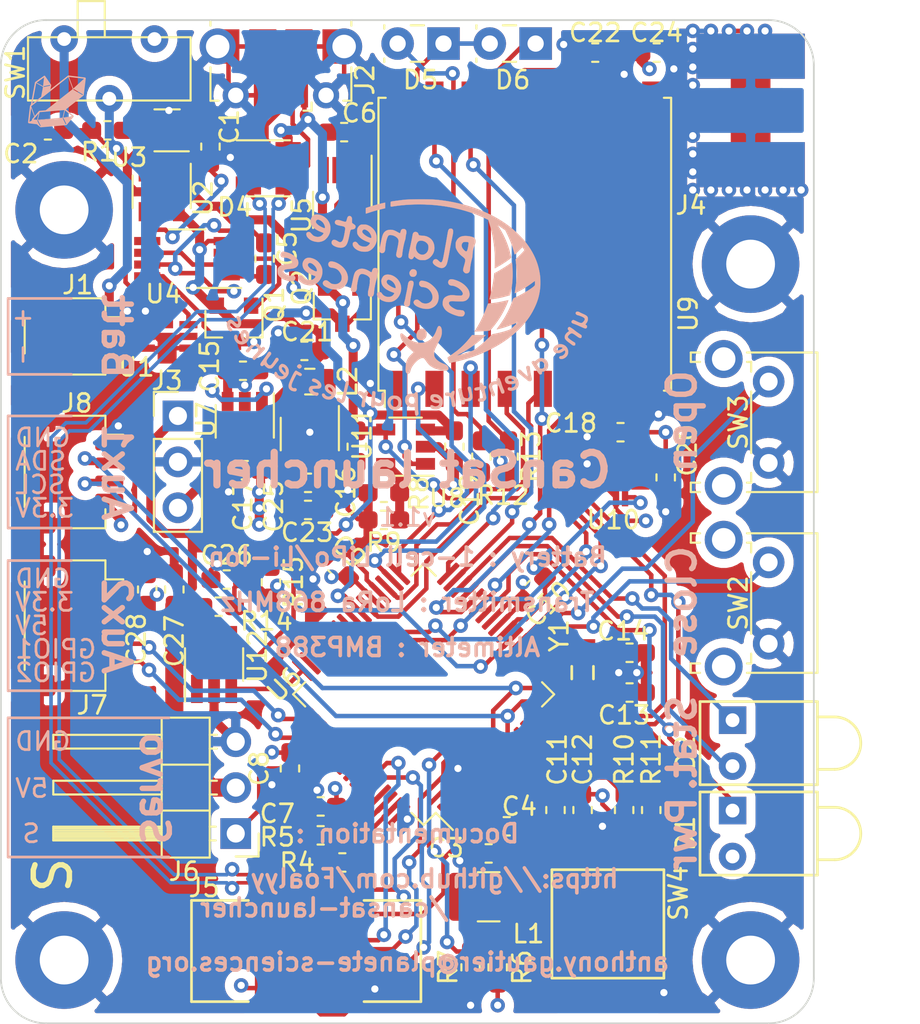
<source format=kicad_pcb>
(kicad_pcb (version 20171130) (host pcbnew 5.1.2)
  (layers (0 F.Cu signal) (1 In1.Cu signal) (2 In2.Cu signal) (31 B.Cu signal) (34 B.Paste user) (35 F.Paste user) (36 B.SilkS user) (37 F.SilkS user) (38 B.Mask user) (39 F.Mask user) (44 Edge.Cuts user))
  (net 0 "")
  (net 1 "Net-(C1-Pad2)")
  (net 2 /VBAT_SW)
  (net 3 GND)
  (net 4 "Net-(C3-Pad1)")
  (net 5 "Net-(C5-Pad2)")
  (net 6 "Net-(C5-Pad1)")
  (net 7 "Net-(C6-Pad2)")
  (net 8 "Net-(C6-Pad1)")
  (net 9 /3V3)
  (net 10 "Net-(C13-Pad1)")
  (net 11 "Net-(C14-Pad1)")
  (net 12 "Net-(C15-Pad1)")
  (net 13 /VUSB)
  (net 14 /5V)
  (net 15 /VBAT_MEAS)
  (net 16 /LED_PWR)
  (net 17 /LED_OPEN)
  (net 18 /LED_CLOSE)
  (net 19 /_USB_D-)
  (net 20 /_USB_D+)
  (net 21 "Net-(D5-Pad2)")
  (net 22 "Net-(D5-Pad1)")
  (net 23 "Net-(D6-Pad1)")
  (net 24 "Net-(J1-Pad2)")
  (net 25 /VBAT)
  (net 26 "Net-(J4-Pad2)")
  (net 27 /RST#)
  (net 28 /TDI)
  (net 29 /TDO)
  (net 30 /TCK)
  (net 31 /TMS)
  (net 32 /SERVO)
  (net 33 /SCL)
  (net 34 /SDA)
  (net 35 /GPIO1)
  (net 36 "Net-(L1-Pad2)")
  (net 37 "Net-(L2-Pad2)")
  (net 38 /VBAT_P)
  (net 39 "Net-(Q1-Pad1)")
  (net 40 "Net-(Q2-Pad1)")
  (net 41 /USB_D+)
  (net 42 /USB_D-)
  (net 43 "Net-(R6-Pad2)")
  (net 44 "Net-(R8-Pad1)")
  (net 45 "Net-(R14-Pad1)")
  (net 46 /BTN_OPEN)
  (net 47 /BTN_CLOSE)
  (net 48 /CFG_4)
  (net 49 /CFG_3)
  (net 50 /CFG_2)
  (net 51 /CFG_1)
  (net 52 /SPI_CS_LORA)
  (net 53 /SPI_SCK)
  (net 54 /SPI_MOSI)
  (net 55 /SPI_MISO)
  (net 56 /LORA_DIO2)
  (net 57 /LORA_DIO1)
  (net 58 /LORA_DIO0)
  (net 59 /LORA_DIO4)
  (net 60 /LORA_DIO3)
  (net 61 /LORA_DIO5)
  (net 62 /LORA_RESET)
  (net 63 /BMP_INT)
  (net 64 /VBAT_MEAS_CMD)
  (net 65 /GPIO2)
  (net 66 "Net-(R1-Pad1)")
  (module Package_TO_SOT_SMD:SOT-23-5 (layer F.Cu) (at 144.1 97.9 270)
    (fp_text reference U11 (at 0 -2.9 90) (layer F.SilkS))
    (fp_text value TPS6132xA)
    (pad 5 smd rect (at 1.1 -0.95 270) (size 1.06 0.65) (layers F.Cu F.Paste F.Mask))
    (pad 4 smd rect (at 1.1 0.95 270) (size 1.06 0.65) (layers F.Cu F.Paste F.Mask) (net 14 /5V))
    (pad 3 smd rect (at -1.1 0.95 270) (size 1.06 0.65) (layers F.Cu F.Paste F.Mask))
    (pad 2 smd rect (at -1.1 0 270) (size 1.06 0.65) (layers F.Cu F.Paste F.Mask) (net 3 GND))
    (pad 1 smd rect (at -1.1 -0.95 270) (size 1.06 0.65) (layers F.Cu F.Paste F.Mask) (net 37 "Net-(L2-Pad2)"))
  )
  (module Connector_PinHeader_2.54mm:PinHeader_1x03_P2.54mm_Horizontal (layer F.Cu) (at 140 120 180)
    (fp_text reference J6 (at 2.85 -2.1) (layer F.SilkS))
    (fp_text value Conn_01x03)
    (pad 3 thru_hole oval (at 0 5.08 180) (size 1.7 1.7) (drill 1) (layers *.Cu *.Mask) (net 3 GND))
    (pad 2 thru_hole oval (at 0 2.54 180) (size 1.7 1.7) (drill 1) (layers *.Cu *.Mask) (net 14 /5V))
    (pad 1 thru_hole rect (at 0 0 180) (size 1.7 1.7) (drill 1) (layers *.Cu *.Mask) (net 32 /SERVO))
  )
  (module Resistor_SMD:R_0603_1608Metric_Pad1.05x0.95mm_HandSolder (layer F.Cu) (at 132.9 81.1 180)
    (fp_text reference R1 (at 0.5 -1.2) (layer F.SilkS))
    (fp_text value 1MR)
    (pad 2 smd roundrect (at 0.875 0 180) (size 1.05 0.95) (layers F.Cu F.Paste F.Mask) (net 2 /VBAT_SW))
    (pad 1 smd roundrect (at -0.875 0 180) (size 1.05 0.95) (layers F.Cu F.Paste F.Mask) (net 66 "Net-(R1-Pad1)"))
  )
  (module LED_THT:LED_Rectangular_W3.9mm_H1.9mm (layer F.Cu) (at 156.6 76.3 180)
    (fp_text reference D6 (at 1.27 -2.01) (layer F.SilkS))
    (fp_text value GREEN)
    (pad 2 thru_hole circle (at 2.54 0 180) (size 1.8 1.8) (drill 0.9) (layers *.Cu *.Mask) (net 22 "Net-(D5-Pad1)"))
    (pad 1 thru_hole rect (at 0 0 180) (size 1.8 1.8) (drill 0.9) (layers *.Cu *.Mask) (net 23 "Net-(D6-Pad1)"))
  )
  (module LED_THT:LED_Rectangular_W3.9mm_H1.9mm (layer F.Cu) (at 151.5 76.3 180)
    (fp_text reference D5 (at 1.27 -2.01) (layer F.SilkS))
    (fp_text value RED)
    (pad 2 thru_hole circle (at 2.54 0 180) (size 1.8 1.8) (drill 0.9) (layers *.Cu *.Mask) (net 21 "Net-(D5-Pad2)"))
    (pad 1 thru_hole rect (at 0 0 180) (size 1.8 1.8) (drill 0.9) (layers *.Cu *.Mask) (net 22 "Net-(D5-Pad1)"))
  )
  (module largueur-cansat:silica_logo_3mm (layer B.Cu) (at 130.1 79.5 180)
    (fp_text reference SYM2 hide)
    (fp_text value SYM_Arrow_Small hide)
  )
  (module largueur-cansat:logo_plasci (layer B.Cu) (at 149.5 90.9 180)
    (fp_text reference SYM1 hide)
    (fp_text value SYM_Arrow_Small hide)
  )
  (module Package_TO_SOT_SMD:SOT-353_SC-70-5 (layer F.Cu) (at 136.2 81.1 180)
    (fp_text reference U3 (at 2.1 -1.5 180) (layer F.SilkS))
    (fp_text value LMS33460)
    (pad 5 smd rect (at 0.95 -0.65 180) (size 0.65 0.4) (layers F.Cu F.Paste F.Mask) (net 2 /VBAT_SW))
    (pad 4 smd rect (at 0.95 0.65 180) (size 0.65 0.4) (layers F.Cu F.Paste F.Mask) (net 66 "Net-(R1-Pad1)"))
    (pad 2 smd rect (at -0.95 0 180) (size 0.65 0.4) (layers F.Cu F.Paste F.Mask) (net 3 GND))
    (pad 3 smd rect (at -0.95 0.65 180) (size 0.65 0.4) (layers F.Cu F.Paste F.Mask) (net 3 GND))
    (pad 1 smd rect (at -0.95 -0.65 180) (size 0.65 0.4) (layers F.Cu F.Paste F.Mask))
  )
  (module largueur-cansat:SSSS213100 (layer F.Cu) (at 133 77.7)
    (fp_text reference SW1 (at -5.2 0.2 270) (layer F.SilkS))
    (fp_text value SW_SPDT)
    (pad 3 thru_hole circle (at 2.5 -1.65) (size 1.524 1.524) (drill 0.762) (layers *.Cu *.Mask))
    (pad 2 thru_hole circle (at 0 1.65) (size 1.524 1.524) (drill 0.762) (layers *.Cu *.Mask) (net 2 /VBAT_SW))
    (pad 1 thru_hole circle (at -2.5 -1.65) (size 1.524 1.524) (drill 0.762) (layers *.Cu *.Mask) (net 25 /VBAT))
  )
  (module Package_TO_SOT_SMD:SOT-23-6 (layer F.Cu) (at 135.9 84.5 270)
    (fp_text reference U2 (at 0.35 -2.3 90) (layer F.SilkS))
    (fp_text value TPS22917)
    (pad 5 smd rect (at 1.1 0 270) (size 1.06 0.65) (layers F.Cu F.Paste F.Mask) (net 38 /VBAT_P))
    (pad 6 smd rect (at 1.1 -0.95 270) (size 1.06 0.65) (layers F.Cu F.Paste F.Mask) (net 38 /VBAT_P))
    (pad 4 smd rect (at 1.1 0.95 270) (size 1.06 0.65) (layers F.Cu F.Paste F.Mask) (net 1 "Net-(C1-Pad2)"))
    (pad 3 smd rect (at -1.1 0.95 270) (size 1.06 0.65) (layers F.Cu F.Paste F.Mask) (net 66 "Net-(R1-Pad1)"))
    (pad 2 smd rect (at -1.1 0 270) (size 1.06 0.65) (layers F.Cu F.Paste F.Mask) (net 3 GND))
    (pad 1 smd rect (at -1.1 -0.95 270) (size 1.06 0.65) (layers F.Cu F.Paste F.Mask) (net 2 /VBAT_SW))
  )
  (module Resistor_SMD:R_0603_1608Metric_Pad1.05x0.95mm_HandSolder (layer F.Cu) (at 154.5 127.4 90)
    (fp_text reference R6 (at 0 1.35 90) (layer F.SilkS))
    (fp_text value 0R)
    (pad 2 smd roundrect (at 0.875 0 90) (size 1.05 0.95) (layers F.Cu F.Paste F.Mask) (net 43 "Net-(R6-Pad2)"))
    (pad 1 smd roundrect (at -0.875 0 90) (size 1.05 0.95) (layers F.Cu F.Paste F.Mask) (net 9 /3V3))
  )
  (module largueur-cansat:FR015L3EZ (layer F.Cu) (at 136.2 92.5 90)
    (fp_text reference U1 (at -1.7 -1.7 180) (layer F.SilkS))
    (fp_text value FR015L3EZ)
    (pad 4 smd rect (at 0.95 0 90) (size 1 0.66) (layers F.Cu F.Paste F.Mask) (net 3 GND))
    (pad 3 smd rect (at 0.65 1.18 90) (size 0.4 1) (layers F.Cu F.Paste F.Mask) (net 2 /VBAT_SW))
    (pad 2 smd rect (at 0 1.18 90) (size 0.4 1) (layers F.Cu F.Paste F.Mask) (net 24 "Net-(J1-Pad2)"))
    (pad 1 smd rect (at -0.65 1.18 90) (size 0.4 1) (layers F.Cu F.Paste F.Mask) (net 24 "Net-(J1-Pad2)"))
    (pad 4 smd rect (at 0.65 -1.18 90) (size 0.4 1) (layers F.Cu F.Paste F.Mask) (net 3 GND))
    (pad 5 smd rect (at 0 -1.18 90) (size 0.4 1) (layers F.Cu F.Paste F.Mask) (net 24 "Net-(J1-Pad2)"))
    (pad 1 smd rect (at -0.65 0 90) (size 1.7 1.05) (layers F.Cu F.Paste F.Mask) (net 24 "Net-(J1-Pad2)"))
    (pad 6 smd rect (at -0.65 -1.18 90) (size 0.4 1) (layers F.Cu F.Paste F.Mask) (net 24 "Net-(J1-Pad2)"))
  )
  (module largueur-cansat:SSF-LXH103 (layer F.Cu) (at 167.5 115)
    (fp_text reference D2 (at -2.6 0.55 90) (layer F.SilkS))
    (fp_text value LED_Dual_2pin)
    (pad 1 thru_hole rect (at 0 -1.27) (size 1.524 1.524) (drill 0.762) (layers *.Cu *.Mask) (net 18 /LED_CLOSE))
    (pad 2 thru_hole circle (at 0 1.27) (size 1.524 1.524) (drill 0.762) (layers *.Cu *.Mask) (net 17 /LED_OPEN))
  )
  (module largueur-cansat:SSF-LXH103 (layer F.Cu) (at 167.5 120)
    (fp_text reference D1 (at -2.6 0 90) (layer F.SilkS))
    (fp_text value BLUE)
    (pad 1 thru_hole rect (at 0 -1.27) (size 1.524 1.524) (drill 0.762) (layers *.Cu *.Mask) (net 16 /LED_PWR))
    (pad 2 thru_hole circle (at 0 1.27) (size 1.524 1.524) (drill 0.762) (layers *.Cu *.Mask) (net 9 /3V3))
  )
  (module MountingHole:MountingHole_2.7mm_M2.5_Pad (layer F.Cu) (at 168.5 88.5)
    (fp_text reference MP4 hide)
    (fp_text value MountingHole_Pad)
    (pad 1 thru_hole circle (at 0 0) (size 5.4 5.4) (drill 2.7) (layers *.Cu *.Mask) (net 3 GND))
  )
  (module MountingHole:MountingHole_2.7mm_M2.5_Pad (layer F.Cu) (at 168.5 127)
    (fp_text reference MP3 hide)
    (fp_text value MountingHole_Pad)
    (pad 1 thru_hole circle (at 0 0) (size 5.4 5.4) (drill 2.7) (layers *.Cu *.Mask) (net 3 GND))
  )
  (module MountingHole:MountingHole_2.7mm_M2.5_Pad (layer F.Cu) (at 130.5 127)
    (fp_text reference MP2 hide)
    (fp_text value MountingHole_Pad)
    (pad 1 thru_hole circle (at 0 0) (size 5.4 5.4) (drill 2.7) (layers *.Cu *.Mask) (net 3 GND))
  )
  (module MountingHole:MountingHole_2.7mm_M2.5_Pad (layer F.Cu) (at 130.5 85.5)
    (fp_text reference MP1 hide)
    (fp_text value MountingHole_Pad)
    (pad 1 thru_hole circle (at 0 0) (size 5.4 5.4) (drill 2.7) (layers *.Cu *.Mask) (net 3 GND))
  )
  (module Button_Switch_THT:SW_Tactile_SPST_Angled_PTS645Vx83-2LFS (layer F.Cu) (at 169.5 95 270)
    (fp_text reference SW3 (at 2.25 1.68 90) (layer F.SilkS))
    (fp_text value SW_Push)
    (pad "" thru_hole circle (at -1.25 2.49 270) (size 2.1 2.1) (drill 1.3) (layers *.Cu *.Mask))
    (pad 1 thru_hole circle (at 0 0 270) (size 1.75 1.75) (drill 0.99) (layers *.Cu *.Mask) (net 47 /BTN_CLOSE))
    (pad 2 thru_hole circle (at 4.5 0 270) (size 1.75 1.75) (drill 0.99) (layers *.Cu *.Mask) (net 3 GND))
    (pad "" thru_hole circle (at 5.76 2.49 270) (size 2.1 2.1) (drill 1.3) (layers *.Cu *.Mask))
  )
  (module Button_Switch_THT:SW_Tactile_SPST_Angled_PTS645Vx83-2LFS (layer F.Cu) (at 169.5 105 270)
    (fp_text reference SW2 (at 2.25 1.68 90) (layer F.SilkS))
    (fp_text value SW_Push)
    (pad "" thru_hole circle (at -1.25 2.49 270) (size 2.1 2.1) (drill 1.3) (layers *.Cu *.Mask))
    (pad 1 thru_hole circle (at 0 0 270) (size 1.75 1.75) (drill 0.99) (layers *.Cu *.Mask) (net 46 /BTN_OPEN))
    (pad 2 thru_hole circle (at 4.5 0 270) (size 1.75 1.75) (drill 0.99) (layers *.Cu *.Mask) (net 3 GND))
    (pad "" thru_hole circle (at 5.76 2.49 270) (size 2.1 2.1) (drill 1.3) (layers *.Cu *.Mask))
  )
  (module largueur-cansat:quartz_abs06 (layer F.Cu) (at 159.2 111.1 90)
    (fp_text reference Y1 (at 2.05 -1.3 90) (layer F.SilkS))
    (fp_text value Crystal_Small)
    (pad 2 smd rect (at 1.1 0 90) (size 1.5 1.4) (layers F.Cu F.Paste F.Mask) (net 11 "Net-(C14-Pad1)"))
    (pad 1 smd rect (at -1.1 0 90) (size 1.5 1.4) (layers F.Cu F.Paste F.Mask) (net 10 "Net-(C13-Pad1)"))
  )
  (module Package_TO_SOT_SMD:SOT-23-6_Handsoldering (layer F.Cu) (at 138.8 110.65 90)
    (fp_text reference U12 (at 0.45 2.4 90) (layer F.SilkS))
    (fp_text value TPS22917)
    (pad 5 smd rect (at 1.35 0 90) (size 1.56 0.65) (layers F.Cu F.Paste F.Mask) (net 45 "Net-(R14-Pad1)"))
    (pad 6 smd rect (at 1.35 -0.95 90) (size 1.56 0.65) (layers F.Cu F.Paste F.Mask) (net 45 "Net-(R14-Pad1)"))
    (pad 4 smd rect (at 1.35 0.95 90) (size 1.56 0.65) (layers F.Cu F.Paste F.Mask))
    (pad 3 smd rect (at -1.35 0.95 90) (size 1.56 0.65) (layers F.Cu F.Paste F.Mask) (net 64 /VBAT_MEAS_CMD))
    (pad 2 smd rect (at -1.35 0 90) (size 1.56 0.65) (layers F.Cu F.Paste F.Mask) (net 3 GND))
    (pad 1 smd rect (at -1.35 -0.95 90) (size 1.56 0.65) (layers F.Cu F.Paste F.Mask) (net 2 /VBAT_SW))
  )
  (module largueur-cansat:BMP388 (layer F.Cu) (at 161.3 100.3)
    (fp_text reference U10 (at -0.4 2.35) (layer F.SilkS))
    (fp_text value BMP388)
    (pad 9 smd rect (at 1.1 0 90) (size 0.35 1) (layers F.Cu F.Paste F.Mask) (net 3 GND))
    (pad 10 smd rect (at 1.1 -0.5 90) (size 0.35 1) (layers F.Cu F.Paste F.Mask) (net 9 /3V3))
    (pad 8 smd rect (at 1.1 0.5 90) (size 0.35 1) (layers F.Cu F.Paste F.Mask) (net 3 GND))
    (pad 6 smd rect (at -0.25 1.1 180) (size 0.35 1) (layers F.Cu F.Paste F.Mask) (net 9 /3V3))
    (pad 1 smd rect (at 0.25 -1.1) (size 0.35 1) (layers F.Cu F.Paste F.Mask) (net 9 /3V3))
    (pad 5 smd rect (at -1.1 0.5 90) (size 0.35 1) (layers F.Cu F.Paste F.Mask) (net 9 /3V3))
    (pad 4 smd rect (at -1.1 0 90) (size 0.35 1) (layers F.Cu F.Paste F.Mask) (net 34 /SDA))
    (pad 3 smd rect (at -1.1 -0.5 90) (size 0.35 1) (layers F.Cu F.Paste F.Mask) (net 3 GND))
    (pad 2 smd rect (at -0.25 -1.1) (size 0.35 1) (layers F.Cu F.Paste F.Mask) (net 33 /SCL))
    (pad 7 smd rect (at 0.25 1.1 180) (size 0.35 1) (layers F.Cu F.Paste F.Mask) (net 63 /BMP_INT))
  )
  (module RF_Module:HOPERF_RFM9XW_SMD (layer F.Cu) (at 156 87.4 90)
    (fp_text reference U9 (at -3.85 9.05 90) (layer F.SilkS))
    (fp_text value LoRa_RFM9x)
    (pad 16 smd rect (at 8 -7 90) (size 2 1) (layers F.Cu F.Paste F.Mask) (net 56 /LORA_DIO2))
    (pad 15 smd rect (at 8 -5 90) (size 2 1) (layers F.Cu F.Paste F.Mask) (net 57 /LORA_DIO1))
    (pad 14 smd rect (at 8 -3 90) (size 2 1) (layers F.Cu F.Paste F.Mask) (net 58 /LORA_DIO0))
    (pad 13 smd rect (at 8 -1 90) (size 2 1) (layers F.Cu F.Paste F.Mask) (net 9 /3V3))
    (pad 12 smd rect (at 8 1 90) (size 2 1) (layers F.Cu F.Paste F.Mask) (net 59 /LORA_DIO4))
    (pad 11 smd rect (at 8 3 90) (size 2 1) (layers F.Cu F.Paste F.Mask) (net 60 /LORA_DIO3))
    (pad 10 smd rect (at 8 5 90) (size 2 1) (layers F.Cu F.Paste F.Mask) (net 3 GND))
    (pad 9 smd rect (at 8 7 90) (size 2 1) (layers F.Cu F.Paste F.Mask) (net 26 "Net-(J4-Pad2)"))
    (pad 8 smd rect (at -8 7 90) (size 2 1) (layers F.Cu F.Paste F.Mask) (net 3 GND))
    (pad 7 smd rect (at -8 5 90) (size 2 1) (layers F.Cu F.Paste F.Mask) (net 61 /LORA_DIO5))
    (pad 6 smd rect (at -8 3 90) (size 2 1) (layers F.Cu F.Paste F.Mask) (net 62 /LORA_RESET))
    (pad 5 smd rect (at -8 1 90) (size 2 1) (layers F.Cu F.Paste F.Mask) (net 52 /SPI_CS_LORA))
    (pad 4 smd rect (at -8 -1 90) (size 2 1) (layers F.Cu F.Paste F.Mask) (net 53 /SPI_SCK))
    (pad 3 smd rect (at -8 -3 90) (size 2 1) (layers F.Cu F.Paste F.Mask) (net 54 /SPI_MOSI))
    (pad 2 smd rect (at -8 -5 90) (size 2 1) (layers F.Cu F.Paste F.Mask) (net 55 /SPI_MISO))
    (pad 1 smd rect (at -8 -7 90) (size 2 1) (layers F.Cu F.Paste F.Mask) (net 3 GND))
  )
  (module Package_TO_SOT_SMD:SOT-23-5 (layer F.Cu) (at 149.4 98.6 180)
    (fp_text reference U8 (at -2.3 -2.85 180) (layer F.SilkS))
    (fp_text value MCP73831-2-OT)
    (pad 5 smd rect (at 1.1 -0.95 180) (size 1.06 0.65) (layers F.Cu F.Paste F.Mask) (net 44 "Net-(R8-Pad1)"))
    (pad 4 smd rect (at 1.1 0.95 180) (size 1.06 0.65) (layers F.Cu F.Paste F.Mask) (net 13 /VUSB))
    (pad 3 smd rect (at -1.1 0.95 180) (size 1.06 0.65) (layers F.Cu F.Paste F.Mask) (net 2 /VBAT_SW))
    (pad 2 smd rect (at -1.1 0 180) (size 1.06 0.65) (layers F.Cu F.Paste F.Mask) (net 3 GND))
    (pad 1 smd rect (at -1.1 -0.95 180) (size 1.06 0.65) (layers F.Cu F.Paste F.Mask) (net 22 "Net-(D5-Pad1)"))
  )
  (module Package_TO_SOT_SMD:SOT-23-5 (layer F.Cu) (at 140.5 97.2 270)
    (fp_text reference U7 (at -0.1 2.15 90) (layer F.SilkS))
    (fp_text value TLV75533PDBV)
    (pad 5 smd rect (at 1.1 -0.95 270) (size 1.06 0.65) (layers F.Cu F.Paste F.Mask) (net 9 /3V3))
    (pad 4 smd rect (at 1.1 0.95 270) (size 1.06 0.65) (layers F.Cu F.Paste F.Mask))
    (pad 3 smd rect (at -1.1 0.95 270) (size 1.06 0.65) (layers F.Cu F.Paste F.Mask) (net 12 "Net-(C15-Pad1)"))
    (pad 2 smd rect (at -1.1 0 270) (size 1.06 0.65) (layers F.Cu F.Paste F.Mask) (net 3 GND))
    (pad 1 smd rect (at -1.1 -0.95 270) (size 1.06 0.65) (layers F.Cu F.Paste F.Mask) (net 12 "Net-(C15-Pad1)"))
  )
  (module Package_QFP:LQFP-64_10x10mm_P0.5mm (layer F.Cu) (at 150.4 112.3 135)
    (fp_text reference U6 (at 5.833631 -5.055813 225) (layer F.SilkS))
    (fp_text value ATSAM4LSxB)
    (pad 64 smd roundrect (at -3.75 -5.675 135) (size 0.3 1.55) (layers F.Cu F.Paste F.Mask) (net 3 GND))
    (pad 63 smd roundrect (at -3.25 -5.675 135) (size 0.3 1.55) (layers F.Cu F.Paste F.Mask) (net 41 /USB_D+))
    (pad 62 smd roundrect (at -2.75 -5.675 135) (size 0.3 1.55) (layers F.Cu F.Paste F.Mask) (net 42 /USB_D-))
    (pad 61 smd roundrect (at -2.25 -5.675 135) (size 0.3 1.55) (layers F.Cu F.Paste F.Mask) (net 9 /3V3))
    (pad 60 smd roundrect (at -1.75 -5.675 135) (size 0.3 1.55) (layers F.Cu F.Paste F.Mask) (net 28 /TDI))
    (pad 59 smd roundrect (at -1.25 -5.675 135) (size 0.3 1.55) (layers F.Cu F.Paste F.Mask) (net 29 /TDO))
    (pad 58 smd roundrect (at -0.75 -5.675 135) (size 0.3 1.55) (layers F.Cu F.Paste F.Mask))
    (pad 57 smd roundrect (at -0.25 -5.675 135) (size 0.3 1.55) (layers F.Cu F.Paste F.Mask))
    (pad 56 smd roundrect (at 0.25 -5.675 135) (size 0.3 1.55) (layers F.Cu F.Paste F.Mask))
    (pad 55 smd roundrect (at 0.75 -5.675 135) (size 0.3 1.55) (layers F.Cu F.Paste F.Mask))
    (pad 54 smd roundrect (at 1.25 -5.675 135) (size 0.3 1.55) (layers F.Cu F.Paste F.Mask))
    (pad 53 smd roundrect (at 1.75 -5.675 135) (size 0.3 1.55) (layers F.Cu F.Paste F.Mask) (net 32 /SERVO))
    (pad 52 smd roundrect (at 2.25 -5.675 135) (size 0.3 1.55) (layers F.Cu F.Paste F.Mask) (net 9 /3V3))
    (pad 51 smd roundrect (at 2.75 -5.675 135) (size 0.3 1.55) (layers F.Cu F.Paste F.Mask))
    (pad 50 smd roundrect (at 3.25 -5.675 135) (size 0.3 1.55) (layers F.Cu F.Paste F.Mask) (net 65 /GPIO2))
    (pad 49 smd roundrect (at 3.75 -5.675 135) (size 0.3 1.55) (layers F.Cu F.Paste F.Mask) (net 35 /GPIO1))
    (pad 48 smd roundrect (at 5.675 -3.75 135) (size 1.55 0.3) (layers F.Cu F.Paste F.Mask) (net 64 /VBAT_MEAS_CMD))
    (pad 47 smd roundrect (at 5.675 -3.25 135) (size 1.55 0.3) (layers F.Cu F.Paste F.Mask))
    (pad 46 smd roundrect (at 5.675 -2.75 135) (size 1.55 0.3) (layers F.Cu F.Paste F.Mask))
    (pad 45 smd roundrect (at 5.675 -2.25 135) (size 1.55 0.3) (layers F.Cu F.Paste F.Mask))
    (pad 44 smd roundrect (at 5.675 -1.75 135) (size 1.55 0.3) (layers F.Cu F.Paste F.Mask))
    (pad 43 smd roundrect (at 5.675 -1.25 135) (size 1.55 0.3) (layers F.Cu F.Paste F.Mask))
    (pad 42 smd roundrect (at 5.675 -0.75 135) (size 1.55 0.3) (layers F.Cu F.Paste F.Mask))
    (pad 41 smd roundrect (at 5.675 -0.25 135) (size 1.55 0.3) (layers F.Cu F.Paste F.Mask) (net 63 /BMP_INT))
    (pad 40 smd roundrect (at 5.675 0.25 135) (size 1.55 0.3) (layers F.Cu F.Paste F.Mask) (net 62 /LORA_RESET))
    (pad 39 smd roundrect (at 5.675 0.75 135) (size 1.55 0.3) (layers F.Cu F.Paste F.Mask) (net 56 /LORA_DIO2))
    (pad 38 smd roundrect (at 5.675 1.25 135) (size 1.55 0.3) (layers F.Cu F.Paste F.Mask) (net 52 /SPI_CS_LORA))
    (pad 37 smd roundrect (at 5.675 1.75 135) (size 1.55 0.3) (layers F.Cu F.Paste F.Mask) (net 9 /3V3))
    (pad 36 smd roundrect (at 5.675 2.25 135) (size 1.55 0.3) (layers F.Cu F.Paste F.Mask) (net 3 GND))
    (pad 35 smd roundrect (at 5.675 2.75 135) (size 1.55 0.3) (layers F.Cu F.Paste F.Mask) (net 53 /SPI_SCK))
    (pad 34 smd roundrect (at 5.675 3.25 135) (size 1.55 0.3) (layers F.Cu F.Paste F.Mask) (net 54 /SPI_MOSI))
    (pad 33 smd roundrect (at 5.675 3.75 135) (size 1.55 0.3) (layers F.Cu F.Paste F.Mask) (net 55 /SPI_MISO))
    (pad 32 smd roundrect (at 3.75 5.675 135) (size 0.3 1.55) (layers F.Cu F.Paste F.Mask) (net 57 /LORA_DIO1))
    (pad 31 smd roundrect (at 3.25 5.675 135) (size 0.3 1.55) (layers F.Cu F.Paste F.Mask) (net 58 /LORA_DIO0))
    (pad 30 smd roundrect (at 2.75 5.675 135) (size 0.3 1.55) (layers F.Cu F.Paste F.Mask) (net 18 /LED_CLOSE))
    (pad 29 smd roundrect (at 2.25 5.675 135) (size 0.3 1.55) (layers F.Cu F.Paste F.Mask) (net 17 /LED_OPEN))
    (pad 28 smd roundrect (at 1.75 5.675 135) (size 0.3 1.55) (layers F.Cu F.Paste F.Mask) (net 59 /LORA_DIO4))
    (pad 27 smd roundrect (at 1.25 5.675 135) (size 0.3 1.55) (layers F.Cu F.Paste F.Mask) (net 60 /LORA_DIO3))
    (pad 26 smd roundrect (at 0.75 5.675 135) (size 0.3 1.55) (layers F.Cu F.Paste F.Mask) (net 16 /LED_PWR))
    (pad 25 smd roundrect (at 0.25 5.675 135) (size 0.3 1.55) (layers F.Cu F.Paste F.Mask) (net 9 /3V3))
    (pad 24 smd roundrect (at -0.25 5.675 135) (size 0.3 1.55) (layers F.Cu F.Paste F.Mask) (net 9 /3V3))
    (pad 23 smd roundrect (at -0.75 5.675 135) (size 0.3 1.55) (layers F.Cu F.Paste F.Mask) (net 3 GND))
    (pad 22 smd roundrect (at -1.25 5.675 135) (size 0.3 1.55) (layers F.Cu F.Paste F.Mask) (net 15 /VBAT_MEAS))
    (pad 21 smd roundrect (at -1.75 5.675 135) (size 0.3 1.55) (layers F.Cu F.Paste F.Mask) (net 61 /LORA_DIO5))
    (pad 20 smd roundrect (at -2.25 5.675 135) (size 0.3 1.55) (layers F.Cu F.Paste F.Mask) (net 47 /BTN_CLOSE))
    (pad 19 smd roundrect (at -2.75 5.675 135) (size 0.3 1.55) (layers F.Cu F.Paste F.Mask) (net 46 /BTN_OPEN))
    (pad 18 smd roundrect (at -3.25 5.675 135) (size 0.3 1.55) (layers F.Cu F.Paste F.Mask) (net 11 "Net-(C14-Pad1)"))
    (pad 17 smd roundrect (at -3.75 5.675 135) (size 0.3 1.55) (layers F.Cu F.Paste F.Mask) (net 10 "Net-(C13-Pad1)"))
    (pad 16 smd roundrect (at -5.675 3.75 135) (size 1.55 0.3) (layers F.Cu F.Paste F.Mask) (net 51 /CFG_1))
    (pad 15 smd roundrect (at -5.675 3.25 135) (size 1.55 0.3) (layers F.Cu F.Paste F.Mask) (net 50 /CFG_2))
    (pad 14 smd roundrect (at -5.675 2.75 135) (size 1.55 0.3) (layers F.Cu F.Paste F.Mask) (net 49 /CFG_3))
    (pad 13 smd roundrect (at -5.675 2.25 135) (size 1.55 0.3) (layers F.Cu F.Paste F.Mask) (net 48 /CFG_4))
    (pad 12 smd roundrect (at -5.675 1.75 135) (size 1.55 0.3) (layers F.Cu F.Paste F.Mask) (net 33 /SCL))
    (pad 11 smd roundrect (at -5.675 1.25 135) (size 1.55 0.3) (layers F.Cu F.Paste F.Mask) (net 34 /SDA))
    (pad 10 smd roundrect (at -5.675 0.75 135) (size 1.55 0.3) (layers F.Cu F.Paste F.Mask) (net 31 /TMS))
    (pad 9 smd roundrect (at -5.675 0.25 135) (size 1.55 0.3) (layers F.Cu F.Paste F.Mask) (net 30 /TCK))
    (pad 8 smd roundrect (at -5.675 -0.25 135) (size 1.55 0.3) (layers F.Cu F.Paste F.Mask) (net 9 /3V3))
    (pad 7 smd roundrect (at -5.675 -0.75 135) (size 1.55 0.3) (layers F.Cu F.Paste F.Mask) (net 36 "Net-(L1-Pad2)"))
    (pad 6 smd roundrect (at -5.675 -1.25 135) (size 1.55 0.3) (layers F.Cu F.Paste F.Mask) (net 3 GND))
    (pad 5 smd roundrect (at -5.675 -1.75 135) (size 1.55 0.3) (layers F.Cu F.Paste F.Mask) (net 4 "Net-(C3-Pad1)"))
    (pad 4 smd roundrect (at -5.675 -2.25 135) (size 1.55 0.3) (layers F.Cu F.Paste F.Mask) (net 27 /RST#))
    (pad 3 smd roundrect (at -5.675 -2.75 135) (size 1.55 0.3) (layers F.Cu F.Paste F.Mask) (net 43 "Net-(R6-Pad2)"))
    (pad 2 smd roundrect (at -5.675 -3.25 135) (size 1.55 0.3) (layers F.Cu F.Paste F.Mask))
    (pad 1 smd roundrect (at -5.675 -3.75 135) (size 1.55 0.3) (layers F.Cu F.Paste F.Mask))
  )
  (module Package_SO:VSSOP-8_3.0x3.0mm_P0.65mm (layer F.Cu) (at 145.9 85.5 270)
    (fp_text reference U5 (at 0.3 2.25 90) (layer F.SilkS))
    (fp_text value LM74610)
    (pad 8 smd rect (at 2.2 -0.975 180) (size 0.45 1.45) (layers F.Cu F.Paste F.Mask) (net 12 "Net-(C15-Pad1)"))
    (pad 7 smd rect (at 2.2 -0.325 180) (size 0.45 1.45) (layers F.Cu F.Paste F.Mask) (net 7 "Net-(C6-Pad2)"))
    (pad 6 smd rect (at 2.2 0.325 180) (size 0.45 1.45) (layers F.Cu F.Paste F.Mask) (net 40 "Net-(Q2-Pad1)"))
    (pad 5 smd rect (at 2.2 0.975 180) (size 0.45 1.45) (layers F.Cu F.Paste F.Mask))
    (pad 4 smd rect (at -2.2 0.975 180) (size 0.45 1.45) (layers F.Cu F.Paste F.Mask) (net 13 /VUSB))
    (pad 3 smd rect (at -2.2 0.325 180) (size 0.45 1.45) (layers F.Cu F.Paste F.Mask))
    (pad 2 smd rect (at -2.2 -0.325 180) (size 0.45 1.45) (layers F.Cu F.Paste F.Mask) (net 40 "Net-(Q2-Pad1)"))
    (pad 1 smd rect (at -2.2 -0.975 180) (size 0.45 1.45) (layers F.Cu F.Paste F.Mask) (net 8 "Net-(C6-Pad1)"))
  )
  (module Package_SO:VSSOP-8_3.0x3.0mm_P0.65mm (layer F.Cu) (at 137.3 88.2 180)
    (fp_text reference U4 (at 1.3 -1.95) (layer F.SilkS))
    (fp_text value LM74610)
    (pad 8 smd rect (at 2.2 -0.975 90) (size 0.45 1.45) (layers F.Cu F.Paste F.Mask) (net 12 "Net-(C15-Pad1)"))
    (pad 7 smd rect (at 2.2 -0.325 90) (size 0.45 1.45) (layers F.Cu F.Paste F.Mask) (net 5 "Net-(C5-Pad2)"))
    (pad 6 smd rect (at 2.2 0.325 90) (size 0.45 1.45) (layers F.Cu F.Paste F.Mask) (net 39 "Net-(Q1-Pad1)"))
    (pad 5 smd rect (at 2.2 0.975 90) (size 0.45 1.45) (layers F.Cu F.Paste F.Mask))
    (pad 4 smd rect (at -2.2 0.975 90) (size 0.45 1.45) (layers F.Cu F.Paste F.Mask) (net 38 /VBAT_P))
    (pad 3 smd rect (at -2.2 0.325 90) (size 0.45 1.45) (layers F.Cu F.Paste F.Mask))
    (pad 2 smd rect (at -2.2 -0.325 90) (size 0.45 1.45) (layers F.Cu F.Paste F.Mask) (net 39 "Net-(Q1-Pad1)"))
    (pad 1 smd rect (at -2.2 -0.975 90) (size 0.45 1.45) (layers F.Cu F.Paste F.Mask) (net 6 "Net-(C5-Pad1)"))
  )
  (module largueur-cansat:TDA04H0SB1 (layer F.Cu) (at 160.6 125)
    (fp_text reference SW4 (at 3.9 -1.7 90) (layer F.SilkS))
    (fp_text value SW_DIP_x04)
    (pad 8 smd rect (at -1.905 3.81) (size 0.76 1.27) (layers F.Cu F.Paste F.Mask) (net 3 GND))
    (pad 7 smd rect (at -0.635 3.81) (size 0.76 1.27) (layers F.Cu F.Paste F.Mask) (net 3 GND))
    (pad 6 smd rect (at 0.635 3.81) (size 0.76 1.27) (layers F.Cu F.Paste F.Mask) (net 3 GND))
    (pad 5 smd rect (at 1.905 3.81) (size 0.76 1.27) (layers F.Cu F.Paste F.Mask) (net 3 GND))
    (pad 4 smd rect (at 1.905 -3.81) (size 0.76 1.27) (layers F.Cu F.Paste F.Mask) (net 48 /CFG_4))
    (pad 3 smd rect (at 0.635 -3.81) (size 0.76 1.27) (layers F.Cu F.Paste F.Mask) (net 49 /CFG_3))
    (pad 2 smd rect (at -0.635 -3.81) (size 0.76 1.27) (layers F.Cu F.Paste F.Mask) (net 50 /CFG_2))
    (pad 1 smd rect (at -1.905 -3.81) (size 0.76 1.27) (layers F.Cu F.Paste F.Mask) (net 51 /CFG_1))
  )
  (module Resistor_SMD:R_0603_1608Metric_Pad1.05x0.95mm_HandSolder (layer F.Cu) (at 141.95 106.1 90)
    (fp_text reference R15 (at 0 1.25 90) (layer F.SilkS))
    (fp_text value 2.2KR)
    (pad 2 smd roundrect (at 0.875 0 90) (size 1.05 0.95) (layers F.Cu F.Paste F.Mask) (net 3 GND))
    (pad 1 smd roundrect (at -0.875 0 90) (size 1.05 0.95) (layers F.Cu F.Paste F.Mask) (net 15 /VBAT_MEAS))
  )
  (module Resistor_SMD:R_0603_1608Metric_Pad1.05x0.95mm_HandSolder (layer F.Cu) (at 139.05 107.45)
    (fp_text reference R14 (at 2.65 0.8) (layer F.SilkS))
    (fp_text value 2.2KR)
    (pad 2 smd roundrect (at 0.875 0) (size 1.05 0.95) (layers F.Cu F.Paste F.Mask) (net 15 /VBAT_MEAS))
    (pad 1 smd roundrect (at -0.875 0) (size 1.05 0.95) (layers F.Cu F.Paste F.Mask) (net 45 "Net-(R14-Pad1)"))
  )
  (module Resistor_SMD:R_0603_1608Metric_Pad1.05x0.95mm_HandSolder (layer F.Cu) (at 155.1 99.15 90)
    (fp_text reference R13 (at 0 1.25 90) (layer F.SilkS))
    (fp_text value 470R)
    (pad 2 smd roundrect (at 0.875 0 90) (size 1.05 0.95) (layers F.Cu F.Paste F.Mask) (net 23 "Net-(D6-Pad1)"))
    (pad 1 smd roundrect (at -0.875 0 90) (size 1.05 0.95) (layers F.Cu F.Paste F.Mask) (net 3 GND))
  )
  (module Resistor_SMD:R_0603_1608Metric_Pad1.05x0.95mm_HandSolder (layer F.Cu) (at 153.6 99.15 270)
    (fp_text reference R12 (at 2.15 -1.2 180) (layer F.SilkS))
    (fp_text value 470R)
    (pad 2 smd roundrect (at 0.875 0 270) (size 1.05 0.95) (layers F.Cu F.Paste F.Mask) (net 13 /VUSB))
    (pad 1 smd roundrect (at -0.875 0 270) (size 1.05 0.95) (layers F.Cu F.Paste F.Mask) (net 21 "Net-(D5-Pad2)"))
  )
  (module Resistor_SMD:R_0603_1608Metric_Pad1.05x0.95mm_HandSolder (layer F.Cu) (at 163 118.7 270)
    (fp_text reference R11 (at -2.8 0 90) (layer F.SilkS))
    (fp_text value 2.2KR)
    (pad 2 smd roundrect (at 0.875 0 270) (size 1.05 0.95) (layers F.Cu F.Paste F.Mask) (net 9 /3V3))
    (pad 1 smd roundrect (at -0.875 0 270) (size 1.05 0.95) (layers F.Cu F.Paste F.Mask) (net 33 /SCL))
  )
  (module Resistor_SMD:R_0603_1608Metric_Pad1.05x0.95mm_HandSolder (layer F.Cu) (at 161.5 118.7 270)
    (fp_text reference R10 (at -2.8 0 90) (layer F.SilkS))
    (fp_text value 2.2KR)
    (pad 2 smd roundrect (at 0.875 0 270) (size 1.05 0.95) (layers F.Cu F.Paste F.Mask) (net 9 /3V3))
    (pad 1 smd roundrect (at -0.875 0 270) (size 1.05 0.95) (layers F.Cu F.Paste F.Mask) (net 34 /SDA))
  )
  (module Resistor_SMD:R_0603_1608Metric_Pad1.05x0.95mm_HandSolder (layer F.Cu) (at 148.2 102.65 180)
    (fp_text reference R9 (at 0 -1.25) (layer F.SilkS))
    (fp_text value 10KR)
    (pad 2 smd roundrect (at 0.875 0 180) (size 1.05 0.95) (layers F.Cu F.Paste F.Mask) (net 3 GND))
    (pad 1 smd roundrect (at -0.875 0 180) (size 1.05 0.95) (layers F.Cu F.Paste F.Mask) (net 44 "Net-(R8-Pad1)"))
  )
  (module Resistor_SMD:R_0603_1608Metric_Pad1.05x0.95mm_HandSolder (layer F.Cu) (at 148.2 101.15 180)
    (fp_text reference R8 (at -1.95 -0.05 90) (layer F.SilkS))
    (fp_text value 10KR)
    (pad 2 smd roundrect (at 0.875 0 180) (size 1.05 0.95) (layers F.Cu F.Paste F.Mask) (net 3 GND))
    (pad 1 smd roundrect (at -0.875 0 180) (size 1.05 0.95) (layers F.Cu F.Paste F.Mask) (net 44 "Net-(R8-Pad1)"))
  )
  (module Resistor_SMD:R_0603_1608Metric_Pad1.05x0.95mm_HandSolder (layer F.Cu) (at 153 127.4 90)
    (fp_text reference R7 (at 0 -1.25 90) (layer F.SilkS))
    (fp_text value NM)
    (pad 2 smd roundrect (at 0.875 0 90) (size 1.05 0.95) (layers F.Cu F.Paste F.Mask) (net 43 "Net-(R6-Pad2)"))
    (pad 1 smd roundrect (at -0.875 0 90) (size 1.05 0.95) (layers F.Cu F.Paste F.Mask) (net 3 GND))
  )
  (module Resistor_SMD:R_0603_1608Metric_Pad1.05x0.95mm_HandSolder (layer F.Cu) (at 144.7 120.1 180)
    (fp_text reference R5 (at 2.4 -0.1) (layer F.SilkS))
    (fp_text value 39R)
    (pad 2 smd roundrect (at 0.875 0 180) (size 1.05 0.95) (layers F.Cu F.Paste F.Mask) (net 19 /_USB_D-))
    (pad 1 smd roundrect (at -0.875 0 180) (size 1.05 0.95) (layers F.Cu F.Paste F.Mask) (net 42 /USB_D-))
  )
  (module Resistor_SMD:R_0603_1608Metric_Pad1.05x0.95mm_HandSolder (layer F.Cu) (at 145.9 121.6 180)
    (fp_text reference R4 (at 2.5 0) (layer F.SilkS))
    (fp_text value 39R)
    (pad 2 smd roundrect (at 0.875 0 180) (size 1.05 0.95) (layers F.Cu F.Paste F.Mask) (net 20 /_USB_D+))
    (pad 1 smd roundrect (at -0.875 0 180) (size 1.05 0.95) (layers F.Cu F.Paste F.Mask) (net 41 /USB_D+))
  )
  (module Package_TO_SOT_SMD:SOT-23 (layer F.Cu) (at 145.9 90.8 270)
    (fp_text reference Q2 (at -1 2.25 90) (layer F.SilkS))
    (fp_text value Q_NMOS_GSD)
    (pad 3 smd rect (at 1 0 270) (size 0.9 0.8) (layers F.Cu F.Paste F.Mask) (net 12 "Net-(C15-Pad1)"))
    (pad 2 smd rect (at -1 0.95 270) (size 0.9 0.8) (layers F.Cu F.Paste F.Mask) (net 13 /VUSB))
    (pad 1 smd rect (at -1 -0.95 270) (size 0.9 0.8) (layers F.Cu F.Paste F.Mask) (net 40 "Net-(Q2-Pad1)"))
  )
  (module Package_TO_SOT_SMD:SOT-23 (layer F.Cu) (at 139.9 91.8 270)
    (fp_text reference Q1 (at -1.05 -2.25 90) (layer F.SilkS))
    (fp_text value Q_NMOS_GSD)
    (pad 3 smd rect (at 1 0 270) (size 0.9 0.8) (layers F.Cu F.Paste F.Mask) (net 12 "Net-(C15-Pad1)"))
    (pad 2 smd rect (at -1 0.95 270) (size 0.9 0.8) (layers F.Cu F.Paste F.Mask) (net 38 /VBAT_P))
    (pad 1 smd rect (at -1 -0.95 270) (size 0.9 0.8) (layers F.Cu F.Paste F.Mask) (net 39 "Net-(Q1-Pad1)"))
  )
  (module Inductor_SMD:L_0805_2012Metric (layer F.Cu) (at 144.1 95)
    (fp_text reference L2 (at 2.1 0 90) (layer F.SilkS))
    (fp_text value 2.2uH)
    (pad 2 smd roundrect (at 0.9375 0) (size 0.975 1.4) (layers F.Cu F.Paste F.Mask) (net 37 "Net-(L2-Pad2)"))
    (pad 1 smd roundrect (at -0.9375 0) (size 0.975 1.4) (layers F.Cu F.Paste F.Mask) (net 38 /VBAT_P))
  )
  (module Inductor_SMD:L_1210_3225Metric_Pad1.42x2.65mm_HandSolder (layer F.Cu) (at 154 123.5)
    (fp_text reference L1 (at 2.2 2.05) (layer F.SilkS))
    (fp_text value 22uH)
    (pad 2 smd roundrect (at 1.4875 0) (size 1.425 2.65) (layers F.Cu F.Paste F.Mask) (roundrect_rratio 0.175439) (net 36 "Net-(L1-Pad2)"))
    (pad 1 smd roundrect (at -1.4875 0) (size 1.425 2.65) (layers F.Cu F.Paste F.Mask) (roundrect_rratio 0.175439) (net 4 "Net-(C3-Pad1)"))
  )
  (module Connector_JST:JST_SH_SM04B-SRSS-TB_1x04-1MP_P1.00mm_Horizontal (layer F.Cu) (at 131 100 270)
    (fp_text reference J8 (at -3.8 -0.2 180) (layer F.SilkS))
    (fp_text value Conn_01x04_MountingPin)
    (pad MP smd roundrect (at 2.8 1.875 270) (size 1.2 1.8) (layers F.Cu F.Paste F.Mask) (roundrect_rratio 0.208333) (net 3 GND))
    (pad MP smd roundrect (at -2.8 1.875 270) (size 1.2 1.8) (layers F.Cu F.Paste F.Mask) (roundrect_rratio 0.208333) (net 3 GND))
    (pad 4 smd roundrect (at 1.5 -2 270) (size 0.6 1.55) (layers F.Cu F.Paste F.Mask) (net 9 /3V3))
    (pad 3 smd roundrect (at 0.5 -2 270) (size 0.6 1.55) (layers F.Cu F.Paste F.Mask) (net 33 /SCL))
    (pad 2 smd roundrect (at -0.5 -2 270) (size 0.6 1.55) (layers F.Cu F.Paste F.Mask) (net 34 /SDA))
    (pad 1 smd roundrect (at -1.5 -2 270) (size 0.6 1.55) (layers F.Cu F.Paste F.Mask) (net 3 GND))
  )
  (module Connector_JST:JST_SH_SM05B-SRSS-TB_1x05-1MP_P1.00mm_Horizontal (layer F.Cu) (at 131 108.5 270)
    (fp_text reference J7 (at 4.4 -1.05 180) (layer F.SilkS))
    (fp_text value Conn_01x05_MountingPin)
    (pad MP smd roundrect (at 3.3 1.875 270) (size 1.2 1.8) (layers F.Cu F.Paste F.Mask) (roundrect_rratio 0.208333) (net 3 GND))
    (pad MP smd roundrect (at -3.3 1.875 270) (size 1.2 1.8) (layers F.Cu F.Paste F.Mask) (roundrect_rratio 0.208333) (net 3 GND))
    (pad 5 smd roundrect (at 2 -2 270) (size 0.6 1.55) (layers F.Cu F.Paste F.Mask) (net 65 /GPIO2))
    (pad 4 smd roundrect (at 1 -2 270) (size 0.6 1.55) (layers F.Cu F.Paste F.Mask) (net 35 /GPIO1))
    (pad 3 smd roundrect (at 0 -2 270) (size 0.6 1.55) (layers F.Cu F.Paste F.Mask) (net 14 /5V))
    (pad 2 smd roundrect (at -1 -2 270) (size 0.6 1.55) (layers F.Cu F.Paste F.Mask) (net 9 /3V3))
    (pad 1 smd roundrect (at -2 -2 270) (size 0.6 1.55) (layers F.Cu F.Paste F.Mask) (net 3 GND))
  )
  (module largueur-cansat:jtag_connector (layer F.Cu) (at 143.9 126.5 90)
    (fp_text reference J5 (at 3.5 -5.65) (layer F.SilkS))
    (fp_text value Conn_02x05_Odd_Even)
    (pad 1 smd rect (at -2.05 -2.54 90) (size 2.1 0.6) (layers F.Cu F.Paste F.Mask) (net 9 /3V3))
    (pad 3 smd rect (at -2.05 -1.27 90) (size 2.1 0.6) (layers F.Cu F.Paste F.Mask) (net 3 GND))
    (pad 5 smd rect (at -2.05 0 90) (size 2.1 0.6) (layers F.Cu F.Paste F.Mask) (net 3 GND))
    (pad 7 smd rect (at -2.05 1.27 90) (size 2.1 0.6) (layers F.Cu F.Paste F.Mask))
    (pad 10 smd rect (at 2.05 2.54 90) (size 2.1 0.6) (layers F.Cu F.Paste F.Mask) (net 27 /RST#))
    (pad 9 smd rect (at -2.05 2.54 90) (size 2.1 0.6) (layers F.Cu F.Paste F.Mask) (net 3 GND))
    (pad 8 smd rect (at 2.05 1.27 90) (size 2.1 0.6) (layers F.Cu F.Paste F.Mask) (net 28 /TDI))
    (pad 6 smd rect (at 2.05 0 90) (size 2.1 0.6) (layers F.Cu F.Paste F.Mask) (net 29 /TDO))
    (pad 4 smd rect (at 2.05 -1.27 90) (size 2.1 0.6) (layers F.Cu F.Paste F.Mask) (net 30 /TCK))
    (pad 2 smd rect (at 2.05 -2.54 90) (size 2.1 0.6) (layers F.Cu F.Paste F.Mask) (net 31 /TMS))
  )
  (module largueur-cansat:antenna_sma_ufl (layer F.Cu) (at 168.5 80 270)
    (fp_text reference J4 (at 5.25 3.3 180) (layer F.SilkS))
    (fp_text value Conn_01x02)
    (pad 1 smd rect (at -3 0 270) (size 2.5 6) (layers F.Cu F.Paste F.Mask) (net 3 GND))
    (pad 1 smd rect (at 3 0 270) (size 2.5 6) (layers F.Cu F.Paste F.Mask) (net 3 GND))
    (pad 2 smd rect (at 0 1.5 270) (size 1 5) (layers F.Cu F.Paste F.Mask) (net 26 "Net-(J4-Pad2)"))
    (pad 1 smd rect (at 1.6 0 270) (size 1.05 2.2) (layers F.Cu F.Paste F.Mask) (net 3 GND))
    (pad 1 smd rect (at -1.6 0 270) (size 1.05 2.2) (layers F.Cu F.Paste F.Mask) (net 3 GND))
    (pad 1 smd rect (at -3 0 270) (size 2.5 6) (layers B.Cu B.Paste B.Mask) (net 3 GND))
    (pad 1 smd rect (at 3 0 270) (size 2.5 6) (layers B.Cu B.Paste B.Mask) (net 3 GND))
  )
  (module Connector_PinHeader_2.54mm:PinHeader_1x03_P2.54mm_Vertical (layer F.Cu) (at 136.8 96.9)
    (fp_text reference J3 (at -0.6 -1.95) (layer F.SilkS))
    (fp_text value Conn_01x03)
    (pad 3 thru_hole oval (at 0 5.08) (size 1.7 1.7) (drill 1) (layers *.Cu *.Mask) (net 38 /VBAT_P))
    (pad 2 thru_hole oval (at 0 2.54) (size 1.7 1.7) (drill 1) (layers *.Cu *.Mask) (net 3 GND))
    (pad 1 thru_hole rect (at 0 0) (size 1.7 1.7) (drill 1) (layers *.Cu *.Mask) (net 14 /5V))
  )
  (module largueur-cansat:USB_Micro-B_Molex-105017-0001 (layer F.Cu) (at 142.5 77.7 180)
    (fp_text reference J2 (at -4.65 -0.6 270) (layer F.SilkS))
    (fp_text value USB_B_Micro)
    (pad 6 smd rect (at -2.9 1.2375 180) (size 1.2 1.9) (layers F.Cu F.Mask) (net 3 GND))
    (pad 6 smd rect (at 2.9 1.2375 180) (size 1.2 1.9) (layers F.Cu F.Mask) (net 3 GND))
    (pad 6 thru_hole circle (at 3.5 1.2375 180) (size 2 2) (drill 1.3) (layers *.Cu *.Mask) (net 3 GND))
    (pad 6 thru_hole circle (at -3.5 1.2375) (size 2 2) (drill 1.3) (layers *.Cu *.Mask) (net 3 GND))
    (pad 6 smd rect (at -1 1.2375 180) (size 1.5 1.9) (layers F.Cu F.Paste F.Mask) (net 3 GND))
    (pad 6 thru_hole circle (at 2.5 -1.4625 180) (size 1.45 1.45) (drill 0.85) (layers *.Cu *.Mask) (net 3 GND))
    (pad 3 smd rect (at 0 -1.4625 180) (size 0.4 1.35) (layers F.Cu F.Paste F.Mask) (net 20 /_USB_D+))
    (pad 4 smd rect (at 0.65 -1.4625 180) (size 0.4 1.35) (layers F.Cu F.Paste F.Mask))
    (pad 5 smd rect (at 1.3 -1.4625 180) (size 0.4 1.35) (layers F.Cu F.Paste F.Mask) (net 3 GND))
    (pad 1 smd rect (at -1.3 -1.4625 180) (size 0.4 1.35) (layers F.Cu F.Paste F.Mask) (net 13 /VUSB))
    (pad 2 smd rect (at -0.65 -1.4625 180) (size 0.4 1.35) (layers F.Cu F.Paste F.Mask) (net 19 /_USB_D-))
    (pad 6 thru_hole circle (at -2.5 -1.4625 180) (size 1.45 1.45) (drill 0.85) (layers *.Cu *.Mask) (net 3 GND))
    (pad 6 smd rect (at 1 1.2375 180) (size 1.5 1.9) (layers F.Cu F.Paste F.Mask) (net 3 GND))
  )
  (module Connector_JST:JST_SH_SM02B-SRSS-TB_1x02-1MP_P1.00mm_Horizontal (layer F.Cu) (at 131 92.5 270)
    (fp_text reference J1 (at -2.85 -0.25) (layer F.SilkS))
    (fp_text value Conn_01x02_MountingPin)
    (pad MP smd roundrect (at 1.8 1.875 270) (size 1.2 1.8) (layers F.Cu F.Paste F.Mask) (roundrect_rratio 0.208333) (net 3 GND))
    (pad MP smd roundrect (at -1.8 1.875 270) (size 1.2 1.8) (layers F.Cu F.Paste F.Mask) (roundrect_rratio 0.208333) (net 3 GND))
    (pad 2 smd roundrect (at 0.5 -2 270) (size 0.6 1.55) (layers F.Cu F.Paste F.Mask) (net 24 "Net-(J1-Pad2)"))
    (pad 1 smd roundrect (at -0.5 -2 270) (size 0.6 1.55) (layers F.Cu F.Paste F.Mask) (net 25 /VBAT))
  )
  (module Package_TO_SOT_SMD:SOT-143 (layer F.Cu) (at 141.8 83.2)
    (fp_text reference D4 (at -1.85 2.15) (layer F.SilkS))
    (fp_text value PRTR5V0U2X)
    (pad 4 smd rect (at 1.1 -0.95 270) (size 1 1.4) (layers F.Cu F.Paste F.Mask) (net 13 /VUSB))
    (pad 3 smd rect (at 1.1 0.95 270) (size 1 1.4) (layers F.Cu F.Paste F.Mask) (net 19 /_USB_D-))
    (pad 2 smd rect (at -1.1 0.95 270) (size 1 1.4) (layers F.Cu F.Paste F.Mask) (net 20 /_USB_D+))
    (pad 1 smd rect (at -1.1 -0.77 270) (size 1.2 1.4) (layers F.Cu F.Paste F.Mask) (net 3 GND))
  )
  (module Capacitor_SMD:C_0603_1608Metric_Pad1.05x0.95mm_HandSolder (layer F.Cu) (at 135.1 106.5 90)
    (fp_text reference C28 (at -2.75 -0.6 90) (layer F.SilkS))
    (fp_text value 100nF)
    (pad 2 smd roundrect (at 0.875 0 90) (size 1.05 0.95) (layers F.Cu F.Paste F.Mask) (net 3 GND))
    (pad 1 smd roundrect (at -0.875 0 90) (size 1.05 0.95) (layers F.Cu F.Paste F.Mask) (net 9 /3V3))
  )
  (module Capacitor_SMD:C_0603_1608Metric_Pad1.05x0.95mm_HandSolder (layer F.Cu) (at 136.6 106.5 90)
    (fp_text reference C27 (at -2.85 0 90) (layer F.SilkS))
    (fp_text value 100nF)
    (pad 2 smd roundrect (at 0.875 0 90) (size 1.05 0.95) (layers F.Cu F.Paste F.Mask) (net 3 GND))
    (pad 1 smd roundrect (at -0.875 0 90) (size 1.05 0.95) (layers F.Cu F.Paste F.Mask) (net 14 /5V))
  )
  (module Capacitor_SMD:C_0603_1608Metric_Pad1.05x0.95mm_HandSolder (layer F.Cu) (at 139.5 105.95)
    (fp_text reference C26 (at 0 -1.35) (layer F.SilkS))
    (fp_text value 100nF)
    (pad 2 smd roundrect (at 0.875 0) (size 1.05 0.95) (layers F.Cu F.Paste F.Mask) (net 15 /VBAT_MEAS))
    (pad 1 smd roundrect (at -0.875 0) (size 1.05 0.95) (layers F.Cu F.Paste F.Mask) (net 3 GND))
  )
  (module Capacitor_SMD:C_0603_1608Metric_Pad1.05x0.95mm_HandSolder (layer F.Cu) (at 144 100.6 180)
    (fp_text reference C25 (at 1.9 -1.3 90) (layer F.SilkS))
    (fp_text value 22uF)
    (pad 2 smd roundrect (at 0.875 0 180) (size 1.05 0.95) (layers F.Cu F.Paste F.Mask) (net 14 /5V))
    (pad 1 smd roundrect (at -0.875 0 180) (size 1.05 0.95) (layers F.Cu F.Paste F.Mask) (net 3 GND))
  )
  (module Capacitor_SMD:C_0603_1608Metric_Pad1.05x0.95mm_HandSolder (layer F.Cu) (at 163.3 76.8)
    (fp_text reference C24 (at 0 -1.1) (layer F.SilkS))
    (fp_text value 10uF)
    (pad 2 smd roundrect (at 0.875 0) (size 1.05 0.95) (layers F.Cu F.Paste F.Mask) (net 3 GND))
    (pad 1 smd roundrect (at -0.875 0) (size 1.05 0.95) (layers F.Cu F.Paste F.Mask) (net 9 /3V3))
  )
  (module Capacitor_SMD:C_0603_1608Metric_Pad1.05x0.95mm_HandSolder (layer F.Cu) (at 144 102.1 180)
    (fp_text reference C23 (at 0.05 -1.25) (layer F.SilkS))
    (fp_text value 22uF)
    (pad 2 smd roundrect (at 0.875 0 180) (size 1.05 0.95) (layers F.Cu F.Paste F.Mask) (net 14 /5V))
    (pad 1 smd roundrect (at -0.875 0 180) (size 1.05 0.95) (layers F.Cu F.Paste F.Mask) (net 3 GND))
  )
  (module Capacitor_SMD:C_0603_1608Metric_Pad1.05x0.95mm_HandSolder (layer F.Cu) (at 159.9 76.8 180)
    (fp_text reference C22 (at 0 1.1) (layer F.SilkS))
    (fp_text value 100nF)
    (pad 2 smd roundrect (at 0.875 0 180) (size 1.05 0.95) (layers F.Cu F.Paste F.Mask) (net 3 GND))
    (pad 1 smd roundrect (at -0.875 0 180) (size 1.05 0.95) (layers F.Cu F.Paste F.Mask) (net 9 /3V3))
  )
  (module Capacitor_SMD:C_0603_1608Metric_Pad1.05x0.95mm_HandSolder (layer F.Cu) (at 143.8 93.3)
    (fp_text reference C21 (at 0.15 -1.05) (layer F.SilkS))
    (fp_text value 4.7uF)
    (pad 2 smd roundrect (at 0.875 0) (size 1.05 0.95) (layers F.Cu F.Paste F.Mask) (net 38 /VBAT_P))
    (pad 1 smd roundrect (at -0.875 0) (size 1.05 0.95) (layers F.Cu F.Paste F.Mask) (net 3 GND))
  )
  (module Capacitor_SMD:C_0603_1608Metric_Pad1.05x0.95mm_HandSolder (layer F.Cu) (at 163.8 100.3 90)
    (fp_text reference C20 (at 1.5 1.2 90) (layer F.SilkS))
    (fp_text value 100nF)
    (pad 2 smd roundrect (at 0.875 0 90) (size 1.05 0.95) (layers F.Cu F.Paste F.Mask) (net 9 /3V3))
    (pad 1 smd roundrect (at -0.875 0 90) (size 1.05 0.95) (layers F.Cu F.Paste F.Mask) (net 3 GND))
  )
  (module Capacitor_SMD:C_0603_1608Metric_Pad1.05x0.95mm_HandSolder (layer F.Cu) (at 152.1 98.6 90)
    (fp_text reference C19 (at -2.95 0.85 90) (layer F.SilkS))
    (fp_text value 10uF)
    (pad 2 smd roundrect (at 0.875 0 90) (size 1.05 0.95) (layers F.Cu F.Paste F.Mask) (net 2 /VBAT_SW))
    (pad 1 smd roundrect (at -0.875 0 90) (size 1.05 0.95) (layers F.Cu F.Paste F.Mask) (net 3 GND))
  )
  (module Capacitor_SMD:C_0603_1608Metric_Pad1.05x0.95mm_HandSolder (layer F.Cu) (at 161.3 97.8)
    (fp_text reference C18 (at -2.75 -0.5) (layer F.SilkS))
    (fp_text value 100nF)
    (pad 2 smd roundrect (at 0.875 0) (size 1.05 0.95) (layers F.Cu F.Paste F.Mask) (net 9 /3V3))
    (pad 1 smd roundrect (at -0.875 0) (size 1.05 0.95) (layers F.Cu F.Paste F.Mask) (net 3 GND))
  )
  (module Capacitor_SMD:C_0603_1608Metric_Pad1.05x0.95mm_HandSolder (layer F.Cu) (at 140.5 99.9 180)
    (fp_text reference C17 (at 0.1 -1.95 90) (layer F.SilkS))
    (fp_text value 4.7uF)
    (pad 2 smd roundrect (at 0.875 0 180) (size 1.05 0.95) (layers F.Cu F.Paste F.Mask) (net 3 GND))
    (pad 1 smd roundrect (at -0.875 0 180) (size 1.05 0.95) (layers F.Cu F.Paste F.Mask) (net 9 /3V3))
  )
  (module Capacitor_SMD:C_0603_1608Metric_Pad1.05x0.95mm_HandSolder (layer F.Cu) (at 146.7 98.6 90)
    (fp_text reference C16 (at -2.5 -0.6 90) (layer F.SilkS))
    (fp_text value 10uF)
    (pad 2 smd roundrect (at 0.875 0 90) (size 1.05 0.95) (layers F.Cu F.Paste F.Mask) (net 13 /VUSB))
    (pad 1 smd roundrect (at -0.875 0 90) (size 1.05 0.95) (layers F.Cu F.Paste F.Mask) (net 3 GND))
  )
  (module Capacitor_SMD:C_0603_1608Metric_Pad1.05x0.95mm_HandSolder (layer F.Cu) (at 140.4 94.4)
    (fp_text reference C15 (at -1.85 -0.25 90) (layer F.SilkS))
    (fp_text value 4.7uF)
    (pad 2 smd roundrect (at 0.875 0) (size 1.05 0.95) (layers F.Cu F.Paste F.Mask) (net 3 GND))
    (pad 1 smd roundrect (at -0.875 0) (size 1.05 0.95) (layers F.Cu F.Paste F.Mask) (net 12 "Net-(C15-Pad1)"))
  )
  (module Capacitor_SMD:C_0603_1608Metric_Pad1.05x0.95mm_HandSolder (layer F.Cu) (at 161.8 110)
    (fp_text reference C14 (at -0.35 -1.2) (layer F.SilkS))
    (fp_text value 12pF)
    (pad 2 smd roundrect (at 0.875 0) (size 1.05 0.95) (layers F.Cu F.Paste F.Mask) (net 3 GND))
    (pad 1 smd roundrect (at -0.875 0) (size 1.05 0.95) (layers F.Cu F.Paste F.Mask) (net 11 "Net-(C14-Pad1)"))
  )
  (module Capacitor_SMD:C_0603_1608Metric_Pad1.05x0.95mm_HandSolder (layer F.Cu) (at 161.8 112.2)
    (fp_text reference C13 (at -0.3 1.25) (layer F.SilkS))
    (fp_text value 12pF)
    (pad 2 smd roundrect (at 0.875 0) (size 1.05 0.95) (layers F.Cu F.Paste F.Mask) (net 3 GND))
    (pad 1 smd roundrect (at -0.875 0) (size 1.05 0.95) (layers F.Cu F.Paste F.Mask) (net 10 "Net-(C13-Pad1)"))
  )
  (module Capacitor_SMD:C_0603_1608Metric_Pad1.05x0.95mm_HandSolder (layer F.Cu) (at 159.2 118.7 90)
    (fp_text reference C12 (at 2.8 0 90) (layer F.SilkS))
    (fp_text value 10uF)
    (pad 2 smd roundrect (at 0.875 0 90) (size 1.05 0.95) (layers F.Cu F.Paste F.Mask) (net 9 /3V3))
    (pad 1 smd roundrect (at -0.875 0 90) (size 1.05 0.95) (layers F.Cu F.Paste F.Mask) (net 3 GND))
  )
  (module Capacitor_SMD:C_0603_1608Metric_Pad1.05x0.95mm_HandSolder (layer F.Cu) (at 157.7 118.7 90)
    (fp_text reference C11 (at 2.8 0.1 90) (layer F.SilkS))
    (fp_text value 100nF)
    (pad 2 smd roundrect (at 0.875 0 90) (size 1.05 0.95) (layers F.Cu F.Paste F.Mask) (net 9 /3V3))
    (pad 1 smd roundrect (at -0.875 0 90) (size 1.05 0.95) (layers F.Cu F.Paste F.Mask) (net 3 GND))
  )
  (module Capacitor_SMD:C_0603_1608Metric_Pad1.05x0.95mm_HandSolder (layer F.Cu) (at 156.5 106.5 225)
    (fp_text reference C10 (at 0 -1.131371 45) (layer F.SilkS))
    (fp_text value 100nF)
    (pad 2 smd roundrect (at 0.875 0 225) (size 1.05 0.95) (layers F.Cu F.Paste F.Mask) (net 9 /3V3))
    (pad 1 smd roundrect (at -0.875 0 225) (size 1.05 0.95) (layers F.Cu F.Paste F.Mask) (net 3 GND))
  )
  (module Capacitor_SMD:C_0603_1608Metric_Pad1.05x0.95mm_HandSolder (layer F.Cu) (at 145.6 105.2 315)
    (fp_text reference C9 (at -0.106066 -1.025305 135) (layer F.SilkS))
    (fp_text value 100nF)
    (pad 2 smd roundrect (at 0.875 0 315) (size 1.05 0.95) (layers F.Cu F.Paste F.Mask) (net 9 /3V3))
    (pad 1 smd roundrect (at -0.875 0 315) (size 1.05 0.95) (layers F.Cu F.Paste F.Mask) (net 3 GND))
  )
  (module Capacitor_SMD:C_0603_1608Metric_Pad1.05x0.95mm_HandSolder (layer F.Cu) (at 143 116.4 90)
    (fp_text reference C8 (at 0 -1.7 90) (layer F.SilkS))
    (fp_text value 100nF)
    (pad 2 smd roundrect (at 0.875 0 90) (size 1.05 0.95) (layers F.Cu F.Paste F.Mask) (net 9 /3V3))
    (pad 1 smd roundrect (at -0.875 0 90) (size 1.05 0.95) (layers F.Cu F.Paste F.Mask) (net 3 GND))
  )
  (module Capacitor_SMD:C_0603_1608Metric_Pad1.05x0.95mm_HandSolder (layer F.Cu) (at 144.7 118.5)
    (fp_text reference C7 (at -2.4 0.4) (layer F.SilkS))
    (fp_text value 100nF)
    (pad 2 smd roundrect (at 0.875 0) (size 1.05 0.95) (layers F.Cu F.Paste F.Mask) (net 9 /3V3))
    (pad 1 smd roundrect (at -0.875 0) (size 1.05 0.95) (layers F.Cu F.Paste F.Mask) (net 3 GND))
  )
  (module Capacitor_SMD:C_0603_1608Metric_Pad1.05x0.95mm_HandSolder (layer F.Cu) (at 146 81.2)
    (fp_text reference C6 (at 0.85 -1.05) (layer F.SilkS))
    (fp_text value 4.7uF)
    (pad 2 smd roundrect (at 0.875 0) (size 1.05 0.95) (layers F.Cu F.Paste F.Mask) (net 7 "Net-(C6-Pad2)"))
    (pad 1 smd roundrect (at -0.875 0) (size 1.05 0.95) (layers F.Cu F.Paste F.Mask) (net 8 "Net-(C6-Pad1)"))
  )
  (module Capacitor_SMD:C_0603_1608Metric_Pad1.05x0.95mm_HandSolder (layer F.Cu) (at 141.6 88.2 90)
    (fp_text reference C5 (at 0.55 1.25 90) (layer F.SilkS))
    (fp_text value 4.7uF)
    (pad 2 smd roundrect (at 0.875 0 90) (size 1.05 0.95) (layers F.Cu F.Paste F.Mask) (net 5 "Net-(C5-Pad2)"))
    (pad 1 smd roundrect (at -0.875 0 90) (size 1.05 0.95) (layers F.Cu F.Paste F.Mask) (net 6 "Net-(C5-Pad1)"))
  )
  (module Capacitor_SMD:C_0603_1608Metric_Pad1.05x0.95mm_HandSolder (layer F.Cu) (at 155 119.6 180)
    (fp_text reference C4 (at -0.7 1.1) (layer F.SilkS))
    (fp_text value 10uF)
    (pad 2 smd roundrect (at 0.875 0 180) (size 1.05 0.95) (layers F.Cu F.Paste F.Mask) (net 3 GND))
    (pad 1 smd roundrect (at -0.875 0 180) (size 1.05 0.95) (layers F.Cu F.Paste F.Mask) (net 4 "Net-(C3-Pad1)"))
  )
  (module Capacitor_SMD:C_0603_1608Metric_Pad1.05x0.95mm_HandSolder (layer F.Cu) (at 154 121.1 180)
    (fp_text reference C3 (at 2.35 0.3) (layer F.SilkS))
    (fp_text value 100nF)
    (pad 2 smd roundrect (at 0.875 0 180) (size 1.05 0.95) (layers F.Cu F.Paste F.Mask) (net 3 GND))
    (pad 1 smd roundrect (at -0.875 0 180) (size 1.05 0.95) (layers F.Cu F.Paste F.Mask) (net 4 "Net-(C3-Pad1)"))
  )
  (module Capacitor_SMD:C_0603_1608Metric_Pad1.05x0.95mm_HandSolder (layer F.Cu) (at 129.6 81.1 180)
    (fp_text reference C2 (at 1.5 -1.3) (layer F.SilkS))
    (fp_text value 100nF)
    (pad 2 smd roundrect (at 0.875 0 180) (size 1.05 0.95) (layers F.Cu F.Paste F.Mask) (net 3 GND))
    (pad 1 smd roundrect (at -0.875 0 180) (size 1.05 0.95) (layers F.Cu F.Paste F.Mask) (net 2 /VBAT_SW))
  )
  (module Capacitor_SMD:C_0603_1608Metric_Pad1.05x0.95mm_HandSolder (layer F.Cu) (at 138.6 82 270)
    (fp_text reference C1 (at -1.1 -1.05 90) (layer F.SilkS))
    (fp_text value 100nF)
    (pad 2 smd roundrect (at 0.875 0 270) (size 1.05 0.95) (layers F.Cu F.Paste F.Mask) (net 1 "Net-(C1-Pad2)"))
    (pad 1 smd roundrect (at -0.875 0 270) (size 1.05 0.95) (layers F.Cu F.Paste F.Mask) (net 2 /VBAT_SW))
  )
  (gr_text Aux1 (at 133.4 100 270) (layer B.SilkS) (effects (font (size 1.5 1.5) (thickness 0.3)) (justify mirror)))
  (gr_text "https://github.com/Foalyy\n                /cansat-launcher" (at 151 123.3) (layer B.SilkS) (effects (font (size 1 1) (thickness 0.2)) (justify mirror)))
  (gr_text v1.1 (at 149.5 102.5) (layer B.SilkS) (effects (font (size 1 1)) (justify mirror)))
  (gr_text Servo (at 135.5 117.5 270) (layer B.SilkS) (effects (font (size 1.5 1.5) (thickness 0.3)) (justify mirror)))
  (gr_text Pwr (at 164.7 120 90) (layer B.SilkS) (effects (font (size 1.5 1.5) (thickness 0.3)) (justify mirror)))
  (gr_text Stat. (at 164.7 115 90) (layer B.SilkS) (effects (font (size 1.5 1.5) (thickness 0.3)) (justify mirror)))
  (gr_text Close (at 164.7 107.2 90) (layer B.SilkS) (effects (font (size 1.5 1.5) (thickness 0.3)) (justify mirror)))
  (gr_text Open (at 164.7 97.2 90) (layer B.SilkS) (effects (font (size 1.5 1.5) (thickness 0.3)) (justify mirror)))
  (gr_text "Documentation :" (at 149.5 120) (layer B.SilkS) (effects (font (size 1 1) (thickness 0.2)) (justify mirror)))
  (gr_text anthony.gautier@planete-sciences.org (at 149.5 127.1) (layer B.SilkS) (effects (font (size 1 1) (thickness 0.2)) (justify mirror)))
  (gr_text "Altimeter : BMP388" (at 149.5 109.7) (layer B.SilkS) (effects (font (size 1 1) (thickness 0.2)) (justify mirror)))
  (gr_text "Transmitter : LoRa 868MHz" (at 149.5 107.2) (layer B.SilkS) (effects (font (size 1 1) (thickness 0.2)) (justify mirror)))
  (gr_text "Battery : 1-cell LiPo/Li-Ion" (at 149.5 104.7) (layer B.SilkS) (effects (font (size 1 1) (thickness 0.2)) (justify mirror)))
  (gr_text S (at 128.1 120) (layer B.SilkS) (effects (font (size 1 1)) (justify right mirror)))
  (gr_text 5V (at 127.7 117.5) (layer B.SilkS) (effects (font (size 1 1)) (justify right mirror)))
  (gr_text GND (at 127.7 114.9) (layer B.SilkS) (effects (font (size 1 1)) (justify right mirror)))
  (gr_line (start 127.4 121.3) (end 136.3 121.3) (layer B.SilkS) (width 0.15))
  (gr_line (start 127.4 113.6) (end 127.4 121.3) (layer B.SilkS) (width 0.15))
  (gr_line (start 127.4 113.6) (end 136.3 113.6) (layer B.SilkS) (width 0.15))
  (gr_line (start 127.4 112.1) (end 130.9 112.1) (layer B.SilkS) (width 0.15))
  (gr_line (start 127.4 104.9) (end 130.9 104.9) (layer B.SilkS) (width 0.15))
  (gr_line (start 127.4 103.1) (end 130.9 103.1) (layer B.SilkS) (width 0.15))
  (gr_line (start 127.4 96.9) (end 130.9 96.9) (layer B.SilkS) (width 0.15))
  (gr_line (start 127.4 94.6) (end 130.9 94.6) (layer B.SilkS) (width 0.15))
  (gr_line (start 127.4 90.4) (end 130.9 90.4) (layer B.SilkS) (width 0.15))
  (gr_text Aux2 (at 133.4 108.5 270) (layer B.SilkS) (effects (font (size 1.5 1.5) (thickness 0.3)) (justify mirror)))
  (gr_text GPIO2 (at 127.7 111.1) (layer B.SilkS) (effects (font (size 1 1)) (justify right mirror)))
  (gr_text GPIO1 (at 127.7 109.8) (layer B.SilkS) (effects (font (size 1 1)) (justify right mirror)))
  (gr_text 5V (at 127.7 108.5) (layer B.SilkS) (effects (font (size 1 1)) (justify right mirror)))
  (gr_text 3.3V (at 127.7 107.2) (layer B.SilkS) (effects (font (size 1 1)) (justify right mirror)))
  (gr_text GND (at 127.7 105.9) (layer B.SilkS) (effects (font (size 1 1)) (justify right mirror)))
  (gr_line (start 127.4 104.9) (end 127.4 112.1) (layer B.SilkS) (width 0.15))
  (gr_line (start 127.4 96.9) (end 127.4 103.1) (layer B.SilkS) (width 0.15))
  (gr_line (start 127.4 90.4) (end 127.4 94.6) (layer B.SilkS) (width 0.15))
  (gr_text 3.3V (at 127.7 102) (layer B.SilkS) (effects (font (size 1 1)) (justify right mirror)))
  (gr_text SCL (at 127.7 100.7) (layer B.SilkS) (effects (font (size 1 1)) (justify right mirror)))
  (gr_text SDA (at 127.7 99.4) (layer B.SilkS) (effects (font (size 1 1)) (justify right mirror)))
  (gr_text GND (at 127.7 98.1) (layer B.SilkS) (effects (font (size 1 1)) (justify right mirror)))
  (gr_text Batt (at 133.4 92.5 270) (layer B.SilkS) (effects (font (size 1.5 1.5) (thickness 0.3)) (justify mirror)))
  (gr_text "- +" (at 128.3 92.5 270) (layer B.SilkS) (effects (font (size 1 1)) (justify mirror)))
  (gr_text "CanSat launcher" (at 149.5 99.9) (layer B.SilkS) (effects (font (size 1.8 1.8) (thickness 0.4)) (justify mirror)))
  (gr_arc (start 129.5 77.5) (end 129.5 75) (angle -90) (layer Edge.Cuts) (width 0.1))
  (gr_arc (start 169.5 77.5) (end 172 77.5) (angle -90) (layer Edge.Cuts) (width 0.1))
  (gr_text S (at 129.7 122.3 270) (layer F.SilkS) (effects (font (size 2 2) (thickness 0.3))))
  (gr_line (start 129.5 130.5) (end 169.5 130.5) (layer Edge.Cuts) (width 0.1))
  (gr_line (start 172 128) (end 172 77.5) (layer Edge.Cuts) (width 0.1))
  (gr_line (start 127 77.5) (end 127 128) (layer Edge.Cuts) (width 0.1))
  (gr_line (start 169.5 75) (end 129.5 75) (layer Edge.Cuts) (width 0.1))
  (gr_arc (start 169.5 128) (end 169.5 130.5) (angle -90) (layer Edge.Cuts) (width 0.1))
  (gr_arc (start 129.5 128) (end 127 128) (angle -90) (layer Edge.Cuts) (width 0.1))
  (via (at 136.5 87) (size 0.8) (drill 0.4) (layers F.Cu B.Cu) (net 1))
  (segment (start 136.5 87) (end 136.1 86.6) (width 0.25) (layer F.Cu) (net 1))
  (segment (start 136.1 86.6) (end 135.4 86.6) (width 0.25) (layer F.Cu) (net 1))
  (segment (start 134.95 86.15) (end 134.95 85.6) (width 0.25) (layer F.Cu) (net 1))
  (segment (start 135.4 86.6) (end 134.95 86.15) (width 0.25) (layer F.Cu) (net 1))
  (via (at 139.2 83.9) (size 0.8) (drill 0.4) (layers F.Cu B.Cu) (net 1))
  (segment (start 138.6 82.875) (end 138.6 83.3) (width 0.25) (layer F.Cu) (net 1))
  (segment (start 138.6 83.3) (end 139.2 83.9) (width 0.25) (layer F.Cu) (net 1))
  (segment (start 139.2 84.3) (end 136.5 87) (width 0.25) (layer B.Cu) (net 1))
  (segment (start 139.2 83.9) (end 139.2 84.3) (width 0.25) (layer B.Cu) (net 1))
  (segment (start 134.4 84.5) (end 136.6 84.5) (width 0.5) (layer F.Cu) (net 2))
  (segment (start 136.85 84.25) (end 136.85 83.4) (width 0.5) (layer F.Cu) (net 2))
  (segment (start 136.6 84.5) (end 136.85 84.25) (width 0.5) (layer F.Cu) (net 2))
  (segment (start 134.25 84.35) (end 134.4 84.5) (width 0.5) (layer F.Cu) (net 2))
  (segment (start 137.38 91.28) (end 137.38 91.85) (width 0.25) (layer F.Cu) (net 2))
  (segment (start 136.4 90.3) (end 137.38 91.28) (width 0.25) (layer F.Cu) (net 2))
  (segment (start 134.7 90.3) (end 136.4 90.3) (width 0.25) (layer F.Cu) (net 2))
  (segment (start 133.9 89.5) (end 134.7 90.3) (width 0.25) (layer F.Cu) (net 2))
  (segment (start 134.25 84.35) (end 133.9 84.7) (width 0.25) (layer F.Cu) (net 2))
  (segment (start 133.9 84.7) (end 133.9 89.5) (width 0.25) (layer F.Cu) (net 2))
  (segment (start 136.6 84.5) (end 137.5 84.5) (width 0.5) (layer F.Cu) (net 2))
  (segment (start 137.5 84.5) (end 138.3 85.3) (width 0.5) (layer F.Cu) (net 2))
  (segment (start 141.85 86.05) (end 143 87.2) (width 0.5) (layer F.Cu) (net 2))
  (segment (start 138.3 85.3) (end 139.05 85.3) (width 0.5) (layer F.Cu) (net 2))
  (segment (start 139.8 86.05) (end 141.85 86.05) (width 0.5) (layer F.Cu) (net 2))
  (segment (start 139.05 85.3) (end 139.8 86.05) (width 0.5) (layer F.Cu) (net 2))
  (via (at 147.45 96.75) (size 0.8) (drill 0.4) (layers F.Cu B.Cu) (net 2))
  (segment (start 145.65 93.8) (end 145.65 94.95) (width 0.5) (layer B.Cu) (net 2))
  (segment (start 145.65 94.95) (end 147.45 96.75) (width 0.5) (layer B.Cu) (net 2))
  (segment (start 147.45 96.75) (end 147.574999 96.874999) (width 0.5) (layer F.Cu) (net 2))
  (segment (start 147.45 96.75) (end 147.55 96.85) (width 0.5) (layer F.Cu) (net 2))
  (segment (start 151.225 96.85) (end 152.1 97.725) (width 0.5) (layer F.Cu) (net 2))
  (segment (start 147.55 96.85) (end 151.225 96.85) (width 0.5) (layer F.Cu) (net 2))
  (segment (start 150.575 97.725) (end 150.5 97.65) (width 0.5) (layer F.Cu) (net 2))
  (segment (start 152.1 97.725) (end 150.575 97.725) (width 0.5) (layer F.Cu) (net 2))
  (via (at 143.2 89.8) (size 0.8) (drill 0.4) (layers F.Cu B.Cu) (net 2))
  (segment (start 143 87.2) (end 143.2 87.4) (width 0.5) (layer F.Cu) (net 2))
  (segment (start 143.2 87.4) (end 143.2 89.8) (width 0.5) (layer F.Cu) (net 2))
  (segment (start 144.049961 90.199999) (end 145 91.150038) (width 0.5) (layer B.Cu) (net 2))
  (segment (start 143.2 89.8) (end 143.599999 90.199999) (width 0.5) (layer B.Cu) (net 2))
  (segment (start 143.599999 90.199999) (end 144.049961 90.199999) (width 0.5) (layer B.Cu) (net 2))
  (segment (start 145 93.15) (end 145.65 93.8) (width 0.5) (layer B.Cu) (net 2))
  (segment (start 145 91.150038) (end 145 93.15) (width 0.5) (layer B.Cu) (net 2))
  (segment (start 137.85 112) (end 137.85 111.05) (width 0.25) (layer F.Cu) (net 2))
  (segment (start 137.85 111.05) (end 138.3 110.6) (width 0.25) (layer F.Cu) (net 2))
  (segment (start 138.3 110.6) (end 140.8 110.6) (width 0.25) (layer F.Cu) (net 2))
  (segment (start 140.8 110.6) (end 143.2 108.2) (width 0.25) (layer F.Cu) (net 2))
  (segment (start 143.2 108.2) (end 143.2 104.2) (width 0.25) (layer F.Cu) (net 2))
  (segment (start 143.2 104.2) (end 144 103.4) (width 0.25) (layer F.Cu) (net 2))
  (via (at 146.1 102.9) (size 0.8) (drill 0.4) (layers F.Cu B.Cu) (net 2))
  (segment (start 144 103.4) (end 145.6 103.4) (width 0.25) (layer F.Cu) (net 2))
  (segment (start 145.6 103.4) (end 146.1 102.9) (width 0.25) (layer F.Cu) (net 2))
  (segment (start 147.45 101.55) (end 147.45 96.75) (width 0.25) (layer B.Cu) (net 2))
  (segment (start 146.1 102.9) (end 147.45 101.55) (width 0.25) (layer B.Cu) (net 2))
  (segment (start 136.85 83.4) (end 137.4 83.4) (width 0.25) (layer F.Cu) (net 2))
  (segment (start 137.4 83.4) (end 137.87299 82.92701) (width 0.25) (layer F.Cu) (net 2))
  (segment (start 137.87299 82.92701) (end 137.87299 82.32701) (width 0.25) (layer F.Cu) (net 2))
  (segment (start 138.6 81.6) (end 138.6 81.125) (width 0.25) (layer F.Cu) (net 2))
  (segment (start 137.87299 82.32701) (end 138.6 81.6) (width 0.25) (layer F.Cu) (net 2))
  (segment (start 134 84.1) (end 134.25 84.35) (width 0.5) (layer F.Cu) (net 2))
  (segment (start 134 82.7) (end 134 84.1) (width 0.5) (layer F.Cu) (net 2))
  (segment (start 133.4 82.1) (end 134 82.7) (width 0.5) (layer F.Cu) (net 2))
  (via (at 133.4 82.1) (size 0.8) (drill 0.4) (layers F.Cu B.Cu) (net 2))
  (segment (start 133 79.35) (end 133 81.7) (width 0.5) (layer B.Cu) (net 2))
  (segment (start 133 81.7) (end 133.4 82.1) (width 0.5) (layer B.Cu) (net 2))
  (segment (start 130.475 81.1) (end 132.025 81.1) (width 0.25) (layer F.Cu) (net 2))
  (segment (start 133.025 82.1) (end 133.4 82.1) (width 0.25) (layer F.Cu) (net 2))
  (segment (start 132.025 81.1) (end 133.025 82.1) (width 0.25) (layer F.Cu) (net 2))
  (segment (start 134.95 81.75) (end 135.25 81.75) (width 0.25) (layer F.Cu) (net 2))
  (segment (start 134 82.7) (end 134.95 81.75) (width 0.25) (layer F.Cu) (net 2))
  (via (at 165.3 75.6) (size 0.8) (drill 0.4) (layers F.Cu B.Cu) (net 3))
  (via (at 166.3 75.6) (size 0.8) (drill 0.4) (layers F.Cu B.Cu) (net 3))
  (via (at 167.3 75.6) (size 0.8) (drill 0.4) (layers F.Cu B.Cu) (net 3))
  (via (at 168.3 75.6) (size 0.8) (drill 0.4) (layers F.Cu B.Cu) (net 3))
  (via (at 169.3 75.6) (size 0.8) (drill 0.4) (layers F.Cu B.Cu) (net 3))
  (segment (start 135.1 105.625) (end 136.6 105.625) (width 0.5) (layer F.Cu) (net 3))
  (via (at 135.1 104.4) (size 0.8) (drill 0.4) (layers F.Cu B.Cu) (net 3))
  (segment (start 135.1 105.625) (end 135.1 104.4) (width 0.5) (layer F.Cu) (net 3))
  (segment (start 133 106.5) (end 133 106.2) (width 0.5) (layer F.Cu) (net 3))
  (segment (start 133.575 105.625) (end 135.1 105.625) (width 0.5) (layer F.Cu) (net 3))
  (segment (start 133 106.2) (end 133.575 105.625) (width 0.5) (layer F.Cu) (net 3))
  (segment (start 153.125 121.1) (end 153.125 120.375) (width 0.25) (layer F.Cu) (net 3))
  (segment (start 153.125 120.375) (end 153.3 120.2) (width 0.25) (layer F.Cu) (net 3))
  (segment (start 153.9 119.6) (end 153.3 120.2) (width 0.25) (layer F.Cu) (net 3))
  (segment (start 154.125 119.6) (end 153.9 119.6) (width 0.25) (layer F.Cu) (net 3))
  (segment (start 157.7 119.575) (end 159.2 119.575) (width 0.25) (layer F.Cu) (net 3))
  (segment (start 153.528948 117.196714) (end 152.732234 116.4) (width 0.25) (layer F.Cu) (net 3))
  (via (at 152.3 116.4) (size 0.8) (drill 0.4) (layers F.Cu B.Cu) (net 3))
  (segment (start 152.732234 116.4) (end 152.3 116.4) (width 0.25) (layer F.Cu) (net 3))
  (via (at 160.3 119.6) (size 0.8) (drill 0.4) (layers F.Cu B.Cu) (net 3))
  (segment (start 159.2 119.575) (end 160.275 119.575) (width 0.25) (layer F.Cu) (net 3))
  (segment (start 160.275 119.575) (end 160.3 119.6) (width 0.25) (layer F.Cu) (net 3))
  (via (at 153 129.5) (size 0.8) (drill 0.4) (layers F.Cu B.Cu) (net 3))
  (segment (start 153 128.275) (end 153 129.5) (width 0.25) (layer F.Cu) (net 3))
  (segment (start 146.44 128.55) (end 147.65 128.55) (width 0.25) (layer F.Cu) (net 3))
  (via (at 147.7 128.6) (size 0.8) (drill 0.4) (layers F.Cu B.Cu) (net 3))
  (segment (start 147.65 128.55) (end 147.7 128.6) (width 0.25) (layer F.Cu) (net 3))
  (segment (start 142.63 128.55) (end 143.9 128.55) (width 0.25) (layer F.Cu) (net 3))
  (segment (start 146.44 128.55) (end 146.44 129.56) (width 0.25) (layer F.Cu) (net 3))
  (segment (start 146.44 129.56) (end 146 130) (width 0.25) (layer F.Cu) (net 3))
  (segment (start 146 130) (end 144.7 130) (width 0.25) (layer F.Cu) (net 3))
  (segment (start 143.9 129.2) (end 143.9 128.55) (width 0.25) (layer F.Cu) (net 3))
  (segment (start 144.7 130) (end 143.9 129.2) (width 0.25) (layer F.Cu) (net 3))
  (via (at 156.5 105.3) (size 0.8) (drill 0.4) (layers F.Cu B.Cu) (net 3))
  (segment (start 157.118718 105.881282) (end 157.081282 105.881282) (width 0.25) (layer F.Cu) (net 3))
  (segment (start 157.081282 105.881282) (end 156.5 105.3) (width 0.25) (layer F.Cu) (net 3))
  (segment (start 158.695 128.81) (end 159.965 128.81) (width 0.25) (layer F.Cu) (net 3))
  (segment (start 161.235 128.81) (end 159.965 128.81) (width 0.25) (layer F.Cu) (net 3))
  (segment (start 162.505 128.81) (end 161.235 128.81) (width 0.25) (layer F.Cu) (net 3))
  (via (at 163.7 128.8) (size 0.8) (drill 0.4) (layers F.Cu B.Cu) (net 3))
  (via (at 135 91.1) (size 0.8) (drill 0.4) (layers F.Cu B.Cu) (net 3))
  (segment (start 135.02 91.85) (end 135.02 91.12) (width 0.25) (layer F.Cu) (net 3))
  (segment (start 135.02 91.12) (end 135 91.1) (width 0.25) (layer F.Cu) (net 3))
  (via (at 163.8 102.2) (size 0.8) (drill 0.4) (layers F.Cu B.Cu) (net 3))
  (segment (start 163.8 101.175) (end 163.8 102.2) (width 0.25) (layer F.Cu) (net 3))
  (segment (start 163.425 100.8) (end 163.8 101.175) (width 0.25) (layer F.Cu) (net 3))
  (segment (start 162.4 100.8) (end 163.425 100.8) (width 0.25) (layer F.Cu) (net 3))
  (segment (start 162.4 100.3) (end 162.4 100.8) (width 0.25) (layer F.Cu) (net 3))
  (segment (start 135.75 91.1) (end 135 91.1) (width 0.25) (layer F.Cu) (net 3))
  (segment (start 136.2 91.55) (end 135.75 91.1) (width 0.25) (layer F.Cu) (net 3))
  (via (at 134 91.1) (size 0.8) (drill 0.4) (layers F.Cu B.Cu) (net 3))
  (segment (start 135 91.1) (end 134 91.1) (width 0.25) (layer F.Cu) (net 3))
  (segment (start 141.2 79.1625) (end 140 79.1625) (width 0.25) (layer F.Cu) (net 3))
  (segment (start 145.4 76.4625) (end 146 76.4625) (width 0.25) (layer F.Cu) (net 3))
  (segment (start 146 76.4625) (end 143.5 76.4625) (width 0.25) (layer F.Cu) (net 3))
  (segment (start 143.5 76.4625) (end 141.5 76.4625) (width 0.25) (layer F.Cu) (net 3))
  (segment (start 141.5 76.4625) (end 139.6 76.4625) (width 0.25) (layer F.Cu) (net 3))
  (segment (start 139.6 76.4625) (end 139 76.4625) (width 0.25) (layer F.Cu) (net 3))
  (segment (start 139.6 78.7625) (end 139.6 76.4625) (width 0.25) (layer F.Cu) (net 3))
  (segment (start 140 79.1625) (end 139.6 78.7625) (width 0.25) (layer F.Cu) (net 3))
  (segment (start 146 78.1625) (end 146 76.4625) (width 0.25) (layer F.Cu) (net 3))
  (segment (start 145 79.1625) (end 146 78.1625) (width 0.25) (layer F.Cu) (net 3))
  (via (at 140.5 95.2) (size 0.8) (drill 0.4) (layers F.Cu B.Cu) (net 3))
  (segment (start 140.5 96.1) (end 140.5 95.2) (width 0.25) (layer F.Cu) (net 3))
  (segment (start 141.275 94.425) (end 140.5 95.2) (width 0.25) (layer F.Cu) (net 3))
  (segment (start 141.275 94.4) (end 141.275 94.425) (width 0.25) (layer F.Cu) (net 3))
  (via (at 158.15 76.35) (size 0.8) (drill 0.4) (layers F.Cu B.Cu) (net 3))
  (segment (start 159.025 76.8) (end 158.6 76.8) (width 0.5) (layer F.Cu) (net 3))
  (segment (start 158.6 76.8) (end 158.15 76.35) (width 0.5) (layer F.Cu) (net 3))
  (via (at 164.25 77.7) (size 0.8) (drill 0.4) (layers F.Cu B.Cu) (net 3))
  (segment (start 164.175 76.8) (end 164.175 77.625) (width 0.5) (layer F.Cu) (net 3))
  (segment (start 164.175 77.625) (end 164.25 77.7) (width 0.5) (layer F.Cu) (net 3))
  (via (at 142.35 92.3) (size 0.8) (drill 0.4) (layers F.Cu B.Cu) (net 3))
  (segment (start 142.925 93.3) (end 142.925 92.875) (width 0.5) (layer F.Cu) (net 3))
  (segment (start 142.925 92.875) (end 142.35 92.3) (width 0.5) (layer F.Cu) (net 3))
  (segment (start 151.225 98.6) (end 150.5 98.6) (width 0.5) (layer F.Cu) (net 3))
  (segment (start 152.1 99.475) (end 151.225 98.6) (width 0.5) (layer F.Cu) (net 3))
  (via (at 152.05 100.7) (size 0.8) (drill 0.4) (layers F.Cu B.Cu) (net 3))
  (segment (start 152.1 99.475) (end 152.1 100.65) (width 0.5) (layer F.Cu) (net 3))
  (segment (start 152.1 100.65) (end 152.05 100.7) (width 0.5) (layer F.Cu) (net 3))
  (via (at 147.45 95.1) (size 0.8) (drill 0.4) (layers F.Cu B.Cu) (net 3))
  (segment (start 149 95.4) (end 147.75 95.4) (width 0.5) (layer F.Cu) (net 3))
  (segment (start 147.75 95.4) (end 147.45 95.1) (width 0.5) (layer F.Cu) (net 3))
  (segment (start 154.943161 108.817499) (end 155.61066 108.15) (width 0.25) (layer F.Cu) (net 3))
  (segment (start 155.61066 108.15) (end 156.05 108.15) (width 0.25) (layer F.Cu) (net 3))
  (segment (start 157.118718 107.081282) (end 157.118718 105.881282) (width 0.25) (layer F.Cu) (net 3))
  (segment (start 156.05 108.15) (end 157.118718 107.081282) (width 0.25) (layer F.Cu) (net 3))
  (segment (start 147.978159 106.696179) (end 147.25 105.96802) (width 0.25) (layer F.Cu) (net 3))
  (segment (start 147.25 105.96802) (end 147.25 105.6) (width 0.25) (layer F.Cu) (net 3))
  (segment (start 146.231282 104.581282) (end 144.981282 104.581282) (width 0.25) (layer F.Cu) (net 3))
  (segment (start 147.25 105.6) (end 146.231282 104.581282) (width 0.25) (layer F.Cu) (net 3))
  (segment (start 144.981282 104.581282) (end 144.981282 104.668718) (width 0.25) (layer F.Cu) (net 3))
  (segment (start 138.625 105.95) (end 138.625 105.425) (width 0.25) (layer F.Cu) (net 3))
  (segment (start 141.625 104.9) (end 141.95 105.225) (width 0.25) (layer F.Cu) (net 3))
  (segment (start 139.15 104.9) (end 141.625 104.9) (width 0.25) (layer F.Cu) (net 3))
  (via (at 138.975 105.075) (size 0.8) (drill 0.4) (layers F.Cu B.Cu) (net 3))
  (segment (start 139.15 104.9) (end 138.975 105.075) (width 0.25) (layer F.Cu) (net 3))
  (segment (start 138.625 105.425) (end 138.975 105.075) (width 0.25) (layer F.Cu) (net 3))
  (via (at 139.6 101.1) (size 0.8) (drill 0.4) (layers F.Cu B.Cu) (net 3))
  (segment (start 139.625 99.9) (end 139.625 101.075) (width 0.25) (layer F.Cu) (net 3))
  (segment (start 139.625 101.075) (end 139.6 101.1) (width 0.25) (layer F.Cu) (net 3))
  (via (at 133.5 97.45) (size 0.8) (drill 0.4) (layers F.Cu B.Cu) (net 3))
  (segment (start 133 98.5) (end 133 97.95) (width 0.5) (layer F.Cu) (net 3))
  (segment (start 133 97.95) (end 133.5 97.45) (width 0.5) (layer F.Cu) (net 3))
  (via (at 161.2 111.1) (size 0.8) (drill 0.4) (layers F.Cu B.Cu) (net 3))
  (segment (start 162.675 112.2) (end 161.575 111.1) (width 0.25) (layer F.Cu) (net 3))
  (segment (start 161.575 111.1) (end 161.2 111.1) (width 0.25) (layer F.Cu) (net 3))
  (segment (start 162.675 110) (end 161.575 111.1) (width 0.25) (layer F.Cu) (net 3))
  (segment (start 141.2 81.93) (end 141.2 79.1625) (width 0.25) (layer F.Cu) (net 3))
  (segment (start 140.7 82.43) (end 141.2 81.93) (width 0.25) (layer F.Cu) (net 3))
  (segment (start 147.325 101.1) (end 146.3 101.1) (width 0.25) (layer F.Cu) (net 3))
  (via (at 146.2 101) (size 0.8) (drill 0.4) (layers F.Cu B.Cu) (net 3))
  (segment (start 146.3 101.1) (end 146.2 101) (width 0.25) (layer F.Cu) (net 3))
  (segment (start 146.2 99.975) (end 146.2 101) (width 0.25) (layer F.Cu) (net 3))
  (segment (start 146.7 99.475) (end 146.2 99.975) (width 0.25) (layer F.Cu) (net 3))
  (segment (start 147.325 102.6) (end 146.75 102.6) (width 0.25) (layer F.Cu) (net 3))
  (segment (start 146.2 102.05) (end 146.2 101) (width 0.25) (layer F.Cu) (net 3))
  (segment (start 146.75 102.6) (end 146.2 102.05) (width 0.25) (layer F.Cu) (net 3))
  (via (at 154.65 99.4) (size 0.8) (drill 0.4) (layers F.Cu B.Cu) (net 3))
  (segment (start 155.1 100.025) (end 155.1 99.85) (width 0.25) (layer F.Cu) (net 3))
  (segment (start 155.1 99.85) (end 154.65 99.4) (width 0.25) (layer F.Cu) (net 3))
  (via (at 159.45 99.55) (size 0.8) (drill 0.4) (layers F.Cu B.Cu) (net 3))
  (segment (start 160.2 99.8) (end 159.7 99.8) (width 0.25) (layer F.Cu) (net 3))
  (segment (start 159.7 99.8) (end 159.45 99.55) (width 0.25) (layer F.Cu) (net 3))
  (via (at 159.45 98.05) (size 0.8) (drill 0.4) (layers F.Cu B.Cu) (net 3))
  (segment (start 160.425 97.8) (end 159.7 97.8) (width 0.25) (layer F.Cu) (net 3))
  (segment (start 159.7 97.8) (end 159.45 98.05) (width 0.25) (layer F.Cu) (net 3))
  (via (at 165.3 84.4) (size 0.8) (drill 0.4) (layers F.Cu B.Cu) (net 3))
  (via (at 166.3 84.4) (size 0.8) (drill 0.4) (layers F.Cu B.Cu) (net 3))
  (via (at 167.3 84.4) (size 0.8) (drill 0.4) (layers F.Cu B.Cu) (net 3))
  (via (at 168.3 84.4) (size 0.8) (drill 0.4) (layers F.Cu B.Cu) (net 3))
  (via (at 169.3 84.4) (size 0.8) (drill 0.4) (layers F.Cu B.Cu) (net 3))
  (via (at 170.3 84.4) (size 0.8) (drill 0.4) (layers F.Cu B.Cu) (net 3))
  (via (at 171.3 84.4) (size 0.8) (drill 0.4) (layers F.Cu B.Cu) (net 3))
  (via (at 165.3 76.6) (size 0.8) (drill 0.4) (layers F.Cu B.Cu) (net 3))
  (via (at 165.3 77.6) (size 0.8) (drill 0.4) (layers F.Cu B.Cu) (net 3))
  (via (at 165.3 78.6) (size 0.8) (drill 0.4) (layers F.Cu B.Cu) (net 3))
  (via (at 165.3 83.4) (size 0.8) (drill 0.4) (layers F.Cu B.Cu) (net 3))
  (via (at 165.3 82.4) (size 0.8) (drill 0.4) (layers F.Cu B.Cu) (net 3))
  (via (at 165.3 81.4) (size 0.8) (drill 0.4) (layers F.Cu B.Cu) (net 3))
  (segment (start 168.5 84.2) (end 168.3 84.4) (width 0.25) (layer B.Cu) (net 3))
  (segment (start 168.5 83) (end 168.5 84.2) (width 0.25) (layer B.Cu) (net 3))
  (segment (start 168.3 76.8) (end 168.5 77) (width 0.25) (layer B.Cu) (net 3))
  (segment (start 168.3 75.6) (end 168.3 76.8) (width 0.25) (layer B.Cu) (net 3))
  (segment (start 168.5 78.4) (end 168.5 77) (width 0.25) (layer F.Cu) (net 3))
  (segment (start 168.5 75.8) (end 168.3 75.6) (width 0.25) (layer F.Cu) (net 3))
  (segment (start 168.5 77) (end 168.5 75.8) (width 0.25) (layer F.Cu) (net 3))
  (segment (start 168.3 83.2) (end 168.5 83) (width 0.25) (layer F.Cu) (net 3))
  (segment (start 168.3 84.4) (end 168.3 83.2) (width 0.25) (layer F.Cu) (net 3))
  (segment (start 168.5 83) (end 168.5 81.6) (width 0.25) (layer F.Cu) (net 3))
  (via (at 144.5 117.6) (size 0.8) (drill 0.4) (layers F.Cu B.Cu) (net 3))
  (segment (start 143.825 118.5) (end 143.825 118.275) (width 0.25) (layer F.Cu) (net 3))
  (segment (start 143.825 118.275) (end 144.5 117.6) (width 0.25) (layer F.Cu) (net 3))
  (segment (start 165.3 75.6) (end 166.3 75.6) (width 0.25) (layer B.Cu) (net 3))
  (segment (start 165.3 75.6) (end 164.5 75.6) (width 0.25) (layer B.Cu) (net 3))
  (segment (start 165.3 75.6) (end 164.6 75.6) (width 0.25) (layer F.Cu) (net 3))
  (segment (start 168.3 75.6) (end 167.3 75.6) (width 0.25) (layer F.Cu) (net 3))
  (segment (start 135.9 83.4) (end 135.9 82.9) (width 0.25) (layer F.Cu) (net 3))
  (via (at 136.3 80) (size 0.8) (drill 0.4) (layers F.Cu B.Cu) (net 3))
  (segment (start 135.9 82.9) (end 136.3 82.5) (width 0.25) (layer F.Cu) (net 3))
  (segment (start 136.3 82.5) (end 136.3 80) (width 0.25) (layer F.Cu) (net 3))
  (segment (start 137.15 81.1) (end 137.15 80.45) (width 0.25) (layer F.Cu) (net 3))
  (segment (start 136.7 80) (end 136.3 80) (width 0.25) (layer F.Cu) (net 3))
  (segment (start 137.15 80.45) (end 136.7 80) (width 0.25) (layer F.Cu) (net 3))
  (via (at 162.2 111.1) (size 0.8) (drill 0.4) (layers F.Cu B.Cu) (net 3))
  (segment (start 161.2 111.1) (end 162.2 111.1) (width 0.5) (layer F.Cu) (net 3))
  (via (at 149.5 119.2) (size 0.8) (drill 0.4) (layers F.Cu B.Cu) (net 3))
  (segment (start 149.038819 118.964481) (end 149.264481 118.964481) (width 0.25) (layer F.Cu) (net 3))
  (segment (start 149.264481 118.964481) (end 149.5 119.2) (width 0.25) (layer F.Cu) (net 3))
  (via (at 152.4 121.5) (size 0.8) (drill 0.4) (layers F.Cu B.Cu) (net 3))
  (segment (start 153.125 121.1) (end 152.8 121.1) (width 0.25) (layer F.Cu) (net 3))
  (segment (start 152.8 121.1) (end 152.4 121.5) (width 0.25) (layer F.Cu) (net 3))
  (segment (start 144.981282 104.581282) (end 144.28 105.282564) (width 0.25) (layer F.Cu) (net 3))
  (via (at 144.28 105.92) (size 0.8) (drill 0.4) (layers F.Cu B.Cu) (net 3))
  (segment (start 144.28 105.282564) (end 144.28 105.92) (width 0.25) (layer F.Cu) (net 3))
  (segment (start 140.7 82.43) (end 139.87 82.43) (width 0.5) (layer F.Cu) (net 3))
  (via (at 139.7 82.6) (size 0.8) (drill 0.4) (layers F.Cu B.Cu) (net 3))
  (segment (start 139.87 82.43) (end 139.7 82.6) (width 0.5) (layer F.Cu) (net 3))
  (via (at 161.5 78) (size 0.8) (drill 0.4) (layers F.Cu B.Cu) (net 3))
  (segment (start 161 79.4) (end 161 78.5) (width 0.5) (layer F.Cu) (net 3))
  (segment (start 161 78.5) (end 161.5 78) (width 0.5) (layer F.Cu) (net 3))
  (via (at 163.4 96.8) (size 0.8) (drill 0.4) (layers F.Cu B.Cu) (net 3))
  (segment (start 163 95.4) (end 163 96.4) (width 0.5) (layer F.Cu) (net 3))
  (segment (start 163 96.4) (end 163.4 96.8) (width 0.5) (layer F.Cu) (net 3))
  (segment (start 138.8 113.72) (end 140 114.92) (width 0.5) (layer F.Cu) (net 3))
  (segment (start 138.8 112) (end 138.8 113.72) (width 0.5) (layer F.Cu) (net 3))
  (via (at 142 117.3) (size 0.8) (drill 0.4) (layers F.Cu B.Cu) (net 3))
  (segment (start 143 117.275) (end 142.025 117.275) (width 0.25) (layer F.Cu) (net 3))
  (segment (start 142.025 117.275) (end 142 117.3) (width 0.25) (layer F.Cu) (net 3))
  (segment (start 153.175394 117.550268) (end 154.425126 118.8) (width 0.25) (layer F.Cu) (net 4))
  (segment (start 155.075 118.8) (end 155.875 119.6) (width 0.25) (layer F.Cu) (net 4))
  (segment (start 154.425126 118.8) (end 155.075 118.8) (width 0.25) (layer F.Cu) (net 4))
  (segment (start 155.875 120.1) (end 154.875 121.1) (width 0.25) (layer F.Cu) (net 4))
  (segment (start 155.875 119.6) (end 155.875 120.1) (width 0.25) (layer F.Cu) (net 4))
  (segment (start 152.5125 123.4625) (end 154.875 121.1) (width 0.25) (layer F.Cu) (net 4))
  (segment (start 152.5125 123.5) (end 152.5125 123.4625) (width 0.25) (layer F.Cu) (net 4))
  (via (at 139.9 90) (size 0.8) (drill 0.4) (layers F.Cu B.Cu) (net 5))
  (via (at 138.8 86.35) (size 0.8) (drill 0.4) (layers F.Cu B.Cu) (net 5))
  (segment (start 141.6 87.325) (end 140.925 86.65) (width 0.25) (layer F.Cu) (net 5))
  (segment (start 139.1 86.65) (end 138.8 86.35) (width 0.25) (layer F.Cu) (net 5))
  (segment (start 140.925 86.65) (end 139.1 86.65) (width 0.25) (layer F.Cu) (net 5))
  (segment (start 138.8 86.35) (end 138.25 86.35) (width 0.25) (layer B.Cu) (net 5))
  (via (at 136.65 88.75) (size 0.8) (drill 0.4) (layers F.Cu B.Cu) (net 5))
  (segment (start 138.25 86.35) (end 136.65 87.95) (width 0.25) (layer B.Cu) (net 5))
  (segment (start 136.65 87.95) (end 136.65 88.75) (width 0.25) (layer B.Cu) (net 5))
  (segment (start 136.425 88.525) (end 136.65 88.75) (width 0.25) (layer F.Cu) (net 5))
  (segment (start 135.1 88.525) (end 136.425 88.525) (width 0.25) (layer F.Cu) (net 5))
  (segment (start 136.9 89) (end 136.65 88.75) (width 0.25) (layer F.Cu) (net 5))
  (segment (start 137.9 89) (end 136.9 89) (width 0.25) (layer F.Cu) (net 5))
  (segment (start 139.9 90) (end 138.9 90) (width 0.25) (layer F.Cu) (net 5))
  (segment (start 138.9 90) (end 137.9 89) (width 0.25) (layer F.Cu) (net 5))
  (segment (start 141.5 89.175) (end 141.6 89.075) (width 0.25) (layer F.Cu) (net 6))
  (segment (start 139.5 89.175) (end 141.5 89.175) (width 0.25) (layer F.Cu) (net 6))
  (segment (start 146.875 81.2) (end 147.5 81.825) (width 0.25) (layer F.Cu) (net 7))
  (segment (start 147.5 81.825) (end 147.5 84.2) (width 0.25) (layer F.Cu) (net 7))
  (segment (start 146.225 85.475) (end 146.225 87.7) (width 0.25) (layer F.Cu) (net 7))
  (segment (start 147.5 84.2) (end 146.225 85.475) (width 0.25) (layer F.Cu) (net 7))
  (segment (start 145.125 81.2) (end 145.3 81.2) (width 0.25) (layer F.Cu) (net 8))
  (segment (start 145.3 81.2) (end 146.2 82.1) (width 0.25) (layer F.Cu) (net 8))
  (segment (start 146.2 82.1) (end 146.6 82.1) (width 0.25) (layer F.Cu) (net 8))
  (segment (start 146.875 82.375) (end 146.875 83.3) (width 0.25) (layer F.Cu) (net 8))
  (segment (start 146.6 82.1) (end 146.875 82.375) (width 0.25) (layer F.Cu) (net 8))
  (segment (start 134.975 107.5) (end 135.1 107.375) (width 0.5) (layer F.Cu) (net 9))
  (segment (start 133 107.5) (end 134.975 107.5) (width 0.5) (layer F.Cu) (net 9))
  (segment (start 135.1 107.375) (end 135.075 107.375) (width 0.5) (layer F.Cu) (net 9))
  (segment (start 155.571446 117.825) (end 157.7 117.825) (width 0.25) (layer F.Cu) (net 9))
  (segment (start 154.236054 116.489608) (end 155.571446 117.825) (width 0.25) (layer F.Cu) (net 9))
  (segment (start 157.7 117.825) (end 159.2 117.825) (width 0.25) (layer F.Cu) (net 9))
  (via (at 160.3 117.9) (size 0.8) (drill 0.4) (layers F.Cu B.Cu) (net 9))
  (segment (start 159.2 117.825) (end 160.225 117.825) (width 0.25) (layer F.Cu) (net 9))
  (segment (start 160.225 117.825) (end 160.3 117.9) (width 0.25) (layer F.Cu) (net 9))
  (via (at 154.5 129.5) (size 0.8) (drill 0.4) (layers F.Cu B.Cu) (net 9))
  (segment (start 154.5 128.275) (end 154.5 129.5) (width 0.25) (layer F.Cu) (net 9))
  (via (at 140.3 128.4) (size 0.8) (drill 0.4) (layers F.Cu B.Cu) (net 9))
  (segment (start 141.36 128.55) (end 140.45 128.55) (width 0.25) (layer F.Cu) (net 9))
  (segment (start 140.45 128.55) (end 140.3 128.4) (width 0.25) (layer F.Cu) (net 9))
  (segment (start 155.881282 107.172272) (end 155.881282 107.118718) (width 0.25) (layer F.Cu) (net 9))
  (segment (start 154.589608 108.463946) (end 155.881282 107.172272) (width 0.25) (layer F.Cu) (net 9))
  (segment (start 155.881282 107.118718) (end 155.881282 106.118718) (width 0.25) (layer F.Cu) (net 9))
  (via (at 155.9 106.1) (size 0.8) (drill 0.4) (layers F.Cu B.Cu) (net 9))
  (segment (start 155.881282 106.118718) (end 155.9 106.1) (width 0.25) (layer F.Cu) (net 9))
  (segment (start 163 119.575) (end 161.5 119.575) (width 0.25) (layer F.Cu) (net 9))
  (segment (start 160.3 118.375) (end 161.5 119.575) (width 0.25) (layer F.Cu) (net 9))
  (segment (start 160.3 117.9) (end 160.3 118.375) (width 0.25) (layer F.Cu) (net 9))
  (segment (start 161.55 98.425) (end 162.175 97.8) (width 0.25) (layer F.Cu) (net 9))
  (segment (start 161.55 99.2) (end 161.55 98.425) (width 0.25) (layer F.Cu) (net 9))
  (segment (start 163.425 99.8) (end 163.8 99.425) (width 0.25) (layer F.Cu) (net 9))
  (segment (start 162.4 99.8) (end 163.425 99.8) (width 0.25) (layer F.Cu) (net 9))
  (via (at 163.8 97.8) (size 0.8) (drill 0.4) (layers F.Cu B.Cu) (net 9))
  (segment (start 163.8 99.425) (end 163.8 97.8) (width 0.25) (layer F.Cu) (net 9))
  (segment (start 162.175 97.8) (end 163.8 97.8) (width 0.25) (layer F.Cu) (net 9))
  (segment (start 161.05 101.4) (end 161.05 102.05) (width 0.25) (layer F.Cu) (net 9))
  (via (at 162.7 102.7) (size 0.8) (drill 0.4) (layers F.Cu B.Cu) (net 9))
  (segment (start 161.05 102.05) (end 161.7 102.7) (width 0.25) (layer F.Cu) (net 9))
  (segment (start 161.7 102.7) (end 162.7 102.7) (width 0.25) (layer F.Cu) (net 9))
  (segment (start 160.45 100.8) (end 161.05 101.4) (width 0.25) (layer F.Cu) (net 9))
  (segment (start 160.2 100.8) (end 160.45 100.8) (width 0.25) (layer F.Cu) (net 9))
  (segment (start 141.45 99.825) (end 141.45 98.3) (width 0.5) (layer F.Cu) (net 9))
  (segment (start 141.375 99.9) (end 141.45 99.825) (width 0.5) (layer F.Cu) (net 9))
  (via (at 141.3 101.1) (size 0.8) (drill 0.4) (layers F.Cu B.Cu) (net 9))
  (segment (start 141.375 99.9) (end 141.375 101.025) (width 0.5) (layer F.Cu) (net 9))
  (segment (start 141.375 101.025) (end 141.3 101.1) (width 0.5) (layer F.Cu) (net 9))
  (via (at 141.3 102) (size 0.8) (drill 0.4) (layers F.Cu B.Cu) (net 9))
  (segment (start 141.3 101.1) (end 141.3 102) (width 0.5) (layer F.Cu) (net 9))
  (via (at 141.3 102.9) (size 0.8) (drill 0.4) (layers F.Cu B.Cu) (net 9))
  (segment (start 141.3 102) (end 141.3 102.9) (width 0.5) (layer F.Cu) (net 9))
  (segment (start 155 79.4) (end 155 78.9) (width 0.5) (layer F.Cu) (net 9))
  (segment (start 155 78.9) (end 156 77.9) (width 0.5) (layer F.Cu) (net 9))
  (segment (start 156 77.9) (end 160.2 77.9) (width 0.5) (layer F.Cu) (net 9))
  (segment (start 160.775 77.325) (end 160.775 76.8) (width 0.5) (layer F.Cu) (net 9))
  (segment (start 160.2 77.9) (end 160.775 77.325) (width 0.5) (layer F.Cu) (net 9))
  (segment (start 160.775 76.8) (end 162.425 76.8) (width 0.5) (layer F.Cu) (net 9))
  (via (at 162.9 77.7) (size 0.8) (drill 0.4) (layers F.Cu B.Cu) (net 9))
  (segment (start 162.425 76.8) (end 162.425 77.225) (width 0.5) (layer F.Cu) (net 9))
  (segment (start 162.425 77.225) (end 162.9 77.7) (width 0.5) (layer F.Cu) (net 9))
  (segment (start 146.393592 105.818718) (end 146.218718 105.818718) (width 0.25) (layer F.Cu) (net 9))
  (segment (start 147.624606 107.049732) (end 146.393592 105.818718) (width 0.25) (layer F.Cu) (net 9))
  (segment (start 146.218718 105.818718) (end 145.318718 105.818718) (width 0.25) (layer F.Cu) (net 9))
  (via (at 145.3 105.8) (size 0.8) (drill 0.4) (layers F.Cu B.Cu) (net 9))
  (segment (start 145.318718 105.818718) (end 145.3 105.8) (width 0.25) (layer F.Cu) (net 9))
  (segment (start 133 101.5) (end 133 102) (width 0.5) (layer F.Cu) (net 9))
  (segment (start 133 102) (end 133.5 102.5) (width 0.5) (layer F.Cu) (net 9))
  (segment (start 155.227728 107.118718) (end 155.881282 107.118718) (width 0.25) (layer F.Cu) (net 9))
  (segment (start 154.236054 108.110392) (end 155.227728 107.118718) (width 0.25) (layer F.Cu) (net 9))
  (segment (start 147.38198 118.5) (end 145.575 118.5) (width 0.25) (layer F.Cu) (net 9))
  (segment (start 147.978159 117.903821) (end 147.38198 118.5) (width 0.25) (layer F.Cu) (net 9))
  (via (at 145.5 117.5) (size 0.8) (drill 0.4) (layers F.Cu B.Cu) (net 9))
  (segment (start 145.575 118.5) (end 145.575 117.575) (width 0.25) (layer F.Cu) (net 9))
  (segment (start 145.575 117.575) (end 145.5 117.5) (width 0.25) (layer F.Cu) (net 9))
  (via (at 135.63 106.77) (size 0.8) (drill 0.4) (layers F.Cu B.Cu) (net 9))
  (segment (start 135.1 107.375) (end 135.1 107.3) (width 0.25) (layer F.Cu) (net 9))
  (segment (start 135.1 107.3) (end 135.63 106.77) (width 0.25) (layer F.Cu) (net 9))
  (via (at 133.65 102.93) (size 0.8) (drill 0.4) (layers F.Cu B.Cu) (net 9))
  (segment (start 133.5 102.5) (end 133.65 102.65) (width 0.5) (layer F.Cu) (net 9))
  (segment (start 133.65 102.65) (end 133.65 102.93) (width 0.5) (layer F.Cu) (net 9))
  (segment (start 157.7 117.825) (end 155.725 117.825) (width 0.5) (layer F.Cu) (net 9))
  (segment (start 155.725 117.825) (end 155.1 117.2) (width 0.5) (layer F.Cu) (net 9))
  (segment (start 143.99302 115.525) (end 144.796179 114.721841) (width 0.25) (layer F.Cu) (net 9))
  (segment (start 143 115.525) (end 143.99302 115.525) (width 0.25) (layer F.Cu) (net 9))
  (via (at 142 115.5) (size 0.8) (drill 0.4) (layers F.Cu B.Cu) (net 9))
  (segment (start 143 115.525) (end 142.025 115.525) (width 0.25) (layer F.Cu) (net 9))
  (segment (start 142.025 115.525) (end 142 115.5) (width 0.25) (layer F.Cu) (net 9))
  (segment (start 157.938819 110.938819) (end 159.2 112.2) (width 0.25) (layer F.Cu) (net 10))
  (segment (start 157.064481 110.938819) (end 157.938819 110.938819) (width 0.25) (layer F.Cu) (net 10))
  (segment (start 159.2 112.2) (end 159.225 112.2) (width 0.25) (layer F.Cu) (net 10))
  (segment (start 160.925 112.2) (end 159.2 112.2) (width 0.25) (layer F.Cu) (net 10))
  (segment (start 156.710928 110.585266) (end 157.396194 109.9) (width 0.25) (layer F.Cu) (net 11))
  (segment (start 159.1 109.9) (end 159.2 110) (width 0.25) (layer F.Cu) (net 11))
  (segment (start 157.396194 109.9) (end 159.1 109.9) (width 0.25) (layer F.Cu) (net 11))
  (segment (start 159.2 110) (end 159.225 110) (width 0.25) (layer F.Cu) (net 11))
  (segment (start 160.925 110) (end 159.2 110) (width 0.25) (layer F.Cu) (net 11))
  (segment (start 146.875 87.7) (end 147.6 88.425) (width 0.25) (layer F.Cu) (net 12))
  (segment (start 147.6 88.425) (end 147.6 90.4) (width 0.25) (layer F.Cu) (net 12))
  (segment (start 146.2 91.8) (end 145.9 91.8) (width 0.25) (layer F.Cu) (net 12))
  (segment (start 147.6 90.4) (end 146.2 91.8) (width 0.25) (layer F.Cu) (net 12))
  (segment (start 139.55 94.425) (end 139.525 94.4) (width 0.5) (layer F.Cu) (net 12))
  (segment (start 139.55 96.1) (end 139.55 94.425) (width 0.5) (layer F.Cu) (net 12))
  (segment (start 139.9 94.025) (end 139.525 94.4) (width 0.5) (layer F.Cu) (net 12))
  (segment (start 139.9 92.8) (end 139.9 94.025) (width 0.5) (layer F.Cu) (net 12))
  (via (at 143.9 91.2) (size 0.8) (drill 0.4) (layers F.Cu B.Cu) (net 12))
  (segment (start 145.3 91.2) (end 145.9 91.8) (width 0.5) (layer F.Cu) (net 12))
  (segment (start 143.9 91.2) (end 145.3 91.2) (width 0.5) (layer F.Cu) (net 12))
  (via (at 138.7 95.5) (size 0.8) (drill 0.4) (layers F.Cu B.Cu) (net 12))
  (segment (start 139.2 96) (end 138.7 95.5) (width 0.25) (layer B.Cu) (net 12))
  (segment (start 139.3 96.1) (end 139.55 96.1) (width 0.25) (layer F.Cu) (net 12))
  (segment (start 138.7 95.5) (end 139.3 96.1) (width 0.25) (layer F.Cu) (net 12))
  (segment (start 135.975 89.175) (end 135.1 89.175) (width 0.25) (layer F.Cu) (net 12))
  (segment (start 138.224999 91.424999) (end 135.975 89.175) (width 0.25) (layer F.Cu) (net 12))
  (segment (start 138.224999 91.924999) (end 138.224999 91.424999) (width 0.25) (layer F.Cu) (net 12))
  (segment (start 139.9 92.8) (end 139.1 92.8) (width 0.25) (layer F.Cu) (net 12))
  (segment (start 139.1 92.8) (end 138.224999 91.924999) (width 0.25) (layer F.Cu) (net 12))
  (via (at 141 92.8) (size 0.8) (drill 0.4) (layers F.Cu B.Cu) (net 12))
  (segment (start 139.9 92.8) (end 141 92.8) (width 0.5) (layer F.Cu) (net 12))
  (segment (start 141 92.8) (end 141 92.4) (width 0.5) (layer B.Cu) (net 12))
  (segment (start 141 92.4) (end 142.2 91.2) (width 0.5) (layer B.Cu) (net 12))
  (segment (start 142.2 91.2) (end 143.9 91.2) (width 0.5) (layer B.Cu) (net 12))
  (segment (start 143.8 79.1625) (end 143.8 80.2) (width 0.25) (layer F.Cu) (net 13))
  (via (at 142.5 81.1) (size 0.8) (drill 0.4) (layers F.Cu B.Cu) (net 13))
  (segment (start 142.6 81.2) (end 142.5 81.1) (width 0.5) (layer F.Cu) (net 13))
  (segment (start 142.5 81.1) (end 142.6 81) (width 0.5) (layer B.Cu) (net 13))
  (via (at 144 80.5) (size 0.8) (drill 0.4) (layers F.Cu B.Cu) (net 13))
  (segment (start 143.8 80.2) (end 143.8 80.3) (width 0.5) (layer F.Cu) (net 13))
  (segment (start 143.8 80.3) (end 144 80.5) (width 0.5) (layer F.Cu) (net 13))
  (segment (start 143.4 81.1) (end 142.5 81.1) (width 0.5) (layer B.Cu) (net 13))
  (segment (start 144 80.5) (end 143.4 81.1) (width 0.5) (layer B.Cu) (net 13))
  (via (at 144.8 84.8) (size 0.8) (drill 0.4) (layers F.Cu B.Cu) (net 13))
  (segment (start 144 80.5) (end 144.8 81.3) (width 0.5) (layer B.Cu) (net 13))
  (segment (start 144.8 81.3) (end 144.8 84.8) (width 0.5) (layer B.Cu) (net 13))
  (segment (start 144.925 84.675) (end 144.925 83.3) (width 0.25) (layer F.Cu) (net 13))
  (segment (start 144.8 84.8) (end 144.925 84.675) (width 0.25) (layer F.Cu) (net 13))
  (segment (start 144.95 89.8) (end 144.2 89.05) (width 0.5) (layer F.Cu) (net 13))
  (segment (start 144.2 89.05) (end 144.2 86.7) (width 0.5) (layer F.Cu) (net 13))
  (segment (start 144.8 86.1) (end 144.8 84.8) (width 0.5) (layer F.Cu) (net 13))
  (segment (start 144.2 86.7) (end 144.8 86.1) (width 0.5) (layer F.Cu) (net 13))
  (segment (start 142.9 81.5) (end 142.5 81.1) (width 0.5) (layer F.Cu) (net 13))
  (segment (start 142.9 82.25) (end 142.9 81.5) (width 0.5) (layer F.Cu) (net 13))
  (via (at 145.926041 90.623959) (size 0.8) (drill 0.4) (layers F.Cu B.Cu) (net 13))
  (segment (start 144.95 89.8) (end 145.102082 89.8) (width 0.5) (layer F.Cu) (net 13))
  (segment (start 145.102082 89.8) (end 145.926041 90.623959) (width 0.5) (layer F.Cu) (net 13))
  (via (at 146.5 93) (size 0.8) (drill 0.4) (layers F.Cu B.Cu) (net 13))
  (segment (start 145.926041 90.623959) (end 145.926041 92.426041) (width 0.5) (layer B.Cu) (net 13))
  (segment (start 145.926041 92.426041) (end 146.5 93) (width 0.5) (layer B.Cu) (net 13))
  (segment (start 146.5 97.525) (end 146.7 97.725) (width 0.5) (layer F.Cu) (net 13))
  (segment (start 146.5 93) (end 146.5 97.525) (width 0.5) (layer F.Cu) (net 13))
  (segment (start 148.225 97.725) (end 148.3 97.65) (width 0.5) (layer F.Cu) (net 13))
  (segment (start 146.7 97.725) (end 148.225 97.725) (width 0.5) (layer F.Cu) (net 13))
  (via (at 148.3 98.6) (size 0.8) (drill 0.4) (layers F.Cu B.Cu) (net 13))
  (segment (start 148.3 97.65) (end 148.3 98.6) (width 0.25) (layer F.Cu) (net 13))
  (segment (start 148.3 98.6) (end 150.4 100.7) (width 0.25) (layer B.Cu) (net 13))
  (via (at 150.95 100.7) (size 0.8) (drill 0.4) (layers F.Cu B.Cu) (net 13))
  (segment (start 150.4 100.7) (end 150.95 100.7) (width 0.25) (layer B.Cu) (net 13))
  (segment (start 150.95 100.7) (end 151.7 101.45) (width 0.25) (layer F.Cu) (net 13))
  (segment (start 151.7 101.45) (end 152.55 101.45) (width 0.25) (layer F.Cu) (net 13))
  (segment (start 153.6 100.4) (end 153.6 100.025) (width 0.25) (layer F.Cu) (net 13))
  (segment (start 152.55 101.45) (end 153.6 100.4) (width 0.25) (layer F.Cu) (net 13))
  (segment (start 135.475 108.5) (end 136.6 107.375) (width 0.5) (layer F.Cu) (net 14))
  (segment (start 133 108.5) (end 135.475 108.5) (width 0.5) (layer F.Cu) (net 14))
  (segment (start 136.8 96.9) (end 135.3 98.4) (width 0.5) (layer F.Cu) (net 14))
  (segment (start 135.3 98.4) (end 135.3 102.6) (width 0.5) (layer F.Cu) (net 14))
  (segment (start 135.3 102.6) (end 136.1 103.4) (width 0.5) (layer F.Cu) (net 14))
  (segment (start 136.1 103.4) (end 137.4 103.4) (width 0.5) (layer F.Cu) (net 14))
  (segment (start 143.15 100.275) (end 143.125 100.3) (width 0.5) (layer F.Cu) (net 14))
  (segment (start 143.15 98.8) (end 143.15 100.275) (width 0.5) (layer F.Cu) (net 14))
  (segment (start 136.6 107.375) (end 137.6 106.375) (width 0.5) (layer F.Cu) (net 14))
  (segment (start 137.6 103.6) (end 137.4 103.4) (width 0.5) (layer F.Cu) (net 14))
  (segment (start 143.125 100.3) (end 143.125 101.8) (width 0.5) (layer F.Cu) (net 14))
  (segment (start 143.125 101.8) (end 143.125 102.775) (width 0.5) (layer F.Cu) (net 14))
  (segment (start 143.125 102.775) (end 141.7 104.2) (width 0.5) (layer F.Cu) (net 14))
  (segment (start 141.7 104.2) (end 137.6 104.2) (width 0.5) (layer F.Cu) (net 14))
  (segment (start 137.6 106.375) (end 137.6 104.2) (width 0.5) (layer F.Cu) (net 14))
  (segment (start 137.6 104.2) (end 137.6 103.6) (width 0.5) (layer F.Cu) (net 14))
  (segment (start 136.6 115.41) (end 136.6 107.375) (width 1) (layer F.Cu) (net 14))
  (segment (start 138.65 117.46) (end 136.6 115.41) (width 1) (layer F.Cu) (net 14))
  (segment (start 140 117.46) (end 138.65 117.46) (width 1) (layer F.Cu) (net 14))
  (segment (start 139.925 106.4) (end 140.375 105.95) (width 0.25) (layer F.Cu) (net 15))
  (segment (start 139.925 107.45) (end 139.925 106.4) (width 0.25) (layer F.Cu) (net 15))
  (segment (start 140.925 105.95) (end 140.375 105.95) (width 0.25) (layer F.Cu) (net 15))
  (segment (start 141.95 106.975) (end 140.925 105.95) (width 0.25) (layer F.Cu) (net 15))
  (via (at 142.3 106.3) (size 0.8) (drill 0.4) (layers F.Cu B.Cu) (net 15))
  (segment (start 141.95 106.975) (end 141.95 106.65) (width 0.25) (layer F.Cu) (net 15))
  (segment (start 141.95 106.65) (end 142.3 106.3) (width 0.25) (layer F.Cu) (net 15))
  (segment (start 153.55 110.76) (end 153.707766 110.76) (width 0.25) (layer F.Cu) (net 15))
  (segment (start 149.15 107.65) (end 143.65 107.65) (width 0.25) (layer B.Cu) (net 15))
  (via (at 153.55 110.76) (size 0.8) (drill 0.4) (layers F.Cu B.Cu) (net 15))
  (segment (start 143.65 107.65) (end 142.3 106.3) (width 0.25) (layer B.Cu) (net 15))
  (segment (start 153.707766 110.76) (end 155.296714 109.171052) (width 0.25) (layer F.Cu) (net 15))
  (segment (start 153.55 110.76) (end 153.53 110.74) (width 0.25) (layer B.Cu) (net 15))
  (segment (start 153.53 110.74) (end 152.24 110.74) (width 0.25) (layer B.Cu) (net 15))
  (segment (start 152.24 110.74) (end 149.15 107.65) (width 0.25) (layer B.Cu) (net 15))
  (segment (start 153.882501 107.756839) (end 155.1 106.53934) (width 0.25) (layer F.Cu) (net 16))
  (segment (start 155.1 106.53934) (end 155.1 105.6) (width 0.25) (layer F.Cu) (net 16))
  (segment (start 155.1 105.6) (end 156.15 104.55) (width 0.25) (layer F.Cu) (net 16))
  (segment (start 156.15 104.55) (end 157 104.55) (width 0.25) (layer F.Cu) (net 16))
  (via (at 162.9 108.75) (size 0.8) (drill 0.4) (layers F.Cu B.Cu) (net 16))
  (segment (start 157 104.55) (end 161.2 108.75) (width 0.25) (layer F.Cu) (net 16))
  (segment (start 161.2 108.75) (end 162.9 108.75) (width 0.25) (layer F.Cu) (net 16))
  (segment (start 167.5 118.73) (end 167.5 118.2) (width 0.25) (layer F.Cu) (net 16))
  (via (at 164 114.25) (size 0.8) (drill 0.4) (layers F.Cu B.Cu) (net 16))
  (segment (start 167.5 118.2) (end 164 114.7) (width 0.25) (layer F.Cu) (net 16))
  (segment (start 164 114.7) (end 164 114.25) (width 0.25) (layer F.Cu) (net 16))
  (segment (start 162.9 113.15) (end 162.9 108.75) (width 0.25) (layer B.Cu) (net 16))
  (segment (start 164 114.25) (end 162.9 113.15) (width 0.25) (layer B.Cu) (net 16))
  (segment (start 152.821841 106.696179) (end 155.41802 104.1) (width 0.25) (layer F.Cu) (net 17))
  (segment (start 155.41802 104.1) (end 157.25 104.1) (width 0.25) (layer F.Cu) (net 17))
  (segment (start 157.25 104.1) (end 161.15 108) (width 0.25) (layer F.Cu) (net 17))
  (via (at 161.65 108) (size 0.8) (drill 0.4) (layers F.Cu B.Cu) (net 17))
  (segment (start 161.15 108) (end 161.65 108) (width 0.25) (layer F.Cu) (net 17))
  (segment (start 161.65 108) (end 163.2 108) (width 0.25) (layer B.Cu) (net 17))
  (segment (start 163.2 108) (end 163.65 108.45) (width 0.25) (layer B.Cu) (net 17))
  (segment (start 163.65 108.45) (end 163.65 112.8) (width 0.25) (layer B.Cu) (net 17))
  (segment (start 167.12 116.27) (end 167.5 116.27) (width 0.25) (layer B.Cu) (net 17))
  (segment (start 163.65 112.8) (end 167.12 116.27) (width 0.25) (layer B.Cu) (net 17))
  (segment (start 152.468287 106.342625) (end 155.160912 103.65) (width 0.25) (layer F.Cu) (net 18))
  (segment (start 155.160912 103.65) (end 157.5 103.65) (width 0.25) (layer F.Cu) (net 18))
  (segment (start 157.5 103.65) (end 160.85 107) (width 0.25) (layer F.Cu) (net 18))
  (via (at 161.95 107) (size 0.8) (drill 0.4) (layers F.Cu B.Cu) (net 18))
  (segment (start 160.85 107) (end 161.95 107) (width 0.25) (layer F.Cu) (net 18))
  (segment (start 161.95 107) (end 162.5 107.55) (width 0.25) (layer B.Cu) (net 18))
  (segment (start 162.5 107.55) (end 163.4 107.55) (width 0.25) (layer B.Cu) (net 18))
  (segment (start 163.4 107.55) (end 164.1 108.25) (width 0.25) (layer B.Cu) (net 18))
  (segment (start 164.1 110.33) (end 167.5 113.73) (width 0.25) (layer B.Cu) (net 18))
  (segment (start 164.1 108.25) (end 164.1 110.33) (width 0.25) (layer B.Cu) (net 18))
  (segment (start 143.15 80.75) (end 144 81.6) (width 0.25) (layer F.Cu) (net 19))
  (segment (start 144 81.6) (end 144 83.05) (width 0.25) (layer F.Cu) (net 19))
  (segment (start 144 83.05) (end 142.9 84.15) (width 0.25) (layer F.Cu) (net 19))
  (segment (start 143.15 79.1625) (end 143.15 80.75) (width 0.25) (layer F.Cu) (net 19))
  (via (at 139.8 121.975) (size 0.8) (drill 0.4) (layers F.Cu B.Cu) (net 19))
  (via (at 142.375 85.15) (size 0.8) (drill 0.4) (layers F.Cu B.Cu) (net 19))
  (segment (start 142.9 84.625) (end 142.9 84.15) (width 0.25) (layer F.Cu) (net 19))
  (segment (start 142.375 85.15) (end 142.9 84.625) (width 0.25) (layer F.Cu) (net 19))
  (segment (start 142.075 85.45) (end 142.375 85.15) (width 0.2) (layer B.Cu) (net 19))
  (segment (start 142.075 89.7432) (end 142.075 85.45) (width 0.2) (layer B.Cu) (net 19))
  (segment (start 140.2432 91.575) (end 142.075 89.7432) (width 0.2) (layer B.Cu) (net 19))
  (segment (start 138.0432 91.575) (end 140.2432 91.575) (width 0.2) (layer B.Cu) (net 19))
  (segment (start 131.8932 97.725) (end 138.0432 91.575) (width 0.2) (layer B.Cu) (net 19))
  (segment (start 130.225 115.9068) (end 130.225 98.2932) (width 0.2) (layer B.Cu) (net 19))
  (segment (start 130.7932 97.725) (end 131.8932 97.725) (width 0.2) (layer B.Cu) (net 19))
  (segment (start 139.8 121.975) (end 139.5 122.275) (width 0.2) (layer B.Cu) (net 19))
  (segment (start 139.5 122.275) (end 136.5932 122.275) (width 0.2) (layer B.Cu) (net 19))
  (segment (start 136.5932 122.275) (end 130.225 115.9068) (width 0.2) (layer B.Cu) (net 19))
  (segment (start 130.225 98.2932) (end 130.7932 97.725) (width 0.2) (layer B.Cu) (net 19))
  (segment (start 143.825 121.281801) (end 143.825 120.1) (width 0.2) (layer F.Cu) (net 19))
  (segment (start 142.831801 122.275) (end 143.825 121.281801) (width 0.2) (layer F.Cu) (net 19))
  (segment (start 139.8 121.975) (end 140.1 122.275) (width 0.2) (layer F.Cu) (net 19))
  (segment (start 140.1 122.275) (end 142.831801 122.275) (width 0.2) (layer F.Cu) (net 19))
  (segment (start 141.8 81.7) (end 141.8 83.3) (width 0.25) (layer F.Cu) (net 20))
  (segment (start 141.7 80.8) (end 141.7 81.6) (width 0.25) (layer F.Cu) (net 20))
  (segment (start 140.95 84.15) (end 140.7 84.15) (width 0.25) (layer F.Cu) (net 20))
  (segment (start 141.8 83.3) (end 140.95 84.15) (width 0.25) (layer F.Cu) (net 20))
  (segment (start 142.5 79.1625) (end 142.5 80) (width 0.25) (layer F.Cu) (net 20))
  (segment (start 142.5 80) (end 141.7 80.8) (width 0.25) (layer F.Cu) (net 20))
  (segment (start 141.7 81.6) (end 141.8 81.7) (width 0.25) (layer F.Cu) (net 20))
  (via (at 141.325 85.15) (size 0.8) (drill 0.4) (layers F.Cu B.Cu) (net 20))
  (segment (start 140.7 84.525) (end 140.7 84.15) (width 0.25) (layer F.Cu) (net 20))
  (segment (start 141.325 85.15) (end 140.7 84.525) (width 0.25) (layer F.Cu) (net 20))
  (via (at 139.8 123.025) (size 0.8) (drill 0.4) (layers F.Cu B.Cu) (net 20))
  (segment (start 129.775 116.0932) (end 129.775 98.1068) (width 0.2) (layer B.Cu) (net 20))
  (segment (start 136.4068 122.725) (end 129.775 116.0932) (width 0.2) (layer B.Cu) (net 20))
  (segment (start 139.5 122.725) (end 136.4068 122.725) (width 0.2) (layer B.Cu) (net 20))
  (segment (start 129.775 98.1068) (end 130.6068 97.275) (width 0.2) (layer B.Cu) (net 20))
  (segment (start 131.7068 97.275) (end 137.8568 91.125) (width 0.2) (layer B.Cu) (net 20))
  (segment (start 139.8 123.025) (end 139.5 122.725) (width 0.2) (layer B.Cu) (net 20))
  (segment (start 137.8568 91.125) (end 140.0568 91.125) (width 0.2) (layer B.Cu) (net 20))
  (segment (start 140.0568 91.125) (end 141.625 89.5568) (width 0.2) (layer B.Cu) (net 20))
  (segment (start 130.6068 97.275) (end 131.7068 97.275) (width 0.2) (layer B.Cu) (net 20))
  (segment (start 141.625 89.5568) (end 141.625 85.45) (width 0.2) (layer B.Cu) (net 20))
  (segment (start 141.625 85.45) (end 141.325 85.15) (width 0.2) (layer B.Cu) (net 20))
  (segment (start 140.1 122.725) (end 143.018199 122.725) (width 0.2) (layer F.Cu) (net 20))
  (segment (start 143.018199 122.725) (end 144.143199 121.6) (width 0.2) (layer F.Cu) (net 20))
  (segment (start 144.143199 121.6) (end 145.025 121.6) (width 0.2) (layer F.Cu) (net 20))
  (segment (start 139.8 123.025) (end 140.1 122.725) (width 0.2) (layer F.Cu) (net 20))
  (segment (start 153.6 98.275) (end 153.6 97.6) (width 0.25) (layer F.Cu) (net 21))
  (segment (start 153.6 97.6) (end 152.8 96.8) (width 0.25) (layer F.Cu) (net 21))
  (segment (start 152.8 96.8) (end 152.3 96.8) (width 0.25) (layer F.Cu) (net 21))
  (segment (start 152.3 96.8) (end 152.05 96.55) (width 0.25) (layer F.Cu) (net 21))
  (via (at 152 77.95) (size 0.8) (drill 0.4) (layers F.Cu B.Cu) (net 21))
  (segment (start 152.05 96.55) (end 152.05 78) (width 0.25) (layer F.Cu) (net 21))
  (segment (start 152.05 78) (end 152 77.95) (width 0.25) (layer F.Cu) (net 21))
  (segment (start 150.61 77.95) (end 148.96 76.3) (width 0.25) (layer B.Cu) (net 21))
  (segment (start 152 77.95) (end 150.61 77.95) (width 0.25) (layer B.Cu) (net 21))
  (segment (start 150.5 99.55) (end 149.75 99.55) (width 0.25) (layer F.Cu) (net 22))
  (via (at 149.35 98.6) (size 0.8) (drill 0.4) (layers F.Cu B.Cu) (net 22))
  (segment (start 149.75 99.55) (end 149.35 99.15) (width 0.25) (layer F.Cu) (net 22))
  (segment (start 149.35 99.15) (end 149.35 98.6) (width 0.25) (layer F.Cu) (net 22))
  (segment (start 154.06 76.3) (end 151.5 76.3) (width 0.25) (layer B.Cu) (net 22))
  (via (at 148.75 93.5) (size 0.8) (drill 0.4) (layers F.Cu B.Cu) (net 22))
  (segment (start 149.35 98.6) (end 149.35 94.1) (width 0.25) (layer B.Cu) (net 22))
  (segment (start 149.35 94.1) (end 148.75 93.5) (width 0.25) (layer B.Cu) (net 22))
  (segment (start 150.05 77.75) (end 151.5 76.3) (width 0.25) (layer F.Cu) (net 22))
  (segment (start 150.05 92.2) (end 150.05 77.75) (width 0.25) (layer F.Cu) (net 22))
  (segment (start 148.75 93.5) (end 150.05 92.2) (width 0.25) (layer F.Cu) (net 22))
  (segment (start 155.1 98.275) (end 154 97.175) (width 0.25) (layer F.Cu) (net 23))
  (segment (start 154 97.175) (end 154 78.3) (width 0.25) (layer F.Cu) (net 23))
  (segment (start 156 76.3) (end 156.6 76.3) (width 0.25) (layer F.Cu) (net 23))
  (segment (start 154 78.3) (end 156 76.3) (width 0.25) (layer F.Cu) (net 23))
  (segment (start 133.15 93.15) (end 135.02 93.15) (width 0.25) (layer F.Cu) (net 24))
  (segment (start 133 93) (end 133.15 93.15) (width 0.25) (layer F.Cu) (net 24))
  (segment (start 133 93) (end 133.5 93) (width 0.25) (layer F.Cu) (net 24))
  (segment (start 134 92.5) (end 135.02 92.5) (width 0.25) (layer F.Cu) (net 24))
  (segment (start 133.5 93) (end 134 92.5) (width 0.25) (layer F.Cu) (net 24))
  (segment (start 135.02 93.15) (end 136.2 93.15) (width 0.25) (layer F.Cu) (net 24))
  (segment (start 135.55 92.5) (end 136.2 93.15) (width 0.25) (layer F.Cu) (net 24))
  (segment (start 135.02 92.5) (end 135.55 92.5) (width 0.25) (layer F.Cu) (net 24))
  (segment (start 136.85 92.5) (end 136.2 93.15) (width 0.25) (layer F.Cu) (net 24))
  (segment (start 137.38 92.5) (end 136.85 92.5) (width 0.25) (layer F.Cu) (net 24))
  (segment (start 137.38 93.15) (end 136.2 93.15) (width 0.25) (layer F.Cu) (net 24))
  (segment (start 133 89.7) (end 133 92) (width 0.5) (layer F.Cu) (net 25))
  (via (at 133 89.7) (size 0.8) (drill 0.4) (layers F.Cu B.Cu) (net 25))
  (segment (start 134 88.7) (end 133 89.7) (width 0.5) (layer B.Cu) (net 25))
  (segment (start 130.5 76.05) (end 130.5 80.5) (width 0.5) (layer B.Cu) (net 25))
  (segment (start 130.5 80.5) (end 134 84) (width 0.5) (layer B.Cu) (net 25))
  (segment (start 134 88.7) (end 134 84) (width 0.5) (layer B.Cu) (net 25))
  (segment (start 163.6 80) (end 163 79.4) (width 0.5) (layer F.Cu) (net 26))
  (segment (start 167 80) (end 163.6 80) (width 0.5) (layer F.Cu) (net 26))
  (segment (start 146.44 124.45) (end 146.45 124.45) (width 0.25) (layer F.Cu) (net 27))
  (segment (start 146.45 124.45) (end 146.45 124.05) (width 0.25) (layer F.Cu) (net 27))
  (segment (start 153.5 118.9) (end 153.5 118.58198) (width 0.25) (layer F.Cu) (net 27))
  (segment (start 150.35 124.45) (end 151.5 123.3) (width 0.25) (layer F.Cu) (net 27))
  (segment (start 153.5 118.58198) (end 152.821841 117.903821) (width 0.25) (layer F.Cu) (net 27))
  (segment (start 146.44 124.45) (end 150.35 124.45) (width 0.25) (layer F.Cu) (net 27))
  (segment (start 151.5 123.3) (end 151.5 121.4) (width 0.25) (layer F.Cu) (net 27))
  (segment (start 151.5 121.4) (end 153.3 119.6) (width 0.25) (layer F.Cu) (net 27))
  (segment (start 153.3 119.6) (end 153.3 119.1) (width 0.25) (layer F.Cu) (net 27))
  (segment (start 153.3 119.1) (end 153.5 118.9) (width 0.25) (layer F.Cu) (net 27))
  (via (at 149.8 116.9) (size 0.8) (drill 0.4) (layers F.Cu B.Cu) (net 28))
  (segment (start 147.624606 117.550268) (end 148.274874 116.9) (width 0.25) (layer F.Cu) (net 28))
  (segment (start 148.274874 116.9) (end 149.8 116.9) (width 0.25) (layer F.Cu) (net 28))
  (segment (start 145.17 124.45) (end 145.17 123.53) (width 0.25) (layer F.Cu) (net 28))
  (segment (start 145.17 123.53) (end 145.6 123.1) (width 0.25) (layer F.Cu) (net 28))
  (via (at 149.3 123.5) (size 0.8) (drill 0.4) (layers F.Cu B.Cu) (net 28))
  (segment (start 145.6 123.1) (end 148.9 123.1) (width 0.25) (layer F.Cu) (net 28))
  (segment (start 148.9 123.1) (end 149.3 123.5) (width 0.25) (layer F.Cu) (net 28))
  (segment (start 150.25 117.35) (end 149.8 116.9) (width 0.25) (layer B.Cu) (net 28))
  (segment (start 150.25 119.95) (end 150.25 117.35) (width 0.25) (layer B.Cu) (net 28))
  (segment (start 148.8 121.4) (end 150.25 119.95) (width 0.25) (layer B.Cu) (net 28))
  (segment (start 149.3 123.5) (end 148.8 123) (width 0.25) (layer B.Cu) (net 28))
  (segment (start 148.8 123) (end 148.8 121.4) (width 0.25) (layer B.Cu) (net 28))
  (via (at 149 116.1) (size 0.8) (drill 0.4) (layers F.Cu B.Cu) (net 29))
  (segment (start 147.271052 117.196714) (end 148.367766 116.1) (width 0.25) (layer F.Cu) (net 29))
  (segment (start 148.367766 116.1) (end 149 116.1) (width 0.25) (layer F.Cu) (net 29))
  (segment (start 143.9 124.45) (end 143.9 125.2) (width 0.25) (layer F.Cu) (net 29))
  (segment (start 143.9 125.2) (end 144.6 125.9) (width 0.25) (layer F.Cu) (net 29))
  (segment (start 144.6 125.9) (end 146.9 125.9) (width 0.25) (layer F.Cu) (net 29))
  (via (at 148.2 125.6) (size 0.8) (drill 0.4) (layers F.Cu B.Cu) (net 29))
  (segment (start 146.9 125.9) (end 147.9 125.9) (width 0.25) (layer F.Cu) (net 29))
  (segment (start 147.9 125.9) (end 148.2 125.6) (width 0.25) (layer F.Cu) (net 29))
  (segment (start 148.3 125.5) (end 148.2 125.6) (width 0.25) (layer B.Cu) (net 29))
  (segment (start 148.3 118) (end 148.3 125.5) (width 0.25) (layer B.Cu) (net 29))
  (segment (start 149 116.1) (end 149 117.3) (width 0.25) (layer B.Cu) (net 29))
  (segment (start 149 117.3) (end 148.3 118) (width 0.25) (layer B.Cu) (net 29))
  (segment (start 151.5 116.1) (end 152.1 115.5) (width 0.25) (layer F.Cu) (net 30))
  (segment (start 151.5 116.8) (end 151.5 116.1) (width 0.25) (layer F.Cu) (net 30))
  (segment (start 152.1 115.5) (end 153.953554 115.5) (width 0.25) (layer F.Cu) (net 30))
  (segment (start 153.953554 115.5) (end 154.589608 116.136054) (width 0.25) (layer F.Cu) (net 30))
  (segment (start 150.2 118.1) (end 151.5 116.8) (width 0.25) (layer F.Cu) (net 30))
  (segment (start 143.3 126.4) (end 142.63 125.73) (width 0.25) (layer F.Cu) (net 30))
  (segment (start 142.63 125.73) (end 142.63 124.45) (width 0.25) (layer F.Cu) (net 30))
  (segment (start 147.1 126.4) (end 143.3 126.4) (width 0.25) (layer F.Cu) (net 30))
  (via (at 149.4 125.7) (size 0.8) (drill 0.4) (layers F.Cu B.Cu) (net 30))
  (segment (start 147.1 126.4) (end 148.7 126.4) (width 0.25) (layer F.Cu) (net 30))
  (segment (start 148.7 126.4) (end 149.4 125.7) (width 0.25) (layer F.Cu) (net 30))
  (segment (start 149.4 125.7) (end 150 125.1) (width 0.25) (layer B.Cu) (net 30))
  (segment (start 150.2 118.1) (end 150.2 120.9) (width 0.25) (layer F.Cu) (net 30))
  (via (at 149.6 121.6) (size 0.8) (drill 0.4) (layers F.Cu B.Cu) (net 30))
  (segment (start 150.2 120.9) (end 149.6 121.5) (width 0.25) (layer F.Cu) (net 30))
  (segment (start 149.6 121.5) (end 149.6 121.6) (width 0.25) (layer F.Cu) (net 30))
  (segment (start 149.6 121.6) (end 149.6 122.7) (width 0.25) (layer B.Cu) (net 30))
  (segment (start 150 123.1) (end 150 125.1) (width 0.25) (layer B.Cu) (net 30))
  (segment (start 149.6 122.7) (end 150 123.1) (width 0.25) (layer B.Cu) (net 30))
  (segment (start 154.943161 115.782501) (end 154.16066 115) (width 0.25) (layer F.Cu) (net 31))
  (via (at 150.7 116.2) (size 0.8) (drill 0.4) (layers F.Cu B.Cu) (net 31))
  (segment (start 154.16066 115) (end 151.9 115) (width 0.25) (layer F.Cu) (net 31))
  (segment (start 151.9 115) (end 150.7 116.2) (width 0.25) (layer F.Cu) (net 31))
  (segment (start 141.36 125.56) (end 141.36 124.45) (width 0.25) (layer F.Cu) (net 31))
  (segment (start 142.8 127) (end 141.36 125.56) (width 0.25) (layer F.Cu) (net 31))
  (segment (start 147.6 127) (end 142.8 127) (width 0.25) (layer F.Cu) (net 31))
  (via (at 150.4 126.3) (size 0.8) (drill 0.4) (layers F.Cu B.Cu) (net 31))
  (segment (start 147.6 127) (end 149.7 127) (width 0.25) (layer F.Cu) (net 31))
  (segment (start 149.7 127) (end 150.4 126.3) (width 0.25) (layer F.Cu) (net 31))
  (segment (start 150.7 126) (end 150.4 126.3) (width 0.25) (layer B.Cu) (net 31))
  (segment (start 150.3 120.7) (end 150.3 122.6) (width 0.25) (layer B.Cu) (net 31))
  (segment (start 150.7 123) (end 150.7 126) (width 0.25) (layer B.Cu) (net 31))
  (segment (start 150.3 122.6) (end 150.7 123) (width 0.25) (layer B.Cu) (net 31))
  (segment (start 150.7 120.3) (end 150.3 120.7) (width 0.25) (layer B.Cu) (net 31))
  (segment (start 150.7 116.2) (end 150.7 120.3) (width 0.25) (layer B.Cu) (net 31))
  (segment (start 145.149732 115.075394) (end 143.825126 116.4) (width 0.25) (layer F.Cu) (net 32))
  (segment (start 143.825126 116.4) (end 141.8 116.4) (width 0.25) (layer F.Cu) (net 32))
  (segment (start 141.8 116.4) (end 141.3 116.9) (width 0.25) (layer F.Cu) (net 32))
  (segment (start 141.3 118.7) (end 140 120) (width 0.25) (layer F.Cu) (net 32))
  (segment (start 141.3 116.9) (end 141.3 118.7) (width 0.25) (layer F.Cu) (net 32))
  (segment (start 155.650268 115.075394) (end 156.974874 116.4) (width 0.25) (layer F.Cu) (net 33))
  (segment (start 161.575 116.4) (end 163 117.825) (width 0.25) (layer F.Cu) (net 33))
  (segment (start 156.974874 116.4) (end 161.575 116.4) (width 0.25) (layer F.Cu) (net 33))
  (via (at 163 106.8) (size 0.8) (drill 0.4) (layers F.Cu B.Cu) (net 33))
  (via (at 164.5 107.2) (size 0.8) (drill 0.4) (layers F.Cu B.Cu) (net 33))
  (segment (start 163 106.8) (end 164.1 106.8) (width 0.25) (layer B.Cu) (net 33))
  (segment (start 164.1 106.8) (end 164.5 107.2) (width 0.25) (layer B.Cu) (net 33))
  (via (at 131.65 100.65) (size 0.8) (drill 0.4) (layers F.Cu B.Cu) (net 33))
  (segment (start 133 100.5) (end 131.8 100.5) (width 0.25) (layer F.Cu) (net 33))
  (segment (start 131.8 100.5) (end 131.65 100.65) (width 0.25) (layer F.Cu) (net 33))
  (segment (start 163 105.7) (end 163 106.8) (width 0.25) (layer F.Cu) (net 33))
  (segment (start 160.15 99.2) (end 159.75 98.8) (width 0.25) (layer F.Cu) (net 33))
  (segment (start 161.05 99.2) (end 160.15 99.2) (width 0.25) (layer F.Cu) (net 33))
  (segment (start 159.75 98.8) (end 159.05 98.8) (width 0.25) (layer F.Cu) (net 33))
  (segment (start 158.7 99.15) (end 158.7 101.4) (width 0.25) (layer F.Cu) (net 33))
  (segment (start 159.05 98.8) (end 158.7 99.15) (width 0.25) (layer F.Cu) (net 33))
  (segment (start 158.7 101.4) (end 163 105.7) (width 0.25) (layer F.Cu) (net 33))
  (segment (start 155.05 114.475126) (end 155.650268 115.075394) (width 0.25) (layer F.Cu) (net 33))
  (segment (start 155.05 113.5) (end 155.05 114.475126) (width 0.25) (layer F.Cu) (net 33))
  (segment (start 164.5 112.65) (end 163.2 113.95) (width 0.25) (layer F.Cu) (net 33))
  (segment (start 156.8 112.7) (end 155.85 112.7) (width 0.25) (layer F.Cu) (net 33))
  (segment (start 164.5 107.2) (end 164.5 112.65) (width 0.25) (layer F.Cu) (net 33))
  (segment (start 158.05 113.95) (end 156.8 112.7) (width 0.25) (layer F.Cu) (net 33))
  (segment (start 163.2 113.95) (end 158.05 113.95) (width 0.25) (layer F.Cu) (net 33))
  (segment (start 155.85 112.7) (end 155.05 113.5) (width 0.25) (layer F.Cu) (net 33))
  (via (at 155.05 113.5) (size 0.8) (drill 0.4) (layers F.Cu B.Cu) (net 33))
  (segment (start 155.05 113.5) (end 145.55 113.5) (width 0.25) (layer B.Cu) (net 33))
  (segment (start 132.7 100.65) (end 131.65 100.65) (width 0.25) (layer B.Cu) (net 33))
  (segment (start 145.55 113.5) (end 132.7 100.65) (width 0.25) (layer B.Cu) (net 33))
  (segment (start 155.296714 115.428948) (end 156.767766 116.9) (width 0.25) (layer F.Cu) (net 34))
  (segment (start 160.575 116.9) (end 161.5 117.825) (width 0.25) (layer F.Cu) (net 34))
  (segment (start 156.767766 116.9) (end 160.575 116.9) (width 0.25) (layer F.Cu) (net 34))
  (via (at 131.65 99.25) (size 0.8) (drill 0.4) (layers F.Cu B.Cu) (net 34))
  (segment (start 133 99.5) (end 131.9 99.5) (width 0.25) (layer F.Cu) (net 34))
  (segment (start 131.9 99.5) (end 131.65 99.25) (width 0.25) (layer F.Cu) (net 34))
  (segment (start 159.4 100.3) (end 160.2 100.3) (width 0.25) (layer F.Cu) (net 34))
  (segment (start 159.2 100.5) (end 159.4 100.3) (width 0.25) (layer F.Cu) (net 34))
  (segment (start 159.2 101.2) (end 159.2 100.5) (width 0.25) (layer F.Cu) (net 34))
  (segment (start 163.75 105.75) (end 159.2 101.2) (width 0.25) (layer F.Cu) (net 34))
  (segment (start 163.75 112.75) (end 163.75 105.75) (width 0.25) (layer F.Cu) (net 34))
  (segment (start 163 113.5) (end 163.75 112.75) (width 0.25) (layer F.Cu) (net 34))
  (segment (start 158.25 113.5) (end 163 113.5) (width 0.25) (layer F.Cu) (net 34))
  (segment (start 156.7 111.95) (end 158.25 113.5) (width 0.25) (layer F.Cu) (net 34))
  (segment (start 155.296714 115.428948) (end 154.25 114.382234) (width 0.25) (layer F.Cu) (net 34))
  (segment (start 154.25 114.382234) (end 154.25 114.25) (width 0.25) (layer F.Cu) (net 34))
  (segment (start 156.7 111.95) (end 155.5 111.95) (width 0.25) (layer F.Cu) (net 34))
  (segment (start 154.25 113.2) (end 154.25 114.25) (width 0.25) (layer F.Cu) (net 34))
  (segment (start 155.5 111.95) (end 154.25 113.2) (width 0.25) (layer F.Cu) (net 34))
  (segment (start 131.65 99.25) (end 132.1 99.25) (width 0.25) (layer B.Cu) (net 34))
  (via (at 155.5 111.95) (size 0.8) (drill 0.4) (layers F.Cu B.Cu) (net 34))
  (segment (start 132.1 99.25) (end 144.8 111.95) (width 0.25) (layer B.Cu) (net 34))
  (segment (start 144.8 111.95) (end 155.5 111.95) (width 0.25) (layer B.Cu) (net 34))
  (via (at 135.2 109.7) (size 0.8) (drill 0.4) (layers F.Cu B.Cu) (net 35))
  (segment (start 133 109.5) (end 135 109.5) (width 0.25) (layer F.Cu) (net 35))
  (segment (start 135 109.5) (end 135.2 109.7) (width 0.25) (layer F.Cu) (net 35))
  (segment (start 135.2 109.7) (end 137.6 112.1) (width 0.25) (layer B.Cu) (net 35))
  (via (at 142.35 113.45) (size 0.8) (drill 0.4) (layers F.Cu B.Cu) (net 35))
  (segment (start 137.6 112.1) (end 141 112.1) (width 0.25) (layer B.Cu) (net 35))
  (segment (start 141 112.1) (end 142.35 113.45) (width 0.25) (layer B.Cu) (net 35))
  (segment (start 142.561181 113.661181) (end 143.735519 113.661181) (width 0.25) (layer F.Cu) (net 35))
  (segment (start 142.35 113.45) (end 142.561181 113.661181) (width 0.25) (layer F.Cu) (net 35))
  (segment (start 153.882501 116.843161) (end 155.73934 118.7) (width 0.25) (layer F.Cu) (net 36))
  (segment (start 155.73934 118.7) (end 156.4 118.7) (width 0.25) (layer F.Cu) (net 36))
  (segment (start 156.4 118.7) (end 156.8 119.1) (width 0.25) (layer F.Cu) (net 36))
  (segment (start 156.8 122.1875) (end 155.4875 123.5) (width 0.25) (layer F.Cu) (net 36))
  (segment (start 156.8 119.1) (end 156.8 122.1875) (width 0.25) (layer F.Cu) (net 36))
  (via (at 144.1 97.8) (size 0.8) (drill 0.4) (layers F.Cu B.Cu) (net 3))
  (segment (start 144.1 96.7) (end 144.1 97.8) (width 0.5) (layer F.Cu) (net 3))
  (segment (start 144.1 99.525) (end 144.1 97.8) (width 0.5) (layer F.Cu) (net 3))
  (segment (start 144.875 100.3) (end 144.1 99.525) (width 0.5) (layer F.Cu) (net 3))
  (segment (start 145.1 102.1) (end 146.2 101) (width 0.25) (layer F.Cu) (net 3))
  (segment (start 144.875 102.1) (end 145.1 102.1) (width 0.25) (layer F.Cu) (net 3))
  (segment (start 145.8 100.6) (end 144.875 100.6) (width 0.25) (layer F.Cu) (net 3))
  (segment (start 146.2 101) (end 145.8 100.6) (width 0.25) (layer F.Cu) (net 3))
  (via (at 141.7 95.4) (size 0.8) (drill 0.4) (layers F.Cu B.Cu) (net 12))
  (segment (start 139.2 96) (end 141.1 96) (width 0.25) (layer B.Cu) (net 12))
  (segment (start 141.1 96) (end 141.7 95.4) (width 0.25) (layer B.Cu) (net 12))
  (segment (start 141.45 95.65) (end 141.45 96.1) (width 0.25) (layer F.Cu) (net 12))
  (segment (start 141.7 95.4) (end 141.45 95.65) (width 0.25) (layer F.Cu) (net 12))
  (segment (start 145.05 95.1125) (end 145.0375 95.1) (width 0.5) (layer F.Cu) (net 37))
  (segment (start 145.05 96.7) (end 145.05 95.1125) (width 0.5) (layer F.Cu) (net 37))
  (segment (start 144.675 93.5875) (end 143.1625 95.1) (width 0.5) (layer F.Cu) (net 38))
  (segment (start 144.675 93.3) (end 144.675 93.5875) (width 0.5) (layer F.Cu) (net 38))
  (segment (start 139.1 97.1) (end 138.5 97.7) (width 0.5) (layer F.Cu) (net 38))
  (segment (start 138.5 100.28) (end 136.8 101.98) (width 0.5) (layer F.Cu) (net 38))
  (segment (start 138.5 97.7) (end 138.5 100.28) (width 0.5) (layer F.Cu) (net 38))
  (segment (start 135.9 85.6) (end 136.85 85.6) (width 0.5) (layer F.Cu) (net 38))
  (via (at 138 87.7) (size 0.8) (drill 0.4) (layers F.Cu B.Cu) (net 38))
  (segment (start 138.475 87.225) (end 138 87.7) (width 0.25) (layer F.Cu) (net 38))
  (segment (start 139.5 87.225) (end 138.475 87.225) (width 0.25) (layer F.Cu) (net 38))
  (segment (start 138 86.75) (end 138 87.7) (width 0.5) (layer F.Cu) (net 38))
  (segment (start 136.85 85.6) (end 138 86.75) (width 0.5) (layer F.Cu) (net 38))
  (via (at 137.64 89.79) (size 0.8) (drill 0.4) (layers F.Cu B.Cu) (net 38))
  (segment (start 138.95 90.8) (end 138.65 90.8) (width 0.5) (layer F.Cu) (net 38))
  (segment (start 138.65 90.8) (end 137.64 89.79) (width 0.5) (layer F.Cu) (net 38))
  (segment (start 138 89.43) (end 138 87.7) (width 0.5) (layer B.Cu) (net 38))
  (segment (start 137.64 89.79) (end 138 89.43) (width 0.5) (layer B.Cu) (net 38))
  (segment (start 138.95 90.8) (end 139.95 91.8) (width 0.5) (layer F.Cu) (net 38))
  (segment (start 139.95 91.8) (end 141.5 91.8) (width 0.5) (layer F.Cu) (net 38))
  (segment (start 141.5 91.8) (end 141.9 91.4) (width 0.5) (layer F.Cu) (net 38))
  (segment (start 141.9 91.4) (end 142.8 91.4) (width 0.5) (layer F.Cu) (net 38))
  (segment (start 142.8 91.4) (end 143.5 92.1) (width 0.5) (layer F.Cu) (net 38))
  (segment (start 143.5 92.1) (end 144.4 92.1) (width 0.5) (layer F.Cu) (net 38))
  (segment (start 144.675 92.375) (end 144.675 93.3) (width 0.5) (layer F.Cu) (net 38))
  (segment (start 144.4 92.1) (end 144.675 92.375) (width 0.5) (layer F.Cu) (net 38))
  (segment (start 139.1 97.1) (end 141.9 97.1) (width 0.5) (layer F.Cu) (net 38))
  (segment (start 141.9 97.1) (end 142.4 96.6) (width 0.5) (layer F.Cu) (net 38))
  (segment (start 142.4 95.8625) (end 143.1625 95.1) (width 0.5) (layer F.Cu) (net 38))
  (segment (start 142.4 96.6) (end 142.4 95.8625) (width 0.5) (layer F.Cu) (net 38))
  (segment (start 135.1 87.875) (end 136.975 87.875) (width 0.25) (layer F.Cu) (net 39))
  (segment (start 137.625 88.525) (end 139.5 88.525) (width 0.25) (layer F.Cu) (net 39))
  (segment (start 136.975 87.875) (end 137.625 88.525) (width 0.25) (layer F.Cu) (net 39))
  (segment (start 139.5 88.525) (end 140.475 88.525) (width 0.25) (layer F.Cu) (net 39))
  (segment (start 140.475 88.525) (end 140.8 88.2) (width 0.25) (layer F.Cu) (net 39))
  (segment (start 140.8 88.2) (end 142.04551 88.2) (width 0.25) (layer F.Cu) (net 39))
  (segment (start 142.04551 88.2) (end 142.4 88.55449) (width 0.25) (layer F.Cu) (net 39))
  (segment (start 142.4 88.55449) (end 142.4 89.6) (width 0.25) (layer F.Cu) (net 39))
  (segment (start 141.2 90.8) (end 140.85 90.8) (width 0.25) (layer F.Cu) (net 39))
  (segment (start 142.4 89.6) (end 141.2 90.8) (width 0.25) (layer F.Cu) (net 39))
  (segment (start 146.225 83.3) (end 146.225 84.575) (width 0.25) (layer F.Cu) (net 40))
  (segment (start 145.575 85.225) (end 145.575 87.7) (width 0.25) (layer F.Cu) (net 40))
  (segment (start 146.225 84.575) (end 145.575 85.225) (width 0.25) (layer F.Cu) (net 40))
  (segment (start 145.575 88.525) (end 145.575 87.7) (width 0.25) (layer F.Cu) (net 40))
  (segment (start 146.85 89.8) (end 145.575 88.525) (width 0.25) (layer F.Cu) (net 40))
  (segment (start 146.775 120.521194) (end 146.775 121.6) (width 0.25) (layer F.Cu) (net 41))
  (segment (start 148.685266 118.610928) (end 146.775 120.521194) (width 0.25) (layer F.Cu) (net 41))
  (segment (start 146.489088 120.1) (end 145.575 120.1) (width 0.25) (layer F.Cu) (net 42))
  (segment (start 148.331713 118.257375) (end 146.489088 120.1) (width 0.25) (layer F.Cu) (net 42))
  (via (at 151.7 126) (size 0.8) (drill 0.4) (layers F.Cu B.Cu) (net 43))
  (segment (start 151.5 125.8) (end 151.7 126) (width 0.25) (layer B.Cu) (net 43))
  (segment (start 152.225 126.525) (end 153 126.525) (width 0.25) (layer F.Cu) (net 43))
  (segment (start 151.7 126) (end 152.225 126.525) (width 0.25) (layer F.Cu) (net 43))
  (segment (start 154.5 126.525) (end 153 126.525) (width 0.25) (layer F.Cu) (net 43))
  (via (at 150.99 120.99) (size 0.8) (drill 0.4) (layers F.Cu B.Cu) (net 43))
  (segment (start 151.7 126) (end 151.7 121.7) (width 0.25) (layer B.Cu) (net 43))
  (segment (start 151.7 121.7) (end 150.99 120.99) (width 0.25) (layer B.Cu) (net 43))
  (segment (start 151.810912 117.6) (end 152.468287 118.257375) (width 0.25) (layer F.Cu) (net 43))
  (segment (start 150.7 118.4) (end 151.5 117.6) (width 0.25) (layer F.Cu) (net 43))
  (segment (start 151.5 117.6) (end 151.810912 117.6) (width 0.25) (layer F.Cu) (net 43))
  (segment (start 150.99 120.99) (end 150.7 120.7) (width 0.25) (layer F.Cu) (net 43))
  (segment (start 150.7 120.7) (end 150.7 118.4) (width 0.25) (layer F.Cu) (net 43))
  (segment (start 149.075 100.325) (end 149.075 101.1) (width 0.5) (layer F.Cu) (net 44))
  (segment (start 148.3 99.55) (end 149.075 100.325) (width 0.5) (layer F.Cu) (net 44))
  (segment (start 149.075 101.1) (end 149.075 102.6) (width 0.5) (layer F.Cu) (net 44))
  (segment (start 138.8 109.3) (end 137.85 109.3) (width 0.25) (layer F.Cu) (net 45))
  (segment (start 137.85 107.775) (end 138.175 107.45) (width 0.25) (layer F.Cu) (net 45))
  (segment (start 137.85 109.3) (end 137.85 107.775) (width 0.25) (layer F.Cu) (net 45))
  (via (at 159.8 108.55) (size 0.8) (drill 0.4) (layers F.Cu B.Cu) (net 46))
  (segment (start 156.357375 110.231713) (end 158.039088 108.55) (width 0.25) (layer F.Cu) (net 46))
  (segment (start 158.039088 108.55) (end 159.8 108.55) (width 0.25) (layer F.Cu) (net 46))
  (segment (start 161.8 106.05) (end 168.45 106.05) (width 0.25) (layer B.Cu) (net 46))
  (segment (start 159.8 108.55) (end 159.8 108.05) (width 0.25) (layer B.Cu) (net 46))
  (segment (start 168.45 106.05) (end 169.5 105) (width 0.25) (layer B.Cu) (net 46))
  (segment (start 159.8 108.05) (end 161.8 106.05) (width 0.25) (layer B.Cu) (net 46))
  (via (at 158.95 107.8) (size 0.8) (drill 0.4) (layers F.Cu B.Cu) (net 47))
  (segment (start 156.003821 109.878159) (end 158.08198 107.8) (width 0.25) (layer F.Cu) (net 47))
  (segment (start 158.08198 107.8) (end 158.95 107.8) (width 0.25) (layer F.Cu) (net 47))
  (segment (start 158.95 107.8) (end 161.4 105.35) (width 0.25) (layer B.Cu) (net 47))
  (segment (start 161.4 105.35) (end 162.7 105.35) (width 0.25) (layer B.Cu) (net 47))
  (segment (start 162.7 105.35) (end 165.3 102.75) (width 0.25) (layer B.Cu) (net 47))
  (segment (start 165.3 99.2) (end 169.5 95) (width 0.25) (layer B.Cu) (net 47))
  (segment (start 165.3 102.75) (end 165.3 99.2) (width 0.25) (layer B.Cu) (net 47))
  (segment (start 162.505 121.19) (end 162.81 121.19) (width 0.25) (layer F.Cu) (net 48))
  (segment (start 162.81 121.19) (end 163.8 120.2) (width 0.25) (layer F.Cu) (net 48))
  (segment (start 163.8 120.2) (end 163.8 117.3) (width 0.25) (layer F.Cu) (net 48))
  (segment (start 163.8 117.3) (end 162.4 115.9) (width 0.25) (layer F.Cu) (net 48))
  (segment (start 157.18198 115.9) (end 156.003821 114.721841) (width 0.25) (layer F.Cu) (net 48))
  (segment (start 162.4 115.9) (end 157.18198 115.9) (width 0.25) (layer F.Cu) (net 48))
  (segment (start 156.357375 114.368287) (end 157.389088 115.4) (width 0.25) (layer F.Cu) (net 49))
  (segment (start 157.389088 115.4) (end 162.6 115.4) (width 0.25) (layer F.Cu) (net 49))
  (segment (start 162.6 115.4) (end 164.3 117.1) (width 0.25) (layer F.Cu) (net 49))
  (segment (start 164.3 117.1) (end 164.3 121) (width 0.25) (layer F.Cu) (net 49))
  (segment (start 164.3 121) (end 163.1 122.2) (width 0.25) (layer F.Cu) (net 49))
  (segment (start 163.1 122.2) (end 161.7 122.2) (width 0.25) (layer F.Cu) (net 49))
  (segment (start 161.235 121.735) (end 161.235 121.19) (width 0.25) (layer F.Cu) (net 49))
  (segment (start 161.7 122.2) (end 161.235 121.735) (width 0.25) (layer F.Cu) (net 49))
  (segment (start 159.965 121.19) (end 159.965 121.865) (width 0.25) (layer F.Cu) (net 50))
  (segment (start 159.965 121.865) (end 160.8 122.7) (width 0.25) (layer F.Cu) (net 50))
  (segment (start 160.8 122.7) (end 163.3 122.7) (width 0.25) (layer F.Cu) (net 50))
  (segment (start 163.3 122.7) (end 164.8 121.2) (width 0.25) (layer F.Cu) (net 50))
  (segment (start 164.8 121.2) (end 164.8 116.9) (width 0.25) (layer F.Cu) (net 50))
  (segment (start 164.8 116.9) (end 162.8 114.9) (width 0.25) (layer F.Cu) (net 50))
  (segment (start 157.596194 114.9) (end 156.710928 114.014734) (width 0.25) (layer F.Cu) (net 50))
  (segment (start 162.8 114.9) (end 157.596194 114.9) (width 0.25) (layer F.Cu) (net 50))
  (segment (start 165.3 121.4) (end 163.5 123.2) (width 0.25) (layer F.Cu) (net 51))
  (segment (start 163.5 123.2) (end 159.8 123.2) (width 0.25) (layer F.Cu) (net 51))
  (segment (start 158.695 122.095) (end 158.695 121.19) (width 0.25) (layer F.Cu) (net 51))
  (segment (start 159.8 123.2) (end 158.695 122.095) (width 0.25) (layer F.Cu) (net 51))
  (segment (start 157.064481 113.661181) (end 157.8033 114.4) (width 0.25) (layer F.Cu) (net 51))
  (segment (start 157.8033 114.4) (end 163 114.4) (width 0.25) (layer F.Cu) (net 51))
  (segment (start 165.3 116.7) (end 165.3 121.4) (width 0.25) (layer F.Cu) (net 51))
  (segment (start 163 114.4) (end 165.3 116.7) (width 0.25) (layer F.Cu) (net 51))
  (segment (start 154.05 101.45) (end 155.75 101.45) (width 0.25) (layer F.Cu) (net 52))
  (segment (start 150.55 106.45) (end 150.55 104.95) (width 0.25) (layer F.Cu) (net 52))
  (segment (start 150.55 104.95) (end 154.05 101.45) (width 0.25) (layer F.Cu) (net 52))
  (segment (start 147.271052 107.403286) (end 147.867766 108) (width 0.25) (layer F.Cu) (net 52))
  (segment (start 149 108) (end 150.55 106.45) (width 0.25) (layer F.Cu) (net 52))
  (segment (start 147.867766 108) (end 149 108) (width 0.25) (layer F.Cu) (net 52))
  (segment (start 155.75 101.45) (end 156.35 100.85) (width 0.25) (layer F.Cu) (net 52))
  (segment (start 156.35 100.85) (end 156.35 97.46359) (width 0.25) (layer F.Cu) (net 52))
  (segment (start 156.35 97.46359) (end 156.2 97.31359) (width 0.25) (layer F.Cu) (net 52))
  (segment (start 156.2 96.2) (end 157 95.4) (width 0.25) (layer F.Cu) (net 52))
  (segment (start 156.2 97.31359) (end 156.2 96.2) (width 0.25) (layer F.Cu) (net 52))
  (segment (start 155 96.75) (end 155 95.4) (width 0.25) (layer F.Cu) (net 53))
  (segment (start 153.85 100.95) (end 155.55 100.95) (width 0.25) (layer F.Cu) (net 53))
  (segment (start 151.9 102.9) (end 153.85 100.95) (width 0.25) (layer F.Cu) (net 53))
  (segment (start 155.9 100.6) (end 155.9 97.65) (width 0.25) (layer F.Cu) (net 53))
  (segment (start 155.55 100.95) (end 155.9 100.6) (width 0.25) (layer F.Cu) (net 53))
  (segment (start 148.939088 106.95) (end 149.27999 106.95) (width 0.25) (layer F.Cu) (net 53))
  (segment (start 148.331713 106.342625) (end 148.939088 106.95) (width 0.25) (layer F.Cu) (net 53))
  (segment (start 149.27999 106.95) (end 150 106.22999) (width 0.25) (layer F.Cu) (net 53))
  (segment (start 155.9 97.65) (end 155 96.75) (width 0.25) (layer F.Cu) (net 53))
  (segment (start 150 104.05) (end 151.15 102.9) (width 0.25) (layer F.Cu) (net 53))
  (segment (start 150 106.22999) (end 150 104.05) (width 0.25) (layer F.Cu) (net 53))
  (segment (start 151.15 102.9) (end 151.9 102.9) (width 0.25) (layer F.Cu) (net 53))
  (via (at 147.7 104.9) (size 0.8) (drill 0.4) (layers F.Cu B.Cu) (net 54))
  (segment (start 148.685266 105.989072) (end 147.7 105.003806) (width 0.25) (layer F.Cu) (net 54))
  (segment (start 147.7 105.003806) (end 147.7 104.9) (width 0.25) (layer F.Cu) (net 54))
  (segment (start 151.35 104.35) (end 148.25 104.35) (width 0.25) (layer B.Cu) (net 54))
  (segment (start 153 95.4) (end 153 94.23) (width 0.25) (layer F.Cu) (net 54))
  (segment (start 153.75 101.95) (end 151.35 104.35) (width 0.25) (layer B.Cu) (net 54))
  (via (at 153 94.23) (size 0.8) (drill 0.4) (layers F.Cu B.Cu) (net 54))
  (segment (start 153 94.23) (end 153 98.85) (width 0.25) (layer B.Cu) (net 54))
  (segment (start 148.25 104.35) (end 147.7 104.9) (width 0.25) (layer B.Cu) (net 54))
  (segment (start 153 98.85) (end 153.75 99.6) (width 0.25) (layer B.Cu) (net 54))
  (segment (start 153.75 99.6) (end 153.75 101.95) (width 0.25) (layer B.Cu) (net 54))
  (via (at 151.25 102.1) (size 0.8) (drill 0.4) (layers F.Cu B.Cu) (net 55))
  (segment (start 149.038819 105.635519) (end 149.038819 104.311181) (width 0.25) (layer F.Cu) (net 55))
  (segment (start 149.038819 104.311181) (end 151.25 102.1) (width 0.25) (layer F.Cu) (net 55))
  (segment (start 151.25 102.1) (end 151.85 102.1) (width 0.25) (layer B.Cu) (net 55))
  (segment (start 151.85 102.1) (end 152.8 101.15) (width 0.25) (layer B.Cu) (net 55))
  (segment (start 152.8 101.15) (end 152.8 100.25) (width 0.25) (layer B.Cu) (net 55))
  (via (at 150.1 95.4) (size 0.8) (drill 0.4) (layers F.Cu B.Cu) (net 55))
  (segment (start 152.8 100.25) (end 150.1 97.55) (width 0.25) (layer B.Cu) (net 55))
  (segment (start 150.1 97.55) (end 150.1 95.4) (width 0.25) (layer B.Cu) (net 55))
  (segment (start 150.1 95.4) (end 151 95.4) (width 0.25) (layer F.Cu) (net 55))
  (via (at 149.15 91.7) (size 0.8) (drill 0.4) (layers F.Cu B.Cu) (net 56))
  (segment (start 149 79.4) (end 149 91.55) (width 0.25) (layer F.Cu) (net 56))
  (segment (start 149 91.55) (end 149.15 91.7) (width 0.25) (layer F.Cu) (net 56))
  (segment (start 149.15 91.7) (end 151.95 94.5) (width 0.25) (layer B.Cu) (net 56))
  (segment (start 151.95 94.5) (end 151.95 98.55) (width 0.25) (layer B.Cu) (net 56))
  (segment (start 151.95 98.55) (end 153.3 99.9) (width 0.25) (layer B.Cu) (net 56))
  (segment (start 153.3 99.9) (end 153.3 101.65) (width 0.25) (layer B.Cu) (net 56))
  (segment (start 153.3 101.65) (end 151.1 103.85) (width 0.25) (layer B.Cu) (net 56))
  (segment (start 151.1 103.85) (end 147.6 103.85) (width 0.25) (layer B.Cu) (net 56))
  (segment (start 147.6 103.85) (end 146.4 105.05) (width 0.25) (layer B.Cu) (net 56))
  (via (at 145.65 106.85) (size 0.8) (drill 0.4) (layers F.Cu B.Cu) (net 56))
  (segment (start 146.4 105.05) (end 146.4 106.1) (width 0.25) (layer B.Cu) (net 56))
  (segment (start 146.4 106.1) (end 145.65 106.85) (width 0.25) (layer B.Cu) (net 56))
  (segment (start 146.01066 106.85) (end 146.917499 107.756839) (width 0.25) (layer F.Cu) (net 56))
  (segment (start 145.65 106.85) (end 146.01066 106.85) (width 0.25) (layer F.Cu) (net 56))
  (segment (start 151.761181 105.635519) (end 151.761181 105.038819) (width 0.25) (layer F.Cu) (net 57))
  (via (at 154.25 102.55) (size 0.8) (drill 0.4) (layers F.Cu B.Cu) (net 57))
  (segment (start 151.761181 105.038819) (end 154.25 102.55) (width 0.25) (layer F.Cu) (net 57))
  (via (at 151.1 82.8) (size 0.8) (drill 0.4) (layers F.Cu B.Cu) (net 57))
  (segment (start 153.85 85.55) (end 151.1 82.8) (width 0.25) (layer B.Cu) (net 57))
  (segment (start 151 82.7) (end 151 79.4) (width 0.25) (layer F.Cu) (net 57))
  (segment (start 151.1 82.8) (end 151 82.7) (width 0.25) (layer F.Cu) (net 57))
  (segment (start 154.25 102.55) (end 154.25 102.15) (width 0.25) (layer B.Cu) (net 57))
  (segment (start 154.25 102.15) (end 155.55 100.85) (width 0.25) (layer B.Cu) (net 57))
  (segment (start 155.55 98.25) (end 153.85 96.55) (width 0.25) (layer B.Cu) (net 57))
  (segment (start 155.55 100.85) (end 155.55 98.25) (width 0.25) (layer B.Cu) (net 57))
  (segment (start 153.85 96.55) (end 153.85 85.55) (width 0.25) (layer B.Cu) (net 57))
  (via (at 155.3 102.2) (size 0.8) (drill 0.4) (layers F.Cu B.Cu) (net 58))
  (segment (start 152.114734 105.989072) (end 155.3 102.803806) (width 0.25) (layer F.Cu) (net 58))
  (segment (start 155.3 102.803806) (end 155.3 102.2) (width 0.25) (layer F.Cu) (net 58))
  (via (at 153.15 83) (size 0.8) (drill 0.4) (layers F.Cu B.Cu) (net 58))
  (segment (start 153 82.85) (end 153.15 83) (width 0.25) (layer F.Cu) (net 58))
  (segment (start 153 79.4) (end 153 82.85) (width 0.25) (layer F.Cu) (net 58))
  (segment (start 155.4 96.65) (end 155.4 85.25) (width 0.25) (layer B.Cu) (net 58))
  (segment (start 155.4 85.25) (end 153.15 83) (width 0.25) (layer B.Cu) (net 58))
  (segment (start 156.35 97.6) (end 155.4 96.65) (width 0.25) (layer B.Cu) (net 58))
  (segment (start 156.35 101.15) (end 156.35 97.6) (width 0.25) (layer B.Cu) (net 58))
  (segment (start 155.3 102.2) (end 156.35 101.15) (width 0.25) (layer B.Cu) (net 58))
  (via (at 156.25 102.9) (size 0.8) (drill 0.4) (layers F.Cu B.Cu) (net 59))
  (segment (start 156.25 103.25) (end 156.25 102.9) (width 0.25) (layer B.Cu) (net 59))
  (segment (start 156.25 102.9) (end 156.85 102.3) (width 0.25) (layer F.Cu) (net 59))
  (via (at 156.95 97.05) (size 0.8) (drill 0.4) (layers F.Cu B.Cu) (net 59))
  (segment (start 156.85 102.3) (end 156.85 97.15) (width 0.25) (layer F.Cu) (net 59))
  (segment (start 156.85 97.15) (end 156.95 97.05) (width 0.25) (layer F.Cu) (net 59))
  (segment (start 153.175394 107.049732) (end 152.475126 107.75) (width 0.25) (layer F.Cu) (net 59))
  (via (at 151.1 107.5) (size 0.8) (drill 0.4) (layers F.Cu B.Cu) (net 59))
  (segment (start 152.475126 107.75) (end 151.35 107.75) (width 0.25) (layer F.Cu) (net 59))
  (segment (start 151.35 107.75) (end 151.1 107.5) (width 0.25) (layer F.Cu) (net 59))
  (segment (start 152.065 106.535) (end 152.965 106.535) (width 0.25) (layer B.Cu) (net 59))
  (segment (start 151.1 107.5) (end 152.065 106.535) (width 0.25) (layer B.Cu) (net 59))
  (segment (start 152.965 106.535) (end 156.25 103.25) (width 0.25) (layer B.Cu) (net 59))
  (segment (start 156.95 79.45) (end 157 79.4) (width 0.25) (layer F.Cu) (net 59))
  (segment (start 156.95 92.97) (end 156.95 79.45) (width 0.25) (layer F.Cu) (net 59))
  (via (at 156.95 92.97) (size 0.8) (drill 0.4) (layers F.Cu B.Cu) (net 59))
  (segment (start 156.95 97.05) (end 156.95 92.97) (width 0.25) (layer B.Cu) (net 59))
  (segment (start 153.528948 107.403286) (end 154.35 106.582234) (width 0.25) (layer F.Cu) (net 60))
  (via (at 154.35 106.25) (size 0.8) (drill 0.4) (layers F.Cu B.Cu) (net 60))
  (segment (start 154.35 106.582234) (end 154.35 106.25) (width 0.25) (layer F.Cu) (net 60))
  (segment (start 154.35 106.25) (end 154.4 106.25) (width 0.25) (layer B.Cu) (net 60))
  (via (at 157.35 102.9) (size 0.8) (drill 0.4) (layers F.Cu B.Cu) (net 60))
  (segment (start 154.4 106.25) (end 157.35 103.3) (width 0.25) (layer B.Cu) (net 60))
  (segment (start 157.35 103.3) (end 157.35 102.9) (width 0.25) (layer B.Cu) (net 60))
  (segment (start 159 92.15) (end 159 79.4) (width 0.25) (layer F.Cu) (net 60))
  (segment (start 158 93.15) (end 159 92.15) (width 0.25) (layer F.Cu) (net 60))
  (segment (start 158 97.05) (end 158 93.15) (width 0.25) (layer F.Cu) (net 60))
  (segment (start 157.35 102.9) (end 157.35 97.7) (width 0.25) (layer F.Cu) (net 60))
  (segment (start 157.35 97.7) (end 158 97.05) (width 0.25) (layer F.Cu) (net 60))
  (via (at 158.25 106.95) (size 0.8) (drill 0.4) (layers F.Cu B.Cu) (net 61))
  (segment (start 155.650268 109.524606) (end 158.224874 106.95) (width 0.25) (layer F.Cu) (net 61))
  (segment (start 158.224874 106.95) (end 158.25 106.95) (width 0.25) (layer F.Cu) (net 61))
  (via (at 160.2 105.2) (size 0.8) (drill 0.4) (layers F.Cu B.Cu) (net 61))
  (segment (start 158.25 106.95) (end 160 105.2) (width 0.25) (layer B.Cu) (net 61))
  (segment (start 160 105.2) (end 160.2 105.2) (width 0.25) (layer B.Cu) (net 61))
  (segment (start 160.2 103.55) (end 160.2 105.2) (width 0.25) (layer F.Cu) (net 61))
  (segment (start 158.25 101.6) (end 160.2 103.55) (width 0.25) (layer F.Cu) (net 61))
  (segment (start 161 95.4) (end 158.25 98.15) (width 0.25) (layer F.Cu) (net 61))
  (segment (start 158.25 98.15) (end 158.25 101.6) (width 0.25) (layer F.Cu) (net 61))
  (via (at 159.4 104.4) (size 0.8) (drill 0.4) (layers F.Cu B.Cu) (net 62))
  (segment (start 159.4 104.75) (end 159.4 104.4) (width 0.25) (layer B.Cu) (net 62))
  (segment (start 159 96.7) (end 159 95.4) (width 0.25) (layer F.Cu) (net 62))
  (segment (start 157.8 97.9) (end 159 96.7) (width 0.25) (layer F.Cu) (net 62))
  (segment (start 157.8 101.8) (end 157.8 97.9) (width 0.25) (layer F.Cu) (net 62))
  (segment (start 159.4 104.4) (end 159.4 103.4) (width 0.25) (layer F.Cu) (net 62))
  (segment (start 159.4 103.4) (end 157.8 101.8) (width 0.25) (layer F.Cu) (net 62))
  (segment (start 146.563946 108.110392) (end 147.303554 108.85) (width 0.25) (layer F.Cu) (net 62))
  (via (at 151.05 108.5) (size 0.8) (drill 0.4) (layers F.Cu B.Cu) (net 62))
  (segment (start 147.303554 108.85) (end 150.7 108.85) (width 0.25) (layer F.Cu) (net 62))
  (segment (start 150.7 108.85) (end 151.05 108.5) (width 0.25) (layer F.Cu) (net 62))
  (segment (start 151.05 108.5) (end 151.8 109.25) (width 0.25) (layer B.Cu) (net 62))
  (segment (start 151.8 109.25) (end 154.9 109.25) (width 0.25) (layer B.Cu) (net 62))
  (segment (start 154.9 109.25) (end 159.4 104.75) (width 0.25) (layer B.Cu) (net 62))
  (via (at 162.4 101.7) (size 0.8) (drill 0.4) (layers F.Cu B.Cu) (net 63))
  (segment (start 161.55 101.4) (end 162.1 101.4) (width 0.25) (layer F.Cu) (net 63))
  (segment (start 162.1 101.4) (end 162.4 101.7) (width 0.25) (layer F.Cu) (net 63))
  (segment (start 158.15 105.1) (end 158.15 104.25) (width 0.25) (layer B.Cu) (net 63))
  (segment (start 160.7 101.7) (end 162.4 101.7) (width 0.25) (layer B.Cu) (net 63))
  (segment (start 158.15 104.25) (end 160.7 101.7) (width 0.25) (layer B.Cu) (net 63))
  (segment (start 146.210392 108.463946) (end 147.046446 109.3) (width 0.25) (layer F.Cu) (net 63))
  (via (at 152.45 108.5) (size 0.8) (drill 0.4) (layers F.Cu B.Cu) (net 63))
  (segment (start 147.046446 109.3) (end 151.65 109.3) (width 0.25) (layer F.Cu) (net 63))
  (segment (start 151.65 109.3) (end 152.45 108.5) (width 0.25) (layer F.Cu) (net 63))
  (segment (start 153.925 107.025) (end 156.225 107.025) (width 0.25) (layer B.Cu) (net 63))
  (segment (start 152.45 108.5) (end 153.925 107.025) (width 0.25) (layer B.Cu) (net 63))
  (segment (start 156.225 107.025) (end 158.15 105.1) (width 0.25) (layer B.Cu) (net 63))
  (segment (start 142.674338 112) (end 143.735519 110.938819) (width 0.25) (layer F.Cu) (net 64))
  (segment (start 139.75 112) (end 142.674338 112) (width 0.25) (layer F.Cu) (net 64))
  (segment (start 144.089072 114.014734) (end 143.403806 114.7) (width 0.25) (layer F.Cu) (net 65))
  (via (at 142.2 114.5) (size 0.8) (drill 0.4) (layers F.Cu B.Cu) (net 65))
  (segment (start 143.403806 114.7) (end 142.4 114.7) (width 0.25) (layer F.Cu) (net 65))
  (segment (start 142.4 114.7) (end 142.2 114.5) (width 0.25) (layer F.Cu) (net 65))
  (segment (start 142.2 114.5) (end 140.3 112.6) (width 0.25) (layer B.Cu) (net 65))
  (via (at 135.2 110.95) (size 0.8) (drill 0.4) (layers F.Cu B.Cu) (net 65))
  (segment (start 140.3 112.6) (end 136.85 112.6) (width 0.25) (layer B.Cu) (net 65))
  (segment (start 136.85 112.6) (end 135.2 110.95) (width 0.25) (layer B.Cu) (net 65))
  (segment (start 134.75 110.5) (end 133 110.5) (width 0.25) (layer F.Cu) (net 65))
  (segment (start 135.2 110.95) (end 134.75 110.5) (width 0.25) (layer F.Cu) (net 65))
  (segment (start 134.95 83.05) (end 134.95 83.4) (width 0.25) (layer F.Cu) (net 66))
  (segment (start 135.827001 82.172999) (end 134.95 83.05) (width 0.25) (layer F.Cu) (net 66))
  (segment (start 135.25 80.45) (end 135.827001 81.027001) (width 0.25) (layer F.Cu) (net 66))
  (segment (start 135.827001 81.027001) (end 135.827001 82.172999) (width 0.25) (layer F.Cu) (net 66))
  (segment (start 134.425 80.45) (end 135.25 80.45) (width 0.25) (layer F.Cu) (net 66))
  (segment (start 133.775 81.1) (end 134.425 80.45) (width 0.25) (layer F.Cu) (net 66))
  (zone (net 3) (net_name GND) (layer F.Cu) (connect_pads (clearance 0.508)) (min_thickness 0.254) (fill yes (arc_segments 32) (thermal_gap 0.508) (thermal_bridge_width 0.508))
    (polygon (pts (xy 127 75) (xy 172 75) (xy 172 130.5) (xy 127 130.5)))
  )
  (zone (net 3) (net_name GND) (layer B.Cu) (connect_pads (clearance 0.508)) (min_thickness 0.254) (fill yes (arc_segments 32) (thermal_gap 0.508) (thermal_bridge_width 0.508))
    (polygon (pts (xy 127 75) (xy 172 75) (xy 172 130.5) (xy 127 130.5)))
  )
)
</source>
